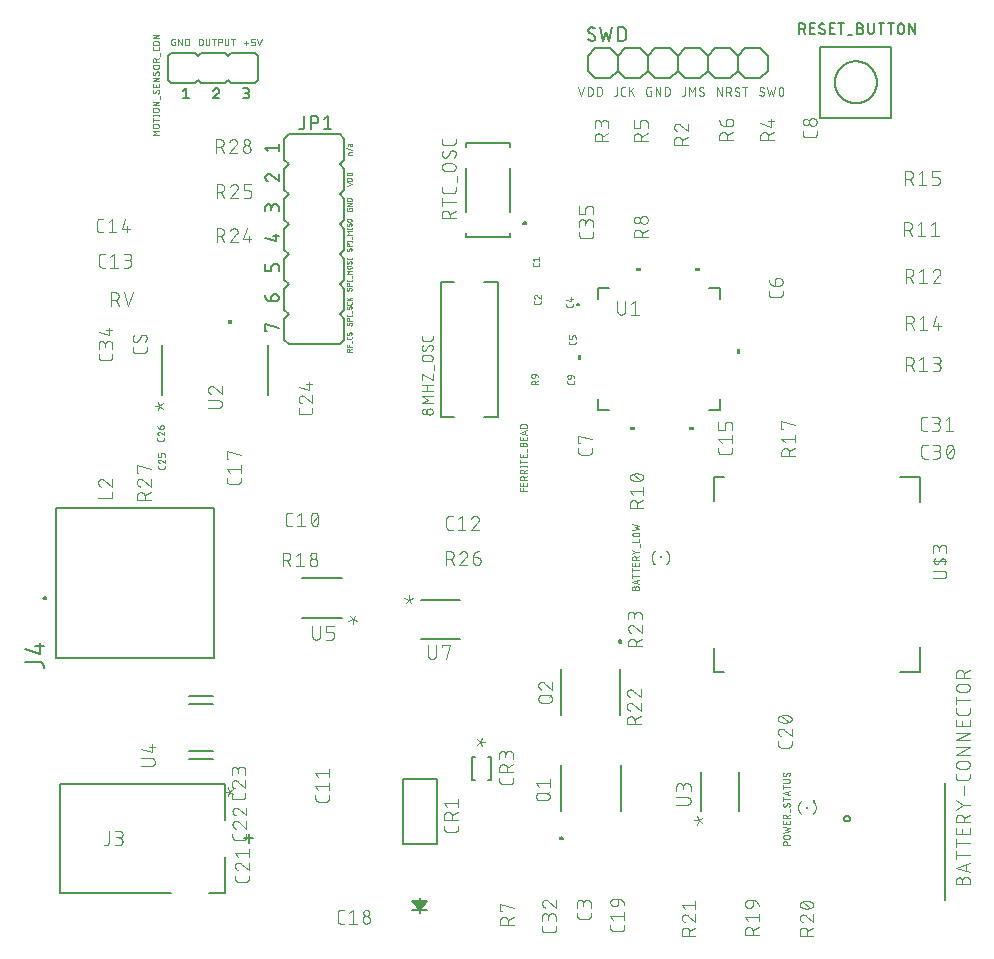
<source format=gbr>
G04 EAGLE Gerber RS-274X export*
G75*
%MOMM*%
%FSLAX34Y34*%
%LPD*%
%INSilkscreen Top*%
%IPPOS*%
%AMOC8*
5,1,8,0,0,1.08239X$1,22.5*%
G01*
%ADD10C,0.050800*%
%ADD11C,0.025400*%
%ADD12C,0.076200*%
%ADD13C,0.127000*%
%ADD14C,0.200000*%
%ADD15C,0.101600*%
%ADD16R,0.200000X0.200000*%
%ADD17R,0.250000X0.150000*%
%ADD18C,0.152400*%
%ADD19C,0.152313*%

G36*
X513007Y581284D02*
X513007Y581284D01*
X513009Y581283D01*
X513052Y581303D01*
X513096Y581321D01*
X513096Y581323D01*
X513098Y581324D01*
X513131Y581409D01*
X513131Y583949D01*
X513130Y583951D01*
X513131Y583953D01*
X513111Y583996D01*
X513093Y584040D01*
X513091Y584040D01*
X513090Y584042D01*
X513005Y584075D01*
X509195Y584075D01*
X509193Y584074D01*
X509191Y584075D01*
X509148Y584055D01*
X509104Y584037D01*
X509104Y584035D01*
X509102Y584034D01*
X509069Y583949D01*
X509069Y581409D01*
X509070Y581407D01*
X509069Y581405D01*
X509089Y581362D01*
X509107Y581318D01*
X509109Y581318D01*
X509110Y581316D01*
X509195Y581283D01*
X513005Y581283D01*
X513007Y581284D01*
G37*
G36*
X563007Y581284D02*
X563007Y581284D01*
X563009Y581283D01*
X563052Y581303D01*
X563096Y581321D01*
X563096Y581323D01*
X563098Y581324D01*
X563131Y581409D01*
X563131Y583949D01*
X563130Y583951D01*
X563131Y583953D01*
X563111Y583996D01*
X563093Y584040D01*
X563091Y584040D01*
X563090Y584042D01*
X563005Y584075D01*
X559195Y584075D01*
X559193Y584074D01*
X559191Y584075D01*
X559148Y584055D01*
X559104Y584037D01*
X559104Y584035D01*
X559102Y584034D01*
X559069Y583949D01*
X559069Y581409D01*
X559070Y581407D01*
X559069Y581405D01*
X559089Y581362D01*
X559107Y581318D01*
X559109Y581318D01*
X559110Y581316D01*
X559195Y581283D01*
X563005Y581283D01*
X563007Y581284D01*
G37*
G36*
X167207Y536691D02*
X167207Y536691D01*
X167209Y536690D01*
X167252Y536710D01*
X167296Y536728D01*
X167296Y536730D01*
X167298Y536731D01*
X167331Y536816D01*
X167331Y539356D01*
X167330Y539358D01*
X167331Y539360D01*
X167311Y539403D01*
X167293Y539447D01*
X167291Y539447D01*
X167290Y539449D01*
X167205Y539482D01*
X163395Y539482D01*
X163393Y539481D01*
X163391Y539482D01*
X163348Y539462D01*
X163304Y539444D01*
X163304Y539442D01*
X163302Y539441D01*
X163269Y539356D01*
X163269Y536816D01*
X163270Y536814D01*
X163269Y536812D01*
X163289Y536769D01*
X163307Y536725D01*
X163309Y536725D01*
X163310Y536723D01*
X163395Y536690D01*
X167205Y536690D01*
X167207Y536691D01*
G37*
G36*
X597151Y510870D02*
X597151Y510870D01*
X597153Y510869D01*
X597196Y510889D01*
X597240Y510907D01*
X597240Y510909D01*
X597242Y510910D01*
X597275Y510995D01*
X597275Y514805D01*
X597274Y514807D01*
X597275Y514809D01*
X597255Y514852D01*
X597237Y514896D01*
X597235Y514896D01*
X597234Y514898D01*
X597149Y514931D01*
X594609Y514931D01*
X594607Y514930D01*
X594605Y514931D01*
X594562Y514911D01*
X594518Y514893D01*
X594518Y514891D01*
X594516Y514890D01*
X594483Y514805D01*
X594483Y510995D01*
X594484Y510993D01*
X594483Y510991D01*
X594503Y510948D01*
X594521Y510904D01*
X594523Y510904D01*
X594524Y510902D01*
X594609Y510869D01*
X597149Y510869D01*
X597151Y510870D01*
G37*
G36*
X462593Y505870D02*
X462593Y505870D01*
X462595Y505869D01*
X462638Y505889D01*
X462682Y505907D01*
X462682Y505909D01*
X462684Y505910D01*
X462717Y505995D01*
X462717Y509805D01*
X462716Y509807D01*
X462717Y509809D01*
X462697Y509852D01*
X462679Y509896D01*
X462677Y509896D01*
X462676Y509898D01*
X462591Y509931D01*
X460051Y509931D01*
X460049Y509930D01*
X460047Y509931D01*
X460004Y509911D01*
X459960Y509893D01*
X459960Y509891D01*
X459958Y509890D01*
X459925Y509805D01*
X459925Y505995D01*
X459926Y505993D01*
X459925Y505991D01*
X459945Y505948D01*
X459963Y505904D01*
X459965Y505904D01*
X459966Y505902D01*
X460051Y505869D01*
X462591Y505869D01*
X462593Y505870D01*
G37*
G36*
X558007Y446726D02*
X558007Y446726D01*
X558009Y446725D01*
X558052Y446745D01*
X558096Y446763D01*
X558096Y446765D01*
X558098Y446766D01*
X558131Y446851D01*
X558131Y449391D01*
X558130Y449393D01*
X558131Y449395D01*
X558111Y449438D01*
X558093Y449482D01*
X558091Y449482D01*
X558090Y449484D01*
X558005Y449517D01*
X554195Y449517D01*
X554193Y449516D01*
X554191Y449517D01*
X554148Y449497D01*
X554104Y449479D01*
X554104Y449477D01*
X554102Y449476D01*
X554069Y449391D01*
X554069Y446851D01*
X554070Y446849D01*
X554069Y446847D01*
X554089Y446804D01*
X554107Y446760D01*
X554109Y446760D01*
X554110Y446758D01*
X554195Y446725D01*
X558005Y446725D01*
X558007Y446726D01*
G37*
G36*
X508007Y446726D02*
X508007Y446726D01*
X508009Y446725D01*
X508052Y446745D01*
X508096Y446763D01*
X508096Y446765D01*
X508098Y446766D01*
X508131Y446851D01*
X508131Y449391D01*
X508130Y449393D01*
X508131Y449395D01*
X508111Y449438D01*
X508093Y449482D01*
X508091Y449482D01*
X508090Y449484D01*
X508005Y449517D01*
X504195Y449517D01*
X504193Y449516D01*
X504191Y449517D01*
X504148Y449497D01*
X504104Y449479D01*
X504104Y449477D01*
X504102Y449476D01*
X504069Y449391D01*
X504069Y446851D01*
X504070Y446849D01*
X504069Y446847D01*
X504089Y446804D01*
X504107Y446760D01*
X504109Y446760D01*
X504110Y446758D01*
X504195Y446725D01*
X508005Y446725D01*
X508007Y446726D01*
G37*
D10*
X117927Y775558D02*
X118858Y775558D01*
X118858Y772454D01*
X116996Y772454D01*
X116926Y772456D01*
X116857Y772462D01*
X116788Y772472D01*
X116720Y772485D01*
X116652Y772503D01*
X116586Y772524D01*
X116521Y772549D01*
X116457Y772577D01*
X116395Y772609D01*
X116335Y772644D01*
X116277Y772683D01*
X116222Y772725D01*
X116168Y772770D01*
X116118Y772818D01*
X116070Y772868D01*
X116025Y772922D01*
X115983Y772977D01*
X115944Y773035D01*
X115909Y773095D01*
X115877Y773157D01*
X115849Y773221D01*
X115824Y773286D01*
X115803Y773352D01*
X115785Y773420D01*
X115772Y773488D01*
X115762Y773557D01*
X115756Y773626D01*
X115754Y773696D01*
X115754Y776800D01*
X115756Y776870D01*
X115762Y776939D01*
X115772Y777008D01*
X115785Y777076D01*
X115803Y777144D01*
X115824Y777210D01*
X115849Y777275D01*
X115877Y777339D01*
X115909Y777401D01*
X115944Y777461D01*
X115983Y777519D01*
X116025Y777574D01*
X116070Y777628D01*
X116118Y777678D01*
X116168Y777726D01*
X116222Y777771D01*
X116277Y777813D01*
X116335Y777852D01*
X116395Y777887D01*
X116457Y777919D01*
X116521Y777947D01*
X116586Y777972D01*
X116652Y777993D01*
X116720Y778011D01*
X116788Y778024D01*
X116857Y778034D01*
X116926Y778040D01*
X116996Y778042D01*
X118858Y778042D01*
X121606Y778042D02*
X121606Y772454D01*
X124711Y772454D02*
X121606Y778042D01*
X124711Y778042D02*
X124711Y772454D01*
X127458Y772454D02*
X127458Y778042D01*
X129010Y778042D01*
X129086Y778040D01*
X129162Y778035D01*
X129238Y778025D01*
X129313Y778012D01*
X129387Y777995D01*
X129461Y777975D01*
X129533Y777951D01*
X129604Y777924D01*
X129674Y777893D01*
X129742Y777859D01*
X129808Y777821D01*
X129872Y777780D01*
X129935Y777737D01*
X129995Y777690D01*
X130052Y777640D01*
X130107Y777587D01*
X130160Y777532D01*
X130210Y777475D01*
X130257Y777415D01*
X130300Y777352D01*
X130341Y777288D01*
X130379Y777222D01*
X130413Y777154D01*
X130444Y777084D01*
X130471Y777013D01*
X130495Y776940D01*
X130515Y776867D01*
X130532Y776793D01*
X130545Y776718D01*
X130555Y776642D01*
X130560Y776566D01*
X130562Y776490D01*
X130563Y776490D02*
X130563Y774006D01*
X130562Y774006D02*
X130560Y773927D01*
X130554Y773849D01*
X130544Y773771D01*
X130530Y773694D01*
X130512Y773617D01*
X130491Y773541D01*
X130465Y773467D01*
X130436Y773394D01*
X130403Y773323D01*
X130367Y773253D01*
X130327Y773185D01*
X130284Y773119D01*
X130237Y773056D01*
X130188Y772995D01*
X130135Y772937D01*
X130079Y772881D01*
X130021Y772828D01*
X129960Y772779D01*
X129897Y772732D01*
X129831Y772689D01*
X129763Y772649D01*
X129694Y772613D01*
X129622Y772580D01*
X129549Y772551D01*
X129475Y772525D01*
X129399Y772504D01*
X129322Y772486D01*
X129245Y772472D01*
X129167Y772462D01*
X129089Y772456D01*
X129010Y772454D01*
X127458Y772454D01*
X138980Y774006D02*
X138980Y776490D01*
X138982Y776567D01*
X138988Y776645D01*
X138997Y776721D01*
X139011Y776798D01*
X139028Y776873D01*
X139049Y776947D01*
X139074Y777021D01*
X139102Y777093D01*
X139134Y777163D01*
X139169Y777232D01*
X139208Y777299D01*
X139250Y777364D01*
X139295Y777427D01*
X139343Y777488D01*
X139394Y777546D01*
X139448Y777601D01*
X139505Y777654D01*
X139564Y777703D01*
X139626Y777750D01*
X139690Y777794D01*
X139756Y777834D01*
X139824Y777871D01*
X139894Y777905D01*
X139965Y777935D01*
X140038Y777961D01*
X140112Y777984D01*
X140187Y778003D01*
X140262Y778018D01*
X140339Y778030D01*
X140416Y778038D01*
X140493Y778042D01*
X140571Y778042D01*
X140648Y778038D01*
X140725Y778030D01*
X140802Y778018D01*
X140877Y778003D01*
X140952Y777984D01*
X141026Y777961D01*
X141099Y777935D01*
X141170Y777905D01*
X141240Y777871D01*
X141308Y777834D01*
X141374Y777794D01*
X141438Y777750D01*
X141500Y777703D01*
X141559Y777654D01*
X141616Y777601D01*
X141670Y777546D01*
X141721Y777488D01*
X141769Y777427D01*
X141814Y777364D01*
X141856Y777299D01*
X141895Y777232D01*
X141930Y777163D01*
X141962Y777093D01*
X141990Y777021D01*
X142015Y776947D01*
X142036Y776873D01*
X142053Y776798D01*
X142067Y776721D01*
X142076Y776645D01*
X142082Y776567D01*
X142084Y776490D01*
X142084Y774006D01*
X142082Y773929D01*
X142076Y773851D01*
X142067Y773775D01*
X142053Y773698D01*
X142036Y773623D01*
X142015Y773549D01*
X141990Y773475D01*
X141962Y773403D01*
X141930Y773333D01*
X141895Y773264D01*
X141856Y773197D01*
X141814Y773132D01*
X141769Y773069D01*
X141721Y773008D01*
X141670Y772950D01*
X141616Y772895D01*
X141559Y772842D01*
X141500Y772793D01*
X141438Y772746D01*
X141374Y772702D01*
X141308Y772662D01*
X141240Y772625D01*
X141170Y772591D01*
X141099Y772561D01*
X141026Y772535D01*
X140952Y772512D01*
X140877Y772493D01*
X140802Y772478D01*
X140725Y772466D01*
X140648Y772458D01*
X140571Y772454D01*
X140493Y772454D01*
X140416Y772458D01*
X140339Y772466D01*
X140262Y772478D01*
X140187Y772493D01*
X140112Y772512D01*
X140038Y772535D01*
X139965Y772561D01*
X139894Y772591D01*
X139824Y772625D01*
X139756Y772662D01*
X139690Y772702D01*
X139626Y772746D01*
X139564Y772793D01*
X139505Y772842D01*
X139448Y772895D01*
X139394Y772950D01*
X139343Y773008D01*
X139295Y773069D01*
X139250Y773132D01*
X139208Y773197D01*
X139169Y773264D01*
X139134Y773333D01*
X139102Y773403D01*
X139074Y773475D01*
X139049Y773549D01*
X139028Y773623D01*
X139011Y773698D01*
X138997Y773775D01*
X138988Y773851D01*
X138982Y773929D01*
X138980Y774006D01*
X144649Y774006D02*
X144649Y778042D01*
X144649Y774006D02*
X144651Y773929D01*
X144657Y773851D01*
X144666Y773775D01*
X144680Y773698D01*
X144697Y773623D01*
X144718Y773549D01*
X144743Y773475D01*
X144771Y773403D01*
X144803Y773333D01*
X144838Y773264D01*
X144877Y773197D01*
X144919Y773132D01*
X144964Y773069D01*
X145012Y773008D01*
X145063Y772950D01*
X145117Y772895D01*
X145174Y772842D01*
X145233Y772793D01*
X145295Y772746D01*
X145359Y772702D01*
X145425Y772662D01*
X145493Y772625D01*
X145563Y772591D01*
X145634Y772561D01*
X145707Y772535D01*
X145781Y772512D01*
X145856Y772493D01*
X145931Y772478D01*
X146008Y772466D01*
X146085Y772458D01*
X146162Y772454D01*
X146240Y772454D01*
X146317Y772458D01*
X146394Y772466D01*
X146471Y772478D01*
X146546Y772493D01*
X146621Y772512D01*
X146695Y772535D01*
X146768Y772561D01*
X146839Y772591D01*
X146909Y772625D01*
X146977Y772662D01*
X147043Y772702D01*
X147107Y772746D01*
X147169Y772793D01*
X147228Y772842D01*
X147285Y772895D01*
X147339Y772950D01*
X147390Y773008D01*
X147438Y773069D01*
X147483Y773132D01*
X147525Y773197D01*
X147564Y773264D01*
X147599Y773333D01*
X147631Y773403D01*
X147659Y773475D01*
X147684Y773549D01*
X147705Y773623D01*
X147722Y773698D01*
X147736Y773775D01*
X147745Y773851D01*
X147751Y773929D01*
X147753Y774006D01*
X147753Y778042D01*
X151505Y778042D02*
X151505Y772454D01*
X149952Y778042D02*
X153057Y778042D01*
X155339Y778042D02*
X155339Y772454D01*
X155339Y778042D02*
X156891Y778042D01*
X156968Y778040D01*
X157046Y778034D01*
X157122Y778025D01*
X157199Y778011D01*
X157274Y777994D01*
X157348Y777973D01*
X157422Y777948D01*
X157494Y777920D01*
X157564Y777888D01*
X157633Y777853D01*
X157700Y777814D01*
X157765Y777772D01*
X157828Y777727D01*
X157889Y777679D01*
X157947Y777628D01*
X158002Y777574D01*
X158055Y777517D01*
X158104Y777458D01*
X158151Y777396D01*
X158195Y777332D01*
X158235Y777266D01*
X158272Y777198D01*
X158306Y777128D01*
X158336Y777057D01*
X158362Y776984D01*
X158385Y776910D01*
X158404Y776835D01*
X158419Y776760D01*
X158431Y776683D01*
X158439Y776606D01*
X158443Y776529D01*
X158443Y776451D01*
X158439Y776374D01*
X158431Y776297D01*
X158419Y776220D01*
X158404Y776145D01*
X158385Y776070D01*
X158362Y775996D01*
X158336Y775923D01*
X158306Y775852D01*
X158272Y775782D01*
X158235Y775714D01*
X158195Y775648D01*
X158151Y775584D01*
X158104Y775522D01*
X158055Y775463D01*
X158002Y775406D01*
X157947Y775352D01*
X157889Y775301D01*
X157828Y775253D01*
X157765Y775208D01*
X157700Y775166D01*
X157633Y775127D01*
X157564Y775092D01*
X157494Y775060D01*
X157422Y775032D01*
X157348Y775007D01*
X157274Y774986D01*
X157199Y774969D01*
X157122Y774955D01*
X157046Y774946D01*
X156968Y774940D01*
X156891Y774938D01*
X155339Y774938D01*
X160742Y774006D02*
X160742Y778042D01*
X160742Y774006D02*
X160744Y773929D01*
X160750Y773851D01*
X160759Y773775D01*
X160773Y773698D01*
X160790Y773623D01*
X160811Y773549D01*
X160836Y773475D01*
X160864Y773403D01*
X160896Y773333D01*
X160931Y773264D01*
X160970Y773197D01*
X161012Y773132D01*
X161057Y773069D01*
X161105Y773008D01*
X161156Y772950D01*
X161210Y772895D01*
X161267Y772842D01*
X161326Y772793D01*
X161388Y772746D01*
X161452Y772702D01*
X161518Y772662D01*
X161586Y772625D01*
X161656Y772591D01*
X161727Y772561D01*
X161800Y772535D01*
X161874Y772512D01*
X161949Y772493D01*
X162024Y772478D01*
X162101Y772466D01*
X162178Y772458D01*
X162255Y772454D01*
X162333Y772454D01*
X162410Y772458D01*
X162487Y772466D01*
X162564Y772478D01*
X162639Y772493D01*
X162714Y772512D01*
X162788Y772535D01*
X162861Y772561D01*
X162932Y772591D01*
X163002Y772625D01*
X163070Y772662D01*
X163136Y772702D01*
X163200Y772746D01*
X163262Y772793D01*
X163321Y772842D01*
X163378Y772895D01*
X163432Y772950D01*
X163483Y773008D01*
X163531Y773069D01*
X163576Y773132D01*
X163618Y773197D01*
X163657Y773264D01*
X163692Y773333D01*
X163724Y773403D01*
X163752Y773475D01*
X163777Y773549D01*
X163798Y773623D01*
X163815Y773698D01*
X163829Y773775D01*
X163838Y773851D01*
X163844Y773929D01*
X163846Y774006D01*
X163847Y774006D02*
X163847Y778042D01*
X167598Y778042D02*
X167598Y772454D01*
X166046Y778042D02*
X169150Y778042D01*
X177074Y774627D02*
X180799Y774627D01*
X178936Y772764D02*
X178936Y776490D01*
X183236Y772454D02*
X185099Y772454D01*
X185169Y772456D01*
X185238Y772462D01*
X185307Y772472D01*
X185375Y772485D01*
X185443Y772503D01*
X185509Y772524D01*
X185574Y772549D01*
X185638Y772577D01*
X185700Y772609D01*
X185760Y772644D01*
X185818Y772683D01*
X185873Y772725D01*
X185927Y772770D01*
X185977Y772818D01*
X186025Y772868D01*
X186070Y772922D01*
X186112Y772977D01*
X186151Y773035D01*
X186186Y773095D01*
X186218Y773157D01*
X186246Y773221D01*
X186271Y773286D01*
X186292Y773352D01*
X186310Y773420D01*
X186323Y773488D01*
X186333Y773557D01*
X186339Y773626D01*
X186341Y773696D01*
X186341Y774317D01*
X186339Y774387D01*
X186333Y774456D01*
X186323Y774525D01*
X186310Y774593D01*
X186292Y774661D01*
X186271Y774727D01*
X186246Y774792D01*
X186218Y774856D01*
X186186Y774918D01*
X186151Y774978D01*
X186112Y775036D01*
X186070Y775091D01*
X186025Y775145D01*
X185977Y775195D01*
X185927Y775243D01*
X185873Y775288D01*
X185818Y775330D01*
X185760Y775369D01*
X185700Y775404D01*
X185638Y775436D01*
X185574Y775464D01*
X185509Y775489D01*
X185443Y775510D01*
X185375Y775528D01*
X185307Y775541D01*
X185238Y775551D01*
X185169Y775557D01*
X185099Y775559D01*
X185099Y775558D02*
X183236Y775558D01*
X183236Y778042D01*
X186341Y778042D01*
X188412Y778042D02*
X190275Y772454D01*
X192137Y778042D01*
D11*
X263955Y512727D02*
X268273Y512727D01*
X263955Y512727D02*
X263955Y513926D01*
X263957Y513994D01*
X263963Y514063D01*
X263973Y514130D01*
X263986Y514198D01*
X264004Y514264D01*
X264025Y514329D01*
X264050Y514393D01*
X264078Y514455D01*
X264110Y514516D01*
X264145Y514574D01*
X264184Y514631D01*
X264226Y514685D01*
X264271Y514737D01*
X264318Y514786D01*
X264369Y514832D01*
X264422Y514875D01*
X264477Y514916D01*
X264535Y514953D01*
X264594Y514986D01*
X264656Y515017D01*
X264719Y515043D01*
X264783Y515066D01*
X264849Y515086D01*
X264916Y515101D01*
X264983Y515113D01*
X265051Y515121D01*
X265120Y515125D01*
X265188Y515125D01*
X265257Y515121D01*
X265325Y515113D01*
X265392Y515101D01*
X265459Y515086D01*
X265525Y515066D01*
X265589Y515043D01*
X265652Y515017D01*
X265714Y514986D01*
X265773Y514953D01*
X265831Y514916D01*
X265886Y514875D01*
X265939Y514832D01*
X265990Y514786D01*
X266037Y514737D01*
X266082Y514685D01*
X266124Y514631D01*
X266163Y514574D01*
X266198Y514516D01*
X266230Y514455D01*
X266258Y514393D01*
X266283Y514329D01*
X266304Y514264D01*
X266322Y514198D01*
X266335Y514130D01*
X266345Y514063D01*
X266351Y513994D01*
X266353Y513926D01*
X266354Y513926D02*
X266354Y512727D01*
X266354Y514166D02*
X268273Y515126D01*
X268273Y516963D02*
X263955Y516963D01*
X263955Y518882D01*
X265874Y518882D02*
X265874Y516963D01*
X268753Y520214D02*
X268753Y522133D01*
X268273Y524627D02*
X268273Y525586D01*
X268273Y524627D02*
X268271Y524567D01*
X268265Y524507D01*
X268256Y524447D01*
X268243Y524388D01*
X268226Y524330D01*
X268206Y524274D01*
X268182Y524218D01*
X268154Y524165D01*
X268124Y524113D01*
X268090Y524063D01*
X268053Y524015D01*
X268013Y523970D01*
X267970Y523927D01*
X267925Y523887D01*
X267877Y523850D01*
X267827Y523816D01*
X267776Y523786D01*
X267722Y523758D01*
X267666Y523734D01*
X267610Y523714D01*
X267552Y523697D01*
X267493Y523684D01*
X267433Y523675D01*
X267373Y523669D01*
X267313Y523667D01*
X264915Y523667D01*
X264855Y523669D01*
X264795Y523675D01*
X264735Y523684D01*
X264676Y523697D01*
X264618Y523714D01*
X264562Y523734D01*
X264506Y523758D01*
X264453Y523786D01*
X264401Y523816D01*
X264351Y523850D01*
X264303Y523887D01*
X264258Y523927D01*
X264215Y523970D01*
X264175Y524015D01*
X264138Y524063D01*
X264104Y524113D01*
X264074Y524164D01*
X264046Y524218D01*
X264022Y524274D01*
X264002Y524330D01*
X263985Y524388D01*
X263972Y524447D01*
X263963Y524507D01*
X263957Y524567D01*
X263955Y524627D01*
X263955Y525586D01*
X267313Y529368D02*
X267373Y529366D01*
X267433Y529360D01*
X267493Y529351D01*
X267552Y529338D01*
X267610Y529321D01*
X267666Y529301D01*
X267722Y529277D01*
X267775Y529249D01*
X267827Y529219D01*
X267877Y529185D01*
X267925Y529148D01*
X267970Y529108D01*
X268013Y529065D01*
X268053Y529020D01*
X268090Y528972D01*
X268124Y528922D01*
X268154Y528870D01*
X268182Y528817D01*
X268206Y528761D01*
X268226Y528705D01*
X268243Y528647D01*
X268256Y528588D01*
X268265Y528528D01*
X268271Y528468D01*
X268273Y528408D01*
X268271Y528319D01*
X268265Y528230D01*
X268255Y528142D01*
X268242Y528054D01*
X268224Y527967D01*
X268203Y527881D01*
X268178Y527795D01*
X268149Y527711D01*
X268117Y527628D01*
X268081Y527547D01*
X268042Y527467D01*
X267999Y527390D01*
X267952Y527314D01*
X267903Y527240D01*
X267850Y527168D01*
X267794Y527099D01*
X267735Y527033D01*
X267673Y526969D01*
X264915Y527089D02*
X264855Y527091D01*
X264795Y527097D01*
X264735Y527106D01*
X264676Y527119D01*
X264618Y527136D01*
X264562Y527156D01*
X264506Y527180D01*
X264453Y527208D01*
X264401Y527238D01*
X264351Y527272D01*
X264303Y527309D01*
X264258Y527349D01*
X264215Y527392D01*
X264175Y527437D01*
X264138Y527485D01*
X264104Y527535D01*
X264074Y527587D01*
X264046Y527640D01*
X264022Y527696D01*
X264002Y527752D01*
X263985Y527810D01*
X263972Y527869D01*
X263963Y527929D01*
X263957Y527989D01*
X263955Y528049D01*
X263957Y528132D01*
X263963Y528214D01*
X263972Y528296D01*
X263985Y528378D01*
X264002Y528459D01*
X264023Y528539D01*
X264047Y528618D01*
X264075Y528696D01*
X264107Y528772D01*
X264142Y528847D01*
X264180Y528920D01*
X264222Y528992D01*
X264267Y529061D01*
X264315Y529128D01*
X265755Y527569D02*
X265723Y527519D01*
X265688Y527470D01*
X265651Y527424D01*
X265610Y527381D01*
X265567Y527339D01*
X265522Y527301D01*
X265474Y527265D01*
X265424Y527233D01*
X265373Y527203D01*
X265319Y527177D01*
X265264Y527154D01*
X265208Y527134D01*
X265151Y527118D01*
X265093Y527105D01*
X265034Y527096D01*
X264975Y527091D01*
X264915Y527089D01*
X266473Y528888D02*
X266505Y528938D01*
X266540Y528987D01*
X266577Y529033D01*
X266618Y529076D01*
X266661Y529118D01*
X266706Y529156D01*
X266754Y529192D01*
X266804Y529224D01*
X266855Y529254D01*
X266909Y529280D01*
X266964Y529303D01*
X267020Y529323D01*
X267077Y529339D01*
X267135Y529352D01*
X267194Y529361D01*
X267253Y529366D01*
X267313Y529368D01*
X266474Y528888D02*
X265754Y527569D01*
X268273Y536638D02*
X268271Y536698D01*
X268265Y536758D01*
X268256Y536818D01*
X268243Y536877D01*
X268226Y536935D01*
X268206Y536991D01*
X268182Y537047D01*
X268154Y537100D01*
X268124Y537152D01*
X268090Y537202D01*
X268053Y537250D01*
X268013Y537295D01*
X267970Y537338D01*
X267925Y537378D01*
X267877Y537415D01*
X267827Y537449D01*
X267775Y537479D01*
X267722Y537507D01*
X267666Y537531D01*
X267610Y537551D01*
X267552Y537568D01*
X267493Y537581D01*
X267433Y537590D01*
X267373Y537596D01*
X267313Y537598D01*
X268273Y536638D02*
X268271Y536549D01*
X268265Y536460D01*
X268255Y536372D01*
X268242Y536284D01*
X268224Y536197D01*
X268203Y536111D01*
X268178Y536025D01*
X268149Y535941D01*
X268117Y535858D01*
X268081Y535777D01*
X268042Y535697D01*
X267999Y535620D01*
X267952Y535544D01*
X267903Y535470D01*
X267850Y535398D01*
X267794Y535329D01*
X267735Y535263D01*
X267673Y535199D01*
X264915Y535318D02*
X264855Y535320D01*
X264795Y535326D01*
X264735Y535335D01*
X264676Y535348D01*
X264618Y535365D01*
X264562Y535385D01*
X264506Y535409D01*
X264453Y535437D01*
X264401Y535467D01*
X264351Y535501D01*
X264303Y535538D01*
X264258Y535578D01*
X264215Y535621D01*
X264175Y535666D01*
X264138Y535714D01*
X264104Y535764D01*
X264074Y535816D01*
X264046Y535869D01*
X264022Y535925D01*
X264002Y535981D01*
X263985Y536039D01*
X263972Y536098D01*
X263963Y536158D01*
X263957Y536218D01*
X263955Y536278D01*
X263957Y536361D01*
X263963Y536443D01*
X263972Y536525D01*
X263985Y536607D01*
X264002Y536688D01*
X264023Y536768D01*
X264047Y536847D01*
X264075Y536925D01*
X264107Y537001D01*
X264142Y537076D01*
X264180Y537149D01*
X264222Y537221D01*
X264267Y537290D01*
X264315Y537357D01*
X265755Y535798D02*
X265723Y535748D01*
X265688Y535699D01*
X265651Y535653D01*
X265610Y535610D01*
X265567Y535568D01*
X265522Y535530D01*
X265474Y535494D01*
X265424Y535462D01*
X265373Y535432D01*
X265319Y535406D01*
X265264Y535383D01*
X265208Y535363D01*
X265151Y535347D01*
X265093Y535334D01*
X265034Y535325D01*
X264975Y535320D01*
X264915Y535318D01*
X266473Y537118D02*
X266505Y537168D01*
X266540Y537217D01*
X266577Y537263D01*
X266618Y537306D01*
X266661Y537348D01*
X266706Y537386D01*
X266754Y537422D01*
X266804Y537454D01*
X266855Y537484D01*
X266909Y537510D01*
X266964Y537533D01*
X267020Y537553D01*
X267077Y537569D01*
X267135Y537582D01*
X267194Y537591D01*
X267253Y537596D01*
X267313Y537598D01*
X266474Y537118D02*
X265754Y535798D01*
X263955Y539365D02*
X268273Y539365D01*
X263955Y539365D02*
X263955Y540564D01*
X263957Y540632D01*
X263963Y540701D01*
X263973Y540768D01*
X263986Y540836D01*
X264004Y540902D01*
X264025Y540967D01*
X264050Y541031D01*
X264078Y541093D01*
X264110Y541154D01*
X264145Y541212D01*
X264184Y541269D01*
X264226Y541323D01*
X264271Y541375D01*
X264318Y541424D01*
X264369Y541470D01*
X264422Y541513D01*
X264477Y541554D01*
X264535Y541591D01*
X264594Y541624D01*
X264656Y541655D01*
X264719Y541681D01*
X264783Y541704D01*
X264849Y541724D01*
X264916Y541739D01*
X264983Y541751D01*
X265051Y541759D01*
X265120Y541763D01*
X265188Y541763D01*
X265257Y541759D01*
X265325Y541751D01*
X265392Y541739D01*
X265459Y541724D01*
X265525Y541704D01*
X265589Y541681D01*
X265652Y541655D01*
X265714Y541624D01*
X265773Y541591D01*
X265831Y541554D01*
X265886Y541513D01*
X265939Y541470D01*
X265990Y541424D01*
X266037Y541375D01*
X266082Y541323D01*
X266124Y541269D01*
X266163Y541212D01*
X266198Y541154D01*
X266230Y541093D01*
X266258Y541031D01*
X266283Y540967D01*
X266304Y540902D01*
X266322Y540836D01*
X266335Y540768D01*
X266345Y540701D01*
X266351Y540632D01*
X266353Y540564D01*
X266354Y540564D02*
X266354Y539365D01*
X268273Y543667D02*
X263955Y543667D01*
X268273Y543188D02*
X268273Y544147D01*
X263955Y544147D02*
X263955Y543188D01*
X268753Y545588D02*
X268753Y547507D01*
X268273Y550354D02*
X268271Y550414D01*
X268265Y550474D01*
X268256Y550534D01*
X268243Y550593D01*
X268226Y550651D01*
X268206Y550707D01*
X268182Y550763D01*
X268154Y550816D01*
X268124Y550868D01*
X268090Y550918D01*
X268053Y550966D01*
X268013Y551011D01*
X267970Y551054D01*
X267925Y551094D01*
X267877Y551131D01*
X267827Y551165D01*
X267775Y551195D01*
X267722Y551223D01*
X267666Y551247D01*
X267610Y551267D01*
X267552Y551284D01*
X267493Y551297D01*
X267433Y551306D01*
X267373Y551312D01*
X267313Y551314D01*
X268273Y550354D02*
X268271Y550265D01*
X268265Y550176D01*
X268255Y550088D01*
X268242Y550000D01*
X268224Y549913D01*
X268203Y549827D01*
X268178Y549741D01*
X268149Y549657D01*
X268117Y549574D01*
X268081Y549493D01*
X268042Y549413D01*
X267999Y549336D01*
X267952Y549260D01*
X267903Y549186D01*
X267850Y549114D01*
X267794Y549045D01*
X267735Y548979D01*
X267673Y548915D01*
X264915Y549034D02*
X264855Y549036D01*
X264795Y549042D01*
X264735Y549051D01*
X264676Y549064D01*
X264618Y549081D01*
X264562Y549101D01*
X264506Y549125D01*
X264453Y549153D01*
X264401Y549183D01*
X264351Y549217D01*
X264303Y549254D01*
X264258Y549294D01*
X264215Y549337D01*
X264175Y549382D01*
X264138Y549430D01*
X264104Y549480D01*
X264074Y549532D01*
X264046Y549585D01*
X264022Y549641D01*
X264002Y549697D01*
X263985Y549755D01*
X263972Y549814D01*
X263963Y549874D01*
X263957Y549934D01*
X263955Y549994D01*
X263957Y550077D01*
X263963Y550159D01*
X263972Y550241D01*
X263985Y550323D01*
X264002Y550404D01*
X264023Y550484D01*
X264047Y550563D01*
X264075Y550641D01*
X264107Y550717D01*
X264142Y550792D01*
X264180Y550865D01*
X264222Y550937D01*
X264267Y551006D01*
X264315Y551073D01*
X265755Y549514D02*
X265723Y549464D01*
X265688Y549415D01*
X265651Y549369D01*
X265610Y549326D01*
X265567Y549284D01*
X265522Y549246D01*
X265474Y549210D01*
X265424Y549178D01*
X265373Y549148D01*
X265319Y549122D01*
X265264Y549099D01*
X265208Y549079D01*
X265151Y549063D01*
X265093Y549050D01*
X265034Y549041D01*
X264975Y549036D01*
X264915Y549034D01*
X266473Y550834D02*
X266505Y550884D01*
X266540Y550933D01*
X266577Y550979D01*
X266618Y551022D01*
X266661Y551064D01*
X266706Y551102D01*
X266754Y551138D01*
X266804Y551170D01*
X266855Y551200D01*
X266909Y551226D01*
X266964Y551249D01*
X267020Y551269D01*
X267077Y551285D01*
X267135Y551298D01*
X267194Y551307D01*
X267253Y551312D01*
X267313Y551314D01*
X266474Y550834D02*
X265754Y549514D01*
X268273Y553841D02*
X268273Y554801D01*
X268273Y553841D02*
X268271Y553781D01*
X268265Y553721D01*
X268256Y553661D01*
X268243Y553602D01*
X268226Y553544D01*
X268206Y553488D01*
X268182Y553432D01*
X268154Y553379D01*
X268124Y553327D01*
X268090Y553277D01*
X268053Y553229D01*
X268013Y553184D01*
X267970Y553141D01*
X267925Y553101D01*
X267877Y553064D01*
X267827Y553030D01*
X267776Y553000D01*
X267722Y552972D01*
X267666Y552948D01*
X267610Y552928D01*
X267552Y552911D01*
X267493Y552898D01*
X267433Y552889D01*
X267373Y552883D01*
X267313Y552881D01*
X267313Y552882D02*
X264915Y552882D01*
X264855Y552884D01*
X264795Y552890D01*
X264735Y552899D01*
X264676Y552912D01*
X264618Y552929D01*
X264562Y552949D01*
X264506Y552973D01*
X264453Y553001D01*
X264401Y553031D01*
X264351Y553065D01*
X264303Y553102D01*
X264258Y553142D01*
X264215Y553185D01*
X264175Y553230D01*
X264138Y553278D01*
X264104Y553328D01*
X264074Y553379D01*
X264046Y553433D01*
X264022Y553489D01*
X264002Y553545D01*
X263985Y553603D01*
X263972Y553662D01*
X263963Y553722D01*
X263957Y553782D01*
X263955Y553842D01*
X263955Y553841D02*
X263955Y554801D01*
X263955Y556510D02*
X268273Y556510D01*
X266594Y556510D02*
X263955Y558909D01*
X265634Y557469D02*
X268273Y558909D01*
X268273Y566127D02*
X268271Y566187D01*
X268265Y566247D01*
X268256Y566307D01*
X268243Y566366D01*
X268226Y566424D01*
X268206Y566480D01*
X268182Y566536D01*
X268154Y566589D01*
X268124Y566641D01*
X268090Y566691D01*
X268053Y566739D01*
X268013Y566784D01*
X267970Y566827D01*
X267925Y566867D01*
X267877Y566904D01*
X267827Y566938D01*
X267775Y566968D01*
X267722Y566996D01*
X267666Y567020D01*
X267610Y567040D01*
X267552Y567057D01*
X267493Y567070D01*
X267433Y567079D01*
X267373Y567085D01*
X267313Y567087D01*
X268273Y566127D02*
X268271Y566038D01*
X268265Y565949D01*
X268255Y565861D01*
X268242Y565773D01*
X268224Y565686D01*
X268203Y565600D01*
X268178Y565514D01*
X268149Y565430D01*
X268117Y565347D01*
X268081Y565266D01*
X268042Y565186D01*
X267999Y565109D01*
X267952Y565033D01*
X267903Y564959D01*
X267850Y564887D01*
X267794Y564818D01*
X267735Y564752D01*
X267673Y564688D01*
X264915Y564807D02*
X264855Y564809D01*
X264795Y564815D01*
X264735Y564824D01*
X264676Y564837D01*
X264618Y564854D01*
X264562Y564874D01*
X264506Y564898D01*
X264453Y564926D01*
X264401Y564956D01*
X264351Y564990D01*
X264303Y565027D01*
X264258Y565067D01*
X264215Y565110D01*
X264175Y565155D01*
X264138Y565203D01*
X264104Y565253D01*
X264074Y565305D01*
X264046Y565358D01*
X264022Y565414D01*
X264002Y565470D01*
X263985Y565528D01*
X263972Y565587D01*
X263963Y565647D01*
X263957Y565707D01*
X263955Y565767D01*
X263957Y565850D01*
X263963Y565932D01*
X263972Y566014D01*
X263985Y566096D01*
X264002Y566177D01*
X264023Y566257D01*
X264047Y566336D01*
X264075Y566414D01*
X264107Y566490D01*
X264142Y566565D01*
X264180Y566638D01*
X264222Y566710D01*
X264267Y566779D01*
X264315Y566846D01*
X265755Y565287D02*
X265723Y565237D01*
X265688Y565188D01*
X265651Y565142D01*
X265610Y565099D01*
X265567Y565057D01*
X265522Y565019D01*
X265474Y564983D01*
X265424Y564951D01*
X265373Y564921D01*
X265319Y564895D01*
X265264Y564872D01*
X265208Y564852D01*
X265151Y564836D01*
X265093Y564823D01*
X265034Y564814D01*
X264975Y564809D01*
X264915Y564807D01*
X266473Y566607D02*
X266505Y566657D01*
X266540Y566706D01*
X266577Y566752D01*
X266618Y566795D01*
X266661Y566837D01*
X266706Y566875D01*
X266754Y566911D01*
X266804Y566943D01*
X266855Y566973D01*
X266909Y566999D01*
X266964Y567022D01*
X267020Y567042D01*
X267077Y567058D01*
X267135Y567071D01*
X267194Y567080D01*
X267253Y567085D01*
X267313Y567087D01*
X266474Y566607D02*
X265754Y565287D01*
X263955Y568854D02*
X268273Y568854D01*
X263955Y568854D02*
X263955Y570054D01*
X263957Y570122D01*
X263963Y570191D01*
X263973Y570258D01*
X263986Y570326D01*
X264004Y570392D01*
X264025Y570457D01*
X264050Y570521D01*
X264078Y570583D01*
X264110Y570644D01*
X264145Y570702D01*
X264184Y570759D01*
X264226Y570813D01*
X264271Y570865D01*
X264318Y570914D01*
X264369Y570960D01*
X264422Y571003D01*
X264477Y571044D01*
X264535Y571081D01*
X264594Y571114D01*
X264656Y571145D01*
X264719Y571171D01*
X264783Y571194D01*
X264849Y571214D01*
X264916Y571229D01*
X264983Y571241D01*
X265051Y571249D01*
X265120Y571253D01*
X265188Y571253D01*
X265257Y571249D01*
X265325Y571241D01*
X265392Y571229D01*
X265459Y571214D01*
X265525Y571194D01*
X265589Y571171D01*
X265652Y571145D01*
X265714Y571114D01*
X265773Y571081D01*
X265831Y571044D01*
X265886Y571003D01*
X265939Y570960D01*
X265990Y570914D01*
X266037Y570865D01*
X266082Y570813D01*
X266124Y570759D01*
X266163Y570702D01*
X266198Y570644D01*
X266230Y570583D01*
X266258Y570521D01*
X266283Y570457D01*
X266304Y570392D01*
X266322Y570326D01*
X266335Y570258D01*
X266345Y570191D01*
X266351Y570122D01*
X266353Y570054D01*
X266354Y570054D02*
X266354Y568854D01*
X268273Y573157D02*
X263955Y573157D01*
X268273Y572677D02*
X268273Y573636D01*
X263955Y573636D02*
X263955Y572677D01*
X268753Y575077D02*
X268753Y576996D01*
X268273Y578712D02*
X263955Y578712D01*
X266354Y580152D01*
X263955Y581591D01*
X268273Y581591D01*
X267074Y583478D02*
X265154Y583478D01*
X265154Y583479D02*
X265086Y583481D01*
X265017Y583487D01*
X264950Y583497D01*
X264882Y583510D01*
X264816Y583528D01*
X264751Y583549D01*
X264687Y583574D01*
X264625Y583602D01*
X264564Y583634D01*
X264506Y583669D01*
X264449Y583708D01*
X264395Y583750D01*
X264343Y583795D01*
X264294Y583842D01*
X264248Y583893D01*
X264205Y583946D01*
X264164Y584001D01*
X264127Y584059D01*
X264094Y584118D01*
X264063Y584180D01*
X264037Y584243D01*
X264014Y584307D01*
X263994Y584373D01*
X263979Y584440D01*
X263967Y584507D01*
X263959Y584575D01*
X263955Y584644D01*
X263955Y584712D01*
X263959Y584781D01*
X263967Y584849D01*
X263979Y584916D01*
X263994Y584983D01*
X264014Y585049D01*
X264037Y585113D01*
X264063Y585176D01*
X264094Y585238D01*
X264127Y585297D01*
X264164Y585355D01*
X264205Y585410D01*
X264248Y585463D01*
X264294Y585514D01*
X264343Y585561D01*
X264395Y585606D01*
X264449Y585648D01*
X264506Y585687D01*
X264564Y585722D01*
X264625Y585754D01*
X264687Y585782D01*
X264751Y585807D01*
X264816Y585828D01*
X264882Y585846D01*
X264950Y585859D01*
X265017Y585869D01*
X265086Y585875D01*
X265154Y585877D01*
X267074Y585877D01*
X267142Y585875D01*
X267211Y585869D01*
X267278Y585859D01*
X267346Y585846D01*
X267412Y585828D01*
X267477Y585807D01*
X267541Y585782D01*
X267603Y585754D01*
X267664Y585722D01*
X267722Y585687D01*
X267779Y585648D01*
X267833Y585606D01*
X267885Y585561D01*
X267934Y585514D01*
X267980Y585463D01*
X268023Y585410D01*
X268064Y585355D01*
X268101Y585297D01*
X268134Y585238D01*
X268165Y585176D01*
X268191Y585113D01*
X268214Y585049D01*
X268234Y584983D01*
X268249Y584916D01*
X268261Y584849D01*
X268269Y584781D01*
X268273Y584712D01*
X268273Y584644D01*
X268269Y584575D01*
X268261Y584507D01*
X268249Y584440D01*
X268234Y584373D01*
X268214Y584307D01*
X268191Y584243D01*
X268165Y584180D01*
X268134Y584118D01*
X268101Y584059D01*
X268064Y584001D01*
X268023Y583946D01*
X267980Y583893D01*
X267934Y583842D01*
X267885Y583795D01*
X267833Y583750D01*
X267779Y583708D01*
X267722Y583669D01*
X267664Y583634D01*
X267603Y583602D01*
X267541Y583574D01*
X267477Y583549D01*
X267412Y583528D01*
X267346Y583510D01*
X267278Y583497D01*
X267211Y583487D01*
X267142Y583481D01*
X267074Y583479D01*
X268273Y588895D02*
X268271Y588955D01*
X268265Y589015D01*
X268256Y589075D01*
X268243Y589134D01*
X268226Y589192D01*
X268206Y589248D01*
X268182Y589304D01*
X268154Y589357D01*
X268124Y589409D01*
X268090Y589459D01*
X268053Y589507D01*
X268013Y589552D01*
X267970Y589595D01*
X267925Y589635D01*
X267877Y589672D01*
X267827Y589706D01*
X267775Y589736D01*
X267722Y589764D01*
X267666Y589788D01*
X267610Y589808D01*
X267552Y589825D01*
X267493Y589838D01*
X267433Y589847D01*
X267373Y589853D01*
X267313Y589855D01*
X268273Y588895D02*
X268271Y588806D01*
X268265Y588717D01*
X268255Y588629D01*
X268242Y588541D01*
X268224Y588454D01*
X268203Y588368D01*
X268178Y588282D01*
X268149Y588198D01*
X268117Y588115D01*
X268081Y588034D01*
X268042Y587954D01*
X267999Y587877D01*
X267952Y587801D01*
X267903Y587727D01*
X267850Y587655D01*
X267794Y587586D01*
X267735Y587520D01*
X267673Y587456D01*
X264915Y587576D02*
X264855Y587578D01*
X264795Y587584D01*
X264735Y587593D01*
X264676Y587606D01*
X264618Y587623D01*
X264562Y587643D01*
X264506Y587667D01*
X264453Y587695D01*
X264401Y587725D01*
X264351Y587759D01*
X264303Y587796D01*
X264258Y587836D01*
X264215Y587879D01*
X264175Y587924D01*
X264138Y587972D01*
X264104Y588022D01*
X264074Y588074D01*
X264046Y588127D01*
X264022Y588183D01*
X264002Y588239D01*
X263985Y588297D01*
X263972Y588356D01*
X263963Y588416D01*
X263957Y588476D01*
X263955Y588536D01*
X263957Y588619D01*
X263963Y588701D01*
X263972Y588783D01*
X263985Y588865D01*
X264002Y588946D01*
X264023Y589026D01*
X264047Y589105D01*
X264075Y589183D01*
X264107Y589259D01*
X264142Y589334D01*
X264180Y589407D01*
X264222Y589479D01*
X264267Y589548D01*
X264315Y589615D01*
X265755Y588056D02*
X265723Y588006D01*
X265688Y587957D01*
X265651Y587911D01*
X265610Y587868D01*
X265567Y587826D01*
X265522Y587788D01*
X265474Y587752D01*
X265424Y587720D01*
X265373Y587690D01*
X265319Y587664D01*
X265264Y587641D01*
X265208Y587621D01*
X265151Y587605D01*
X265093Y587592D01*
X265034Y587583D01*
X264975Y587578D01*
X264915Y587576D01*
X266473Y589375D02*
X266505Y589425D01*
X266540Y589474D01*
X266577Y589520D01*
X266618Y589563D01*
X266661Y589605D01*
X266706Y589643D01*
X266754Y589679D01*
X266804Y589711D01*
X266855Y589741D01*
X266909Y589767D01*
X266964Y589790D01*
X267020Y589810D01*
X267077Y589826D01*
X267135Y589839D01*
X267194Y589848D01*
X267253Y589853D01*
X267313Y589855D01*
X266474Y589375D02*
X265754Y588056D01*
X263955Y591810D02*
X268273Y591810D01*
X268273Y591330D02*
X268273Y592290D01*
X263955Y592290D02*
X263955Y591330D01*
X268273Y599594D02*
X268271Y599654D01*
X268265Y599714D01*
X268256Y599774D01*
X268243Y599833D01*
X268226Y599891D01*
X268206Y599947D01*
X268182Y600003D01*
X268154Y600056D01*
X268124Y600108D01*
X268090Y600158D01*
X268053Y600206D01*
X268013Y600251D01*
X267970Y600294D01*
X267925Y600334D01*
X267877Y600371D01*
X267827Y600405D01*
X267775Y600435D01*
X267722Y600463D01*
X267666Y600487D01*
X267610Y600507D01*
X267552Y600524D01*
X267493Y600537D01*
X267433Y600546D01*
X267373Y600552D01*
X267313Y600554D01*
X268273Y599594D02*
X268271Y599505D01*
X268265Y599416D01*
X268255Y599328D01*
X268242Y599240D01*
X268224Y599153D01*
X268203Y599067D01*
X268178Y598981D01*
X268149Y598897D01*
X268117Y598814D01*
X268081Y598733D01*
X268042Y598653D01*
X267999Y598576D01*
X267952Y598500D01*
X267903Y598426D01*
X267850Y598354D01*
X267794Y598285D01*
X267735Y598219D01*
X267673Y598155D01*
X264915Y598274D02*
X264855Y598276D01*
X264795Y598282D01*
X264735Y598291D01*
X264676Y598304D01*
X264618Y598321D01*
X264562Y598341D01*
X264506Y598365D01*
X264453Y598393D01*
X264401Y598423D01*
X264351Y598457D01*
X264303Y598494D01*
X264258Y598534D01*
X264215Y598577D01*
X264175Y598622D01*
X264138Y598670D01*
X264104Y598720D01*
X264074Y598772D01*
X264046Y598825D01*
X264022Y598881D01*
X264002Y598937D01*
X263985Y598995D01*
X263972Y599054D01*
X263963Y599114D01*
X263957Y599174D01*
X263955Y599234D01*
X263957Y599317D01*
X263963Y599399D01*
X263972Y599481D01*
X263985Y599563D01*
X264002Y599644D01*
X264023Y599724D01*
X264047Y599803D01*
X264075Y599881D01*
X264107Y599957D01*
X264142Y600032D01*
X264180Y600105D01*
X264222Y600177D01*
X264267Y600246D01*
X264315Y600313D01*
X265755Y598754D02*
X265723Y598704D01*
X265688Y598655D01*
X265651Y598609D01*
X265610Y598566D01*
X265567Y598524D01*
X265522Y598486D01*
X265474Y598450D01*
X265424Y598418D01*
X265373Y598388D01*
X265319Y598362D01*
X265264Y598339D01*
X265208Y598319D01*
X265151Y598303D01*
X265093Y598290D01*
X265034Y598281D01*
X264975Y598276D01*
X264915Y598274D01*
X266473Y600074D02*
X266505Y600124D01*
X266540Y600173D01*
X266577Y600219D01*
X266618Y600262D01*
X266661Y600304D01*
X266706Y600342D01*
X266754Y600378D01*
X266804Y600410D01*
X266855Y600440D01*
X266909Y600466D01*
X266964Y600489D01*
X267020Y600509D01*
X267077Y600525D01*
X267135Y600538D01*
X267194Y600547D01*
X267253Y600552D01*
X267313Y600554D01*
X266474Y600073D02*
X265754Y598754D01*
X263955Y602321D02*
X268273Y602321D01*
X263955Y602321D02*
X263955Y603520D01*
X263957Y603588D01*
X263963Y603657D01*
X263973Y603724D01*
X263986Y603792D01*
X264004Y603858D01*
X264025Y603923D01*
X264050Y603987D01*
X264078Y604049D01*
X264110Y604110D01*
X264145Y604168D01*
X264184Y604225D01*
X264226Y604279D01*
X264271Y604331D01*
X264318Y604380D01*
X264369Y604426D01*
X264422Y604469D01*
X264477Y604510D01*
X264535Y604547D01*
X264594Y604580D01*
X264656Y604611D01*
X264719Y604637D01*
X264783Y604660D01*
X264849Y604680D01*
X264916Y604695D01*
X264983Y604707D01*
X265051Y604715D01*
X265120Y604719D01*
X265188Y604719D01*
X265257Y604715D01*
X265325Y604707D01*
X265392Y604695D01*
X265459Y604680D01*
X265525Y604660D01*
X265589Y604637D01*
X265652Y604611D01*
X265714Y604580D01*
X265773Y604547D01*
X265831Y604510D01*
X265886Y604469D01*
X265939Y604426D01*
X265990Y604380D01*
X266037Y604331D01*
X266082Y604279D01*
X266124Y604225D01*
X266163Y604168D01*
X266198Y604110D01*
X266230Y604049D01*
X266258Y603987D01*
X266283Y603923D01*
X266304Y603858D01*
X266322Y603792D01*
X266335Y603724D01*
X266345Y603657D01*
X266351Y603588D01*
X266353Y603520D01*
X266354Y603520D02*
X266354Y602321D01*
X268273Y606623D02*
X263955Y606623D01*
X268273Y606143D02*
X268273Y607103D01*
X263955Y607103D02*
X263955Y606143D01*
X268753Y608544D02*
X268753Y610463D01*
X268273Y612179D02*
X263955Y612179D01*
X266354Y613618D01*
X263955Y615058D01*
X268273Y615058D01*
X268273Y617322D02*
X263955Y617322D01*
X268273Y616842D02*
X268273Y617801D01*
X263955Y617801D02*
X263955Y616842D01*
X268273Y620716D02*
X268271Y620776D01*
X268265Y620836D01*
X268256Y620896D01*
X268243Y620955D01*
X268226Y621013D01*
X268206Y621069D01*
X268182Y621125D01*
X268154Y621178D01*
X268124Y621230D01*
X268090Y621280D01*
X268053Y621328D01*
X268013Y621373D01*
X267970Y621416D01*
X267925Y621456D01*
X267877Y621493D01*
X267827Y621527D01*
X267775Y621557D01*
X267722Y621585D01*
X267666Y621609D01*
X267610Y621629D01*
X267552Y621646D01*
X267493Y621659D01*
X267433Y621668D01*
X267373Y621674D01*
X267313Y621676D01*
X268273Y620716D02*
X268271Y620627D01*
X268265Y620538D01*
X268255Y620450D01*
X268242Y620362D01*
X268224Y620275D01*
X268203Y620189D01*
X268178Y620103D01*
X268149Y620019D01*
X268117Y619936D01*
X268081Y619855D01*
X268042Y619775D01*
X267999Y619698D01*
X267952Y619622D01*
X267903Y619548D01*
X267850Y619476D01*
X267794Y619407D01*
X267735Y619341D01*
X267673Y619277D01*
X264915Y619396D02*
X264855Y619398D01*
X264795Y619404D01*
X264735Y619413D01*
X264676Y619426D01*
X264618Y619443D01*
X264562Y619463D01*
X264506Y619487D01*
X264453Y619515D01*
X264401Y619545D01*
X264351Y619579D01*
X264303Y619616D01*
X264258Y619656D01*
X264215Y619699D01*
X264175Y619744D01*
X264138Y619792D01*
X264104Y619842D01*
X264074Y619894D01*
X264046Y619947D01*
X264022Y620003D01*
X264002Y620059D01*
X263985Y620117D01*
X263972Y620176D01*
X263963Y620236D01*
X263957Y620296D01*
X263955Y620356D01*
X263957Y620439D01*
X263963Y620521D01*
X263972Y620603D01*
X263985Y620685D01*
X264002Y620766D01*
X264023Y620846D01*
X264047Y620925D01*
X264075Y621003D01*
X264107Y621079D01*
X264142Y621154D01*
X264180Y621227D01*
X264222Y621299D01*
X264267Y621368D01*
X264315Y621435D01*
X265755Y619876D02*
X265723Y619826D01*
X265688Y619777D01*
X265651Y619731D01*
X265610Y619688D01*
X265567Y619646D01*
X265522Y619608D01*
X265474Y619572D01*
X265424Y619540D01*
X265373Y619510D01*
X265319Y619484D01*
X265264Y619461D01*
X265208Y619441D01*
X265151Y619425D01*
X265093Y619412D01*
X265034Y619403D01*
X264975Y619398D01*
X264915Y619396D01*
X266473Y621196D02*
X266505Y621246D01*
X266540Y621295D01*
X266577Y621341D01*
X266618Y621384D01*
X266661Y621426D01*
X266706Y621464D01*
X266754Y621500D01*
X266804Y621532D01*
X266855Y621562D01*
X266909Y621588D01*
X266964Y621611D01*
X267020Y621631D01*
X267077Y621647D01*
X267135Y621660D01*
X267194Y621669D01*
X267253Y621674D01*
X267313Y621676D01*
X266474Y621196D02*
X265754Y619877D01*
X265154Y623254D02*
X267074Y623254D01*
X265154Y623255D02*
X265086Y623257D01*
X265017Y623263D01*
X264950Y623273D01*
X264882Y623286D01*
X264816Y623304D01*
X264751Y623325D01*
X264687Y623350D01*
X264625Y623378D01*
X264564Y623410D01*
X264506Y623445D01*
X264449Y623484D01*
X264395Y623526D01*
X264343Y623571D01*
X264294Y623618D01*
X264248Y623669D01*
X264205Y623722D01*
X264164Y623777D01*
X264127Y623835D01*
X264094Y623894D01*
X264063Y623956D01*
X264037Y624019D01*
X264014Y624083D01*
X263994Y624149D01*
X263979Y624216D01*
X263967Y624283D01*
X263959Y624351D01*
X263955Y624420D01*
X263955Y624488D01*
X263959Y624557D01*
X263967Y624625D01*
X263979Y624692D01*
X263994Y624759D01*
X264014Y624825D01*
X264037Y624889D01*
X264063Y624952D01*
X264094Y625014D01*
X264127Y625073D01*
X264164Y625131D01*
X264205Y625186D01*
X264248Y625239D01*
X264294Y625290D01*
X264343Y625337D01*
X264395Y625382D01*
X264449Y625424D01*
X264506Y625463D01*
X264564Y625498D01*
X264625Y625530D01*
X264687Y625558D01*
X264751Y625583D01*
X264816Y625604D01*
X264882Y625622D01*
X264950Y625635D01*
X265017Y625645D01*
X265086Y625651D01*
X265154Y625653D01*
X267074Y625653D01*
X267142Y625651D01*
X267211Y625645D01*
X267278Y625635D01*
X267346Y625622D01*
X267412Y625604D01*
X267477Y625583D01*
X267541Y625558D01*
X267603Y625530D01*
X267664Y625498D01*
X267722Y625463D01*
X267779Y625424D01*
X267833Y625382D01*
X267885Y625337D01*
X267934Y625290D01*
X267980Y625239D01*
X268023Y625186D01*
X268064Y625131D01*
X268101Y625073D01*
X268134Y625014D01*
X268165Y624952D01*
X268191Y624889D01*
X268214Y624825D01*
X268234Y624759D01*
X268249Y624692D01*
X268261Y624625D01*
X268269Y624557D01*
X268273Y624488D01*
X268273Y624420D01*
X268269Y624351D01*
X268261Y624283D01*
X268249Y624216D01*
X268234Y624149D01*
X268214Y624083D01*
X268191Y624019D01*
X268165Y623956D01*
X268134Y623894D01*
X268101Y623835D01*
X268064Y623777D01*
X268023Y623722D01*
X267980Y623669D01*
X267934Y623618D01*
X267885Y623571D01*
X267833Y623526D01*
X267779Y623484D01*
X267722Y623445D01*
X267664Y623410D01*
X267603Y623378D01*
X267541Y623350D01*
X267477Y623325D01*
X267412Y623304D01*
X267346Y623286D01*
X267278Y623273D01*
X267211Y623263D01*
X267142Y623257D01*
X267074Y623255D01*
X265874Y633575D02*
X265874Y634294D01*
X268273Y634294D01*
X268273Y632855D01*
X268271Y632795D01*
X268265Y632735D01*
X268256Y632675D01*
X268243Y632616D01*
X268226Y632558D01*
X268206Y632502D01*
X268182Y632446D01*
X268154Y632393D01*
X268124Y632341D01*
X268090Y632291D01*
X268053Y632243D01*
X268013Y632198D01*
X267970Y632155D01*
X267925Y632115D01*
X267877Y632078D01*
X267827Y632044D01*
X267776Y632014D01*
X267722Y631986D01*
X267666Y631962D01*
X267610Y631942D01*
X267552Y631925D01*
X267493Y631912D01*
X267433Y631903D01*
X267373Y631897D01*
X267313Y631895D01*
X264915Y631895D01*
X264855Y631897D01*
X264795Y631903D01*
X264735Y631912D01*
X264676Y631925D01*
X264618Y631942D01*
X264562Y631962D01*
X264506Y631986D01*
X264453Y632014D01*
X264401Y632044D01*
X264351Y632078D01*
X264303Y632115D01*
X264258Y632155D01*
X264215Y632198D01*
X264175Y632243D01*
X264138Y632291D01*
X264104Y632341D01*
X264074Y632392D01*
X264046Y632446D01*
X264022Y632502D01*
X264002Y632558D01*
X263985Y632616D01*
X263972Y632675D01*
X263963Y632735D01*
X263957Y632795D01*
X263955Y632855D01*
X263955Y634294D01*
X263955Y636284D02*
X268273Y636284D01*
X268273Y638683D02*
X263955Y636284D01*
X263955Y638683D02*
X268273Y638683D01*
X268273Y640674D02*
X263955Y640674D01*
X263955Y641873D01*
X263957Y641940D01*
X263963Y642007D01*
X263972Y642074D01*
X263985Y642140D01*
X264002Y642205D01*
X264022Y642269D01*
X264046Y642332D01*
X264074Y642393D01*
X264105Y642453D01*
X264139Y642511D01*
X264176Y642567D01*
X264217Y642621D01*
X264260Y642672D01*
X264306Y642721D01*
X264355Y642767D01*
X264406Y642810D01*
X264460Y642851D01*
X264516Y642888D01*
X264574Y642922D01*
X264634Y642953D01*
X264695Y642981D01*
X264758Y643005D01*
X264822Y643025D01*
X264887Y643042D01*
X264953Y643055D01*
X265020Y643064D01*
X265087Y643070D01*
X265154Y643072D01*
X267074Y643072D01*
X267141Y643070D01*
X267208Y643064D01*
X267275Y643055D01*
X267341Y643042D01*
X267406Y643025D01*
X267470Y643005D01*
X267533Y642981D01*
X267594Y642953D01*
X267654Y642922D01*
X267712Y642888D01*
X267768Y642851D01*
X267822Y642810D01*
X267873Y642767D01*
X267922Y642721D01*
X267968Y642672D01*
X268011Y642621D01*
X268052Y642567D01*
X268089Y642511D01*
X268123Y642453D01*
X268154Y642393D01*
X268182Y642332D01*
X268206Y642269D01*
X268226Y642205D01*
X268243Y642140D01*
X268256Y642074D01*
X268265Y642007D01*
X268271Y641940D01*
X268273Y641873D01*
X268273Y640674D01*
X263955Y653464D02*
X268273Y654903D01*
X263955Y656342D01*
X263955Y657955D02*
X268273Y657955D01*
X263955Y657955D02*
X263955Y659155D01*
X263957Y659222D01*
X263963Y659289D01*
X263972Y659356D01*
X263985Y659422D01*
X264002Y659487D01*
X264022Y659551D01*
X264046Y659614D01*
X264074Y659675D01*
X264105Y659735D01*
X264139Y659793D01*
X264176Y659849D01*
X264217Y659903D01*
X264260Y659954D01*
X264306Y660003D01*
X264355Y660049D01*
X264406Y660092D01*
X264460Y660133D01*
X264516Y660170D01*
X264574Y660204D01*
X264634Y660235D01*
X264695Y660263D01*
X264758Y660287D01*
X264822Y660307D01*
X264887Y660324D01*
X264953Y660337D01*
X265020Y660346D01*
X265087Y660352D01*
X265154Y660354D01*
X267074Y660354D01*
X267141Y660352D01*
X267208Y660346D01*
X267275Y660337D01*
X267341Y660324D01*
X267406Y660307D01*
X267470Y660287D01*
X267533Y660263D01*
X267594Y660235D01*
X267654Y660204D01*
X267712Y660170D01*
X267768Y660133D01*
X267822Y660092D01*
X267873Y660049D01*
X267922Y660003D01*
X267968Y659954D01*
X268011Y659903D01*
X268052Y659849D01*
X268089Y659793D01*
X268123Y659735D01*
X268154Y659675D01*
X268182Y659614D01*
X268206Y659551D01*
X268226Y659487D01*
X268243Y659422D01*
X268256Y659356D01*
X268265Y659289D01*
X268271Y659222D01*
X268273Y659155D01*
X268273Y657955D01*
X268273Y662345D02*
X263955Y662345D01*
X263955Y663544D01*
X263957Y663611D01*
X263963Y663678D01*
X263972Y663745D01*
X263985Y663811D01*
X264002Y663876D01*
X264022Y663940D01*
X264046Y664003D01*
X264074Y664064D01*
X264105Y664124D01*
X264139Y664182D01*
X264176Y664238D01*
X264217Y664292D01*
X264260Y664343D01*
X264306Y664392D01*
X264355Y664438D01*
X264406Y664481D01*
X264460Y664522D01*
X264516Y664559D01*
X264574Y664593D01*
X264634Y664624D01*
X264695Y664652D01*
X264758Y664676D01*
X264822Y664696D01*
X264887Y664713D01*
X264953Y664726D01*
X265020Y664735D01*
X265087Y664741D01*
X265154Y664743D01*
X267074Y664743D01*
X267141Y664741D01*
X267208Y664735D01*
X267275Y664726D01*
X267341Y664713D01*
X267406Y664696D01*
X267470Y664676D01*
X267533Y664652D01*
X267594Y664624D01*
X267654Y664593D01*
X267712Y664559D01*
X267768Y664522D01*
X267822Y664481D01*
X267873Y664438D01*
X267922Y664392D01*
X267968Y664343D01*
X268011Y664292D01*
X268052Y664238D01*
X268089Y664182D01*
X268123Y664124D01*
X268154Y664064D01*
X268182Y664003D01*
X268206Y663940D01*
X268226Y663876D01*
X268243Y663811D01*
X268256Y663745D01*
X268265Y663678D01*
X268271Y663611D01*
X268273Y663544D01*
X268273Y662345D01*
X268273Y679866D02*
X265394Y679866D01*
X265394Y681066D01*
X265396Y681117D01*
X265401Y681168D01*
X265410Y681219D01*
X265423Y681269D01*
X265439Y681318D01*
X265459Y681365D01*
X265482Y681411D01*
X265508Y681455D01*
X265538Y681497D01*
X265570Y681538D01*
X265605Y681575D01*
X265643Y681610D01*
X265683Y681642D01*
X265725Y681672D01*
X265769Y681698D01*
X265815Y681721D01*
X265862Y681741D01*
X265911Y681757D01*
X265961Y681770D01*
X266012Y681779D01*
X266063Y681784D01*
X266114Y681786D01*
X266114Y681785D02*
X268273Y681785D01*
X268753Y683433D02*
X263475Y685352D01*
X266594Y687683D02*
X266594Y688763D01*
X266593Y687683D02*
X266595Y687627D01*
X266600Y687571D01*
X266610Y687516D01*
X266623Y687461D01*
X266639Y687407D01*
X266660Y687355D01*
X266683Y687304D01*
X266710Y687255D01*
X266740Y687208D01*
X266774Y687162D01*
X266810Y687120D01*
X266849Y687079D01*
X266891Y687042D01*
X266935Y687007D01*
X266981Y686975D01*
X267029Y686946D01*
X267079Y686921D01*
X267131Y686899D01*
X267184Y686881D01*
X267238Y686866D01*
X267293Y686855D01*
X267349Y686847D01*
X267405Y686843D01*
X267461Y686843D01*
X267517Y686847D01*
X267573Y686855D01*
X267628Y686866D01*
X267682Y686881D01*
X267735Y686899D01*
X267787Y686921D01*
X267837Y686946D01*
X267885Y686975D01*
X267931Y687007D01*
X267975Y687042D01*
X268017Y687079D01*
X268056Y687120D01*
X268092Y687162D01*
X268126Y687208D01*
X268156Y687255D01*
X268183Y687304D01*
X268206Y687355D01*
X268227Y687407D01*
X268243Y687461D01*
X268256Y687516D01*
X268266Y687571D01*
X268271Y687627D01*
X268273Y687683D01*
X268273Y688763D01*
X266114Y688763D01*
X266063Y688761D01*
X266012Y688756D01*
X265961Y688747D01*
X265911Y688734D01*
X265862Y688718D01*
X265815Y688698D01*
X265769Y688675D01*
X265725Y688649D01*
X265683Y688619D01*
X265643Y688587D01*
X265605Y688552D01*
X265570Y688515D01*
X265538Y688474D01*
X265508Y688432D01*
X265482Y688388D01*
X265459Y688342D01*
X265439Y688295D01*
X265423Y688246D01*
X265410Y688196D01*
X265401Y688145D01*
X265396Y688094D01*
X265394Y688043D01*
X265394Y687083D01*
D12*
X460181Y737047D02*
X462636Y729681D01*
X465092Y737047D01*
X468149Y737047D02*
X468149Y729681D01*
X468149Y737047D02*
X470195Y737047D01*
X470284Y737045D01*
X470373Y737039D01*
X470462Y737029D01*
X470550Y737016D01*
X470638Y736999D01*
X470725Y736977D01*
X470810Y736952D01*
X470895Y736924D01*
X470978Y736891D01*
X471060Y736855D01*
X471140Y736816D01*
X471218Y736773D01*
X471294Y736727D01*
X471369Y736677D01*
X471441Y736624D01*
X471510Y736568D01*
X471577Y736509D01*
X471642Y736448D01*
X471703Y736383D01*
X471762Y736316D01*
X471818Y736247D01*
X471871Y736175D01*
X471921Y736100D01*
X471967Y736024D01*
X472010Y735946D01*
X472049Y735866D01*
X472085Y735784D01*
X472118Y735701D01*
X472146Y735616D01*
X472171Y735531D01*
X472193Y735444D01*
X472210Y735356D01*
X472223Y735268D01*
X472233Y735179D01*
X472239Y735090D01*
X472241Y735001D01*
X472241Y731727D01*
X472239Y731638D01*
X472233Y731549D01*
X472223Y731460D01*
X472210Y731372D01*
X472193Y731284D01*
X472171Y731197D01*
X472146Y731112D01*
X472118Y731027D01*
X472085Y730944D01*
X472049Y730862D01*
X472010Y730782D01*
X471967Y730704D01*
X471921Y730628D01*
X471871Y730553D01*
X471818Y730481D01*
X471762Y730412D01*
X471703Y730345D01*
X471642Y730280D01*
X471577Y730219D01*
X471510Y730160D01*
X471441Y730104D01*
X471369Y730051D01*
X471294Y730001D01*
X471218Y729955D01*
X471140Y729912D01*
X471060Y729873D01*
X470978Y729837D01*
X470895Y729804D01*
X470810Y729776D01*
X470725Y729751D01*
X470638Y729729D01*
X470550Y729712D01*
X470462Y729699D01*
X470373Y729689D01*
X470284Y729683D01*
X470195Y729681D01*
X468149Y729681D01*
X475952Y729681D02*
X475952Y737047D01*
X477998Y737047D01*
X478087Y737045D01*
X478176Y737039D01*
X478265Y737029D01*
X478353Y737016D01*
X478441Y736999D01*
X478528Y736977D01*
X478613Y736952D01*
X478698Y736924D01*
X478781Y736891D01*
X478863Y736855D01*
X478943Y736816D01*
X479021Y736773D01*
X479097Y736727D01*
X479172Y736677D01*
X479244Y736624D01*
X479313Y736568D01*
X479380Y736509D01*
X479445Y736448D01*
X479506Y736383D01*
X479565Y736316D01*
X479621Y736247D01*
X479674Y736175D01*
X479724Y736100D01*
X479770Y736024D01*
X479813Y735946D01*
X479852Y735866D01*
X479888Y735784D01*
X479921Y735701D01*
X479949Y735616D01*
X479974Y735531D01*
X479996Y735444D01*
X480013Y735356D01*
X480026Y735268D01*
X480036Y735179D01*
X480042Y735090D01*
X480044Y735001D01*
X480044Y731727D01*
X480042Y731638D01*
X480036Y731549D01*
X480026Y731460D01*
X480013Y731372D01*
X479996Y731284D01*
X479974Y731197D01*
X479949Y731112D01*
X479921Y731027D01*
X479888Y730944D01*
X479852Y730862D01*
X479813Y730782D01*
X479770Y730704D01*
X479724Y730628D01*
X479674Y730553D01*
X479621Y730481D01*
X479565Y730412D01*
X479506Y730345D01*
X479445Y730280D01*
X479380Y730219D01*
X479313Y730160D01*
X479244Y730104D01*
X479172Y730051D01*
X479097Y730001D01*
X479021Y729955D01*
X478943Y729912D01*
X478863Y729873D01*
X478781Y729837D01*
X478698Y729804D01*
X478613Y729776D01*
X478528Y729751D01*
X478441Y729729D01*
X478353Y729712D01*
X478265Y729699D01*
X478176Y729689D01*
X478087Y729683D01*
X477998Y729681D01*
X475952Y729681D01*
X493000Y731318D02*
X493000Y737047D01*
X493000Y731318D02*
X492998Y731240D01*
X492993Y731162D01*
X492983Y731085D01*
X492970Y731008D01*
X492954Y730932D01*
X492934Y730857D01*
X492910Y730783D01*
X492883Y730710D01*
X492852Y730638D01*
X492818Y730568D01*
X492781Y730500D01*
X492740Y730433D01*
X492696Y730368D01*
X492650Y730306D01*
X492600Y730246D01*
X492548Y730188D01*
X492493Y730133D01*
X492435Y730081D01*
X492375Y730031D01*
X492313Y729985D01*
X492248Y729941D01*
X492182Y729900D01*
X492113Y729863D01*
X492043Y729829D01*
X491971Y729798D01*
X491898Y729771D01*
X491824Y729747D01*
X491749Y729727D01*
X491673Y729711D01*
X491596Y729698D01*
X491519Y729688D01*
X491441Y729683D01*
X491363Y729681D01*
X490545Y729681D01*
X498048Y729681D02*
X499685Y729681D01*
X498048Y729681D02*
X497970Y729683D01*
X497892Y729688D01*
X497815Y729698D01*
X497738Y729711D01*
X497662Y729727D01*
X497587Y729747D01*
X497513Y729771D01*
X497440Y729798D01*
X497368Y729829D01*
X497298Y729863D01*
X497230Y729900D01*
X497163Y729941D01*
X497098Y729985D01*
X497036Y730031D01*
X496976Y730081D01*
X496918Y730133D01*
X496863Y730188D01*
X496811Y730246D01*
X496761Y730306D01*
X496715Y730368D01*
X496671Y730433D01*
X496630Y730500D01*
X496593Y730568D01*
X496559Y730638D01*
X496528Y730710D01*
X496501Y730783D01*
X496477Y730857D01*
X496457Y730932D01*
X496441Y731008D01*
X496428Y731085D01*
X496418Y731162D01*
X496413Y731240D01*
X496411Y731318D01*
X496411Y735410D01*
X496413Y735490D01*
X496419Y735570D01*
X496429Y735650D01*
X496442Y735729D01*
X496460Y735808D01*
X496481Y735885D01*
X496507Y735961D01*
X496536Y736036D01*
X496568Y736110D01*
X496604Y736182D01*
X496644Y736252D01*
X496687Y736319D01*
X496733Y736385D01*
X496783Y736448D01*
X496835Y736509D01*
X496890Y736568D01*
X496949Y736623D01*
X497009Y736675D01*
X497073Y736725D01*
X497139Y736771D01*
X497206Y736814D01*
X497276Y736854D01*
X497348Y736890D01*
X497422Y736922D01*
X497496Y736951D01*
X497573Y736977D01*
X497650Y736998D01*
X497729Y737016D01*
X497808Y737029D01*
X497888Y737039D01*
X497968Y737045D01*
X498048Y737047D01*
X499685Y737047D01*
X502892Y737047D02*
X502892Y729681D01*
X502892Y732546D02*
X506984Y737047D01*
X504529Y734182D02*
X506984Y729681D01*
X520757Y733773D02*
X521985Y733773D01*
X521985Y729681D01*
X519529Y729681D01*
X519451Y729683D01*
X519373Y729688D01*
X519296Y729698D01*
X519219Y729711D01*
X519143Y729727D01*
X519068Y729747D01*
X518994Y729771D01*
X518921Y729798D01*
X518849Y729829D01*
X518779Y729863D01*
X518711Y729900D01*
X518644Y729941D01*
X518579Y729985D01*
X518517Y730031D01*
X518457Y730081D01*
X518399Y730133D01*
X518344Y730188D01*
X518292Y730246D01*
X518242Y730306D01*
X518196Y730368D01*
X518152Y730433D01*
X518111Y730500D01*
X518074Y730568D01*
X518040Y730638D01*
X518009Y730710D01*
X517982Y730783D01*
X517958Y730857D01*
X517938Y730932D01*
X517922Y731008D01*
X517909Y731085D01*
X517899Y731162D01*
X517894Y731240D01*
X517892Y731318D01*
X517892Y735410D01*
X517894Y735490D01*
X517900Y735570D01*
X517910Y735650D01*
X517923Y735729D01*
X517941Y735808D01*
X517962Y735885D01*
X517988Y735961D01*
X518017Y736036D01*
X518049Y736110D01*
X518085Y736182D01*
X518125Y736252D01*
X518168Y736319D01*
X518214Y736385D01*
X518264Y736448D01*
X518316Y736509D01*
X518371Y736568D01*
X518430Y736623D01*
X518490Y736675D01*
X518554Y736725D01*
X518620Y736771D01*
X518687Y736814D01*
X518757Y736854D01*
X518829Y736890D01*
X518903Y736922D01*
X518977Y736951D01*
X519054Y736977D01*
X519131Y736998D01*
X519210Y737016D01*
X519289Y737029D01*
X519369Y737039D01*
X519449Y737045D01*
X519529Y737047D01*
X521985Y737047D01*
X525695Y737047D02*
X525695Y729681D01*
X529787Y729681D02*
X525695Y737047D01*
X529787Y737047D02*
X529787Y729681D01*
X533498Y729681D02*
X533498Y737047D01*
X535544Y737047D01*
X535633Y737045D01*
X535722Y737039D01*
X535811Y737029D01*
X535899Y737016D01*
X535987Y736999D01*
X536074Y736977D01*
X536159Y736952D01*
X536244Y736924D01*
X536327Y736891D01*
X536409Y736855D01*
X536489Y736816D01*
X536567Y736773D01*
X536643Y736727D01*
X536718Y736677D01*
X536790Y736624D01*
X536859Y736568D01*
X536926Y736509D01*
X536991Y736448D01*
X537052Y736383D01*
X537111Y736316D01*
X537167Y736247D01*
X537220Y736175D01*
X537270Y736100D01*
X537316Y736024D01*
X537359Y735946D01*
X537398Y735866D01*
X537434Y735784D01*
X537467Y735701D01*
X537495Y735616D01*
X537520Y735531D01*
X537542Y735444D01*
X537559Y735356D01*
X537572Y735268D01*
X537582Y735179D01*
X537588Y735090D01*
X537590Y735001D01*
X537590Y731727D01*
X537588Y731638D01*
X537582Y731549D01*
X537572Y731460D01*
X537559Y731372D01*
X537542Y731284D01*
X537520Y731197D01*
X537495Y731112D01*
X537467Y731027D01*
X537434Y730944D01*
X537398Y730862D01*
X537359Y730782D01*
X537316Y730704D01*
X537270Y730628D01*
X537220Y730553D01*
X537167Y730481D01*
X537111Y730412D01*
X537052Y730345D01*
X536991Y730280D01*
X536926Y730219D01*
X536859Y730160D01*
X536790Y730104D01*
X536718Y730051D01*
X536643Y730001D01*
X536567Y729955D01*
X536489Y729912D01*
X536409Y729873D01*
X536327Y729837D01*
X536244Y729804D01*
X536159Y729776D01*
X536074Y729751D01*
X535987Y729729D01*
X535899Y729712D01*
X535811Y729699D01*
X535722Y729689D01*
X535633Y729683D01*
X535544Y729681D01*
X533498Y729681D01*
X550546Y731318D02*
X550546Y737047D01*
X550546Y731318D02*
X550544Y731240D01*
X550539Y731162D01*
X550529Y731085D01*
X550516Y731008D01*
X550500Y730932D01*
X550480Y730857D01*
X550456Y730783D01*
X550429Y730710D01*
X550398Y730638D01*
X550364Y730568D01*
X550327Y730500D01*
X550286Y730433D01*
X550242Y730368D01*
X550196Y730306D01*
X550146Y730246D01*
X550094Y730188D01*
X550039Y730133D01*
X549981Y730081D01*
X549921Y730031D01*
X549859Y729985D01*
X549794Y729941D01*
X549728Y729900D01*
X549659Y729863D01*
X549589Y729829D01*
X549517Y729798D01*
X549444Y729771D01*
X549370Y729747D01*
X549295Y729727D01*
X549219Y729711D01*
X549142Y729698D01*
X549065Y729688D01*
X548987Y729683D01*
X548909Y729681D01*
X548091Y729681D01*
X554303Y729681D02*
X554303Y737047D01*
X556758Y732955D01*
X559214Y737047D01*
X559214Y729681D01*
X564970Y729681D02*
X565048Y729683D01*
X565126Y729688D01*
X565203Y729698D01*
X565280Y729711D01*
X565356Y729727D01*
X565431Y729747D01*
X565505Y729771D01*
X565578Y729798D01*
X565650Y729829D01*
X565720Y729863D01*
X565789Y729900D01*
X565855Y729941D01*
X565920Y729985D01*
X565982Y730031D01*
X566042Y730081D01*
X566100Y730133D01*
X566155Y730188D01*
X566207Y730246D01*
X566257Y730306D01*
X566303Y730368D01*
X566347Y730433D01*
X566388Y730500D01*
X566425Y730568D01*
X566459Y730638D01*
X566490Y730710D01*
X566517Y730783D01*
X566541Y730857D01*
X566561Y730932D01*
X566577Y731008D01*
X566590Y731085D01*
X566600Y731162D01*
X566605Y731240D01*
X566607Y731318D01*
X564970Y729681D02*
X564856Y729683D01*
X564743Y729688D01*
X564629Y729698D01*
X564516Y729711D01*
X564404Y729728D01*
X564292Y729748D01*
X564181Y729772D01*
X564070Y729800D01*
X563961Y729831D01*
X563853Y729866D01*
X563746Y729905D01*
X563640Y729947D01*
X563536Y729992D01*
X563433Y730041D01*
X563332Y730094D01*
X563233Y730149D01*
X563135Y730208D01*
X563040Y730270D01*
X562947Y730335D01*
X562855Y730403D01*
X562767Y730474D01*
X562680Y730548D01*
X562596Y730625D01*
X562515Y730704D01*
X562719Y735410D02*
X562721Y735488D01*
X562726Y735566D01*
X562736Y735643D01*
X562749Y735720D01*
X562765Y735796D01*
X562785Y735871D01*
X562809Y735945D01*
X562836Y736018D01*
X562867Y736090D01*
X562901Y736160D01*
X562938Y736229D01*
X562979Y736295D01*
X563023Y736360D01*
X563069Y736422D01*
X563119Y736482D01*
X563171Y736540D01*
X563226Y736595D01*
X563284Y736647D01*
X563344Y736697D01*
X563406Y736743D01*
X563471Y736787D01*
X563538Y736828D01*
X563606Y736865D01*
X563676Y736899D01*
X563748Y736930D01*
X563821Y736957D01*
X563895Y736981D01*
X563970Y737001D01*
X564046Y737017D01*
X564123Y737030D01*
X564200Y737040D01*
X564278Y737045D01*
X564356Y737047D01*
X564466Y737045D01*
X564575Y737039D01*
X564685Y737029D01*
X564793Y737016D01*
X564902Y736998D01*
X565009Y736977D01*
X565116Y736951D01*
X565222Y736922D01*
X565327Y736890D01*
X565430Y736853D01*
X565532Y736813D01*
X565633Y736769D01*
X565732Y736721D01*
X565829Y736671D01*
X565924Y736616D01*
X566017Y736558D01*
X566108Y736497D01*
X566197Y736433D01*
X563538Y733977D02*
X563471Y734019D01*
X563406Y734063D01*
X563344Y734111D01*
X563284Y734161D01*
X563226Y734214D01*
X563171Y734270D01*
X563119Y734329D01*
X563069Y734389D01*
X563022Y734453D01*
X562979Y734518D01*
X562938Y734585D01*
X562901Y734654D01*
X562867Y734725D01*
X562836Y734797D01*
X562809Y734871D01*
X562785Y734945D01*
X562765Y735021D01*
X562749Y735098D01*
X562736Y735175D01*
X562726Y735253D01*
X562721Y735332D01*
X562719Y735410D01*
X565789Y732750D02*
X565855Y732708D01*
X565920Y732664D01*
X565982Y732617D01*
X566042Y732566D01*
X566100Y732513D01*
X566155Y732457D01*
X566208Y732399D01*
X566257Y732338D01*
X566304Y732275D01*
X566347Y732210D01*
X566388Y732143D01*
X566425Y732074D01*
X566459Y732003D01*
X566490Y731931D01*
X566517Y731857D01*
X566541Y731782D01*
X566561Y731707D01*
X566577Y731630D01*
X566590Y731553D01*
X566600Y731475D01*
X566605Y731396D01*
X566607Y731318D01*
X565789Y732750D02*
X563538Y733978D01*
X577633Y737047D02*
X577633Y729681D01*
X581725Y729681D02*
X577633Y737047D01*
X581725Y737047D02*
X581725Y729681D01*
X585487Y729681D02*
X585487Y737047D01*
X587533Y737047D01*
X587622Y737045D01*
X587711Y737039D01*
X587800Y737029D01*
X587888Y737016D01*
X587976Y736999D01*
X588063Y736977D01*
X588148Y736952D01*
X588233Y736924D01*
X588316Y736891D01*
X588398Y736855D01*
X588478Y736816D01*
X588556Y736773D01*
X588632Y736727D01*
X588707Y736677D01*
X588779Y736624D01*
X588848Y736568D01*
X588915Y736509D01*
X588980Y736448D01*
X589041Y736383D01*
X589100Y736316D01*
X589156Y736247D01*
X589209Y736175D01*
X589259Y736100D01*
X589305Y736024D01*
X589348Y735946D01*
X589387Y735866D01*
X589423Y735784D01*
X589456Y735701D01*
X589484Y735616D01*
X589509Y735531D01*
X589531Y735444D01*
X589548Y735356D01*
X589561Y735268D01*
X589571Y735179D01*
X589577Y735090D01*
X589579Y735001D01*
X589577Y734912D01*
X589571Y734823D01*
X589561Y734734D01*
X589548Y734646D01*
X589531Y734558D01*
X589509Y734471D01*
X589484Y734386D01*
X589456Y734301D01*
X589423Y734218D01*
X589387Y734136D01*
X589348Y734056D01*
X589305Y733978D01*
X589259Y733902D01*
X589209Y733827D01*
X589156Y733755D01*
X589100Y733686D01*
X589041Y733619D01*
X588980Y733554D01*
X588915Y733493D01*
X588848Y733434D01*
X588779Y733378D01*
X588707Y733325D01*
X588632Y733275D01*
X588556Y733229D01*
X588478Y733186D01*
X588398Y733147D01*
X588316Y733111D01*
X588233Y733078D01*
X588148Y733050D01*
X588063Y733025D01*
X587976Y733003D01*
X587888Y732986D01*
X587800Y732973D01*
X587711Y732963D01*
X587622Y732957D01*
X587533Y732955D01*
X585487Y732955D01*
X587942Y732955D02*
X589579Y729681D01*
X594963Y729681D02*
X595041Y729683D01*
X595119Y729688D01*
X595196Y729698D01*
X595273Y729711D01*
X595349Y729727D01*
X595424Y729747D01*
X595498Y729771D01*
X595571Y729798D01*
X595643Y729829D01*
X595713Y729863D01*
X595782Y729900D01*
X595848Y729941D01*
X595913Y729985D01*
X595975Y730031D01*
X596035Y730081D01*
X596093Y730133D01*
X596148Y730188D01*
X596200Y730246D01*
X596250Y730306D01*
X596296Y730368D01*
X596340Y730433D01*
X596381Y730500D01*
X596418Y730568D01*
X596452Y730638D01*
X596483Y730710D01*
X596510Y730783D01*
X596534Y730857D01*
X596554Y730932D01*
X596570Y731008D01*
X596583Y731085D01*
X596593Y731162D01*
X596598Y731240D01*
X596600Y731318D01*
X594963Y729681D02*
X594849Y729683D01*
X594736Y729688D01*
X594622Y729698D01*
X594509Y729711D01*
X594397Y729728D01*
X594285Y729748D01*
X594174Y729772D01*
X594063Y729800D01*
X593954Y729831D01*
X593846Y729866D01*
X593739Y729905D01*
X593633Y729947D01*
X593529Y729992D01*
X593426Y730041D01*
X593325Y730094D01*
X593226Y730149D01*
X593128Y730208D01*
X593033Y730270D01*
X592940Y730335D01*
X592848Y730403D01*
X592760Y730474D01*
X592673Y730548D01*
X592589Y730625D01*
X592508Y730704D01*
X592712Y735410D02*
X592714Y735488D01*
X592719Y735566D01*
X592729Y735643D01*
X592742Y735720D01*
X592758Y735796D01*
X592778Y735871D01*
X592802Y735945D01*
X592829Y736018D01*
X592860Y736090D01*
X592894Y736160D01*
X592931Y736229D01*
X592972Y736295D01*
X593016Y736360D01*
X593062Y736422D01*
X593112Y736482D01*
X593164Y736540D01*
X593219Y736595D01*
X593277Y736647D01*
X593337Y736697D01*
X593399Y736743D01*
X593464Y736787D01*
X593531Y736828D01*
X593599Y736865D01*
X593669Y736899D01*
X593741Y736930D01*
X593814Y736957D01*
X593888Y736981D01*
X593963Y737001D01*
X594039Y737017D01*
X594116Y737030D01*
X594193Y737040D01*
X594271Y737045D01*
X594349Y737047D01*
X594459Y737045D01*
X594568Y737039D01*
X594678Y737029D01*
X594786Y737016D01*
X594895Y736998D01*
X595002Y736977D01*
X595109Y736951D01*
X595215Y736922D01*
X595320Y736890D01*
X595423Y736853D01*
X595525Y736813D01*
X595626Y736769D01*
X595725Y736721D01*
X595822Y736671D01*
X595917Y736616D01*
X596010Y736558D01*
X596101Y736497D01*
X596190Y736433D01*
X593530Y733977D02*
X593463Y734019D01*
X593398Y734063D01*
X593336Y734111D01*
X593276Y734161D01*
X593218Y734214D01*
X593163Y734270D01*
X593111Y734329D01*
X593061Y734389D01*
X593014Y734453D01*
X592971Y734518D01*
X592930Y734585D01*
X592893Y734654D01*
X592859Y734725D01*
X592828Y734797D01*
X592801Y734871D01*
X592777Y734945D01*
X592757Y735021D01*
X592741Y735098D01*
X592728Y735175D01*
X592718Y735253D01*
X592713Y735332D01*
X592711Y735410D01*
X595781Y732750D02*
X595847Y732708D01*
X595912Y732664D01*
X595974Y732617D01*
X596034Y732566D01*
X596092Y732513D01*
X596147Y732457D01*
X596200Y732399D01*
X596249Y732338D01*
X596296Y732275D01*
X596339Y732210D01*
X596380Y732143D01*
X596417Y732074D01*
X596451Y732003D01*
X596482Y731931D01*
X596509Y731857D01*
X596533Y731782D01*
X596553Y731707D01*
X596569Y731630D01*
X596582Y731553D01*
X596592Y731475D01*
X596597Y731396D01*
X596599Y731318D01*
X595781Y732750D02*
X593530Y733978D01*
X601137Y737047D02*
X601137Y729681D01*
X599091Y737047D02*
X603183Y737047D01*
X615933Y729681D02*
X616011Y729683D01*
X616089Y729688D01*
X616166Y729698D01*
X616243Y729711D01*
X616319Y729727D01*
X616394Y729747D01*
X616468Y729771D01*
X616541Y729798D01*
X616613Y729829D01*
X616683Y729863D01*
X616752Y729900D01*
X616818Y729941D01*
X616883Y729985D01*
X616945Y730031D01*
X617005Y730081D01*
X617063Y730133D01*
X617118Y730188D01*
X617170Y730246D01*
X617220Y730306D01*
X617266Y730368D01*
X617310Y730433D01*
X617351Y730500D01*
X617388Y730568D01*
X617422Y730638D01*
X617453Y730710D01*
X617480Y730783D01*
X617504Y730857D01*
X617524Y730932D01*
X617540Y731008D01*
X617553Y731085D01*
X617563Y731162D01*
X617568Y731240D01*
X617570Y731318D01*
X615933Y729681D02*
X615819Y729683D01*
X615706Y729688D01*
X615592Y729698D01*
X615479Y729711D01*
X615367Y729728D01*
X615255Y729748D01*
X615144Y729772D01*
X615033Y729800D01*
X614924Y729831D01*
X614816Y729866D01*
X614709Y729905D01*
X614603Y729947D01*
X614499Y729992D01*
X614396Y730041D01*
X614295Y730094D01*
X614196Y730149D01*
X614098Y730208D01*
X614003Y730270D01*
X613910Y730335D01*
X613818Y730403D01*
X613730Y730474D01*
X613643Y730548D01*
X613559Y730625D01*
X613478Y730704D01*
X613682Y735410D02*
X613684Y735488D01*
X613689Y735566D01*
X613699Y735643D01*
X613712Y735720D01*
X613728Y735796D01*
X613748Y735871D01*
X613772Y735945D01*
X613799Y736018D01*
X613830Y736090D01*
X613864Y736160D01*
X613901Y736229D01*
X613942Y736295D01*
X613986Y736360D01*
X614032Y736422D01*
X614082Y736482D01*
X614134Y736540D01*
X614189Y736595D01*
X614247Y736647D01*
X614307Y736697D01*
X614369Y736743D01*
X614434Y736787D01*
X614501Y736828D01*
X614569Y736865D01*
X614639Y736899D01*
X614711Y736930D01*
X614784Y736957D01*
X614858Y736981D01*
X614933Y737001D01*
X615009Y737017D01*
X615086Y737030D01*
X615163Y737040D01*
X615241Y737045D01*
X615319Y737047D01*
X615429Y737045D01*
X615538Y737039D01*
X615648Y737029D01*
X615756Y737016D01*
X615865Y736998D01*
X615972Y736977D01*
X616079Y736951D01*
X616185Y736922D01*
X616290Y736890D01*
X616393Y736853D01*
X616495Y736813D01*
X616596Y736769D01*
X616695Y736721D01*
X616792Y736671D01*
X616887Y736616D01*
X616980Y736558D01*
X617071Y736497D01*
X617160Y736433D01*
X614501Y733977D02*
X614434Y734019D01*
X614369Y734063D01*
X614307Y734111D01*
X614247Y734161D01*
X614189Y734214D01*
X614134Y734270D01*
X614082Y734329D01*
X614032Y734389D01*
X613985Y734453D01*
X613942Y734518D01*
X613901Y734585D01*
X613864Y734654D01*
X613830Y734725D01*
X613799Y734797D01*
X613772Y734871D01*
X613748Y734945D01*
X613728Y735021D01*
X613712Y735098D01*
X613699Y735175D01*
X613689Y735253D01*
X613684Y735332D01*
X613682Y735410D01*
X616751Y732750D02*
X616817Y732708D01*
X616882Y732664D01*
X616944Y732617D01*
X617004Y732566D01*
X617062Y732513D01*
X617117Y732457D01*
X617170Y732399D01*
X617219Y732338D01*
X617266Y732275D01*
X617309Y732210D01*
X617350Y732143D01*
X617387Y732074D01*
X617421Y732003D01*
X617452Y731931D01*
X617479Y731857D01*
X617503Y731782D01*
X617523Y731707D01*
X617539Y731630D01*
X617552Y731553D01*
X617562Y731475D01*
X617567Y731396D01*
X617569Y731318D01*
X616751Y732750D02*
X614501Y733978D01*
X620297Y737047D02*
X621933Y729681D01*
X623570Y734592D01*
X625207Y729681D01*
X626844Y737047D01*
X629815Y735001D02*
X629815Y731727D01*
X629815Y735001D02*
X629817Y735090D01*
X629823Y735179D01*
X629833Y735268D01*
X629846Y735356D01*
X629863Y735444D01*
X629885Y735531D01*
X629910Y735616D01*
X629938Y735701D01*
X629971Y735784D01*
X630007Y735866D01*
X630046Y735946D01*
X630089Y736024D01*
X630135Y736100D01*
X630185Y736175D01*
X630238Y736247D01*
X630294Y736316D01*
X630353Y736383D01*
X630414Y736448D01*
X630479Y736509D01*
X630546Y736568D01*
X630615Y736624D01*
X630687Y736677D01*
X630762Y736727D01*
X630838Y736773D01*
X630916Y736816D01*
X630996Y736855D01*
X631078Y736891D01*
X631161Y736924D01*
X631246Y736952D01*
X631331Y736977D01*
X631418Y736999D01*
X631506Y737016D01*
X631594Y737029D01*
X631683Y737039D01*
X631772Y737045D01*
X631861Y737047D01*
X631950Y737045D01*
X632039Y737039D01*
X632128Y737029D01*
X632216Y737016D01*
X632304Y736999D01*
X632391Y736977D01*
X632476Y736952D01*
X632561Y736924D01*
X632644Y736891D01*
X632726Y736855D01*
X632806Y736816D01*
X632884Y736773D01*
X632960Y736727D01*
X633035Y736677D01*
X633107Y736624D01*
X633176Y736568D01*
X633243Y736509D01*
X633308Y736448D01*
X633369Y736383D01*
X633428Y736316D01*
X633484Y736247D01*
X633537Y736175D01*
X633587Y736100D01*
X633633Y736024D01*
X633676Y735946D01*
X633715Y735866D01*
X633751Y735784D01*
X633784Y735701D01*
X633812Y735616D01*
X633837Y735531D01*
X633859Y735444D01*
X633876Y735356D01*
X633889Y735268D01*
X633899Y735179D01*
X633905Y735090D01*
X633907Y735001D01*
X633907Y731727D01*
X633905Y731638D01*
X633899Y731549D01*
X633889Y731460D01*
X633876Y731372D01*
X633859Y731284D01*
X633837Y731197D01*
X633812Y731112D01*
X633784Y731027D01*
X633751Y730944D01*
X633715Y730862D01*
X633676Y730782D01*
X633633Y730704D01*
X633587Y730628D01*
X633537Y730553D01*
X633484Y730481D01*
X633428Y730412D01*
X633369Y730345D01*
X633308Y730280D01*
X633243Y730219D01*
X633176Y730160D01*
X633107Y730104D01*
X633035Y730051D01*
X632960Y730001D01*
X632884Y729955D01*
X632806Y729912D01*
X632726Y729873D01*
X632644Y729837D01*
X632561Y729804D01*
X632476Y729776D01*
X632391Y729751D01*
X632304Y729729D01*
X632216Y729712D01*
X632128Y729699D01*
X632039Y729689D01*
X631950Y729683D01*
X631861Y729681D01*
X631772Y729683D01*
X631683Y729689D01*
X631594Y729699D01*
X631506Y729712D01*
X631418Y729729D01*
X631331Y729751D01*
X631246Y729776D01*
X631161Y729804D01*
X631078Y729837D01*
X630996Y729873D01*
X630916Y729912D01*
X630838Y729955D01*
X630762Y730001D01*
X630687Y730051D01*
X630615Y730104D01*
X630546Y730160D01*
X630479Y730219D01*
X630414Y730280D01*
X630353Y730345D01*
X630294Y730412D01*
X630238Y730481D01*
X630185Y730553D01*
X630135Y730628D01*
X630089Y730704D01*
X630046Y730782D01*
X630007Y730862D01*
X629971Y730944D01*
X629938Y731027D01*
X629910Y731112D01*
X629885Y731197D01*
X629863Y731284D01*
X629846Y731372D01*
X629833Y731460D01*
X629823Y731549D01*
X629817Y731638D01*
X629815Y731727D01*
D13*
X355260Y457800D02*
X343800Y457800D01*
X343800Y571800D01*
X355260Y571800D01*
X380340Y571800D02*
X391800Y571800D01*
X391800Y457800D01*
X380340Y457800D01*
D12*
X334344Y459800D02*
X334244Y459802D01*
X334144Y459808D01*
X334045Y459817D01*
X333946Y459831D01*
X333848Y459848D01*
X333750Y459869D01*
X333653Y459894D01*
X333558Y459923D01*
X333463Y459955D01*
X333370Y459991D01*
X333278Y460031D01*
X333188Y460074D01*
X333100Y460120D01*
X333013Y460170D01*
X332929Y460224D01*
X332847Y460280D01*
X332767Y460340D01*
X332689Y460402D01*
X332614Y460468D01*
X332541Y460537D01*
X332471Y460608D01*
X332404Y460682D01*
X332340Y460758D01*
X332279Y460837D01*
X332220Y460919D01*
X332166Y461002D01*
X332114Y461088D01*
X332066Y461175D01*
X332021Y461264D01*
X331980Y461355D01*
X331942Y461448D01*
X331908Y461541D01*
X331877Y461636D01*
X331850Y461733D01*
X331827Y461830D01*
X331808Y461928D01*
X331793Y462027D01*
X331781Y462126D01*
X331773Y462225D01*
X331769Y462325D01*
X331769Y462425D01*
X331773Y462525D01*
X331781Y462624D01*
X331793Y462723D01*
X331808Y462822D01*
X331827Y462920D01*
X331850Y463017D01*
X331877Y463114D01*
X331908Y463209D01*
X331942Y463302D01*
X331980Y463395D01*
X332021Y463486D01*
X332066Y463575D01*
X332114Y463663D01*
X332166Y463748D01*
X332220Y463831D01*
X332279Y463913D01*
X332340Y463992D01*
X332404Y464068D01*
X332471Y464142D01*
X332541Y464213D01*
X332614Y464282D01*
X332689Y464348D01*
X332767Y464410D01*
X332847Y464470D01*
X332929Y464526D01*
X333013Y464580D01*
X333100Y464630D01*
X333188Y464676D01*
X333278Y464719D01*
X333370Y464759D01*
X333463Y464795D01*
X333558Y464827D01*
X333653Y464856D01*
X333750Y464881D01*
X333848Y464902D01*
X333946Y464919D01*
X334045Y464933D01*
X334144Y464942D01*
X334244Y464948D01*
X334344Y464950D01*
X334444Y464948D01*
X334544Y464942D01*
X334643Y464933D01*
X334742Y464919D01*
X334840Y464902D01*
X334938Y464881D01*
X335035Y464856D01*
X335130Y464827D01*
X335225Y464795D01*
X335318Y464759D01*
X335410Y464719D01*
X335500Y464676D01*
X335588Y464630D01*
X335675Y464580D01*
X335759Y464526D01*
X335841Y464470D01*
X335921Y464410D01*
X335999Y464348D01*
X336074Y464282D01*
X336147Y464213D01*
X336217Y464142D01*
X336284Y464068D01*
X336348Y463992D01*
X336409Y463913D01*
X336468Y463831D01*
X336522Y463748D01*
X336574Y463662D01*
X336622Y463575D01*
X336667Y463486D01*
X336708Y463395D01*
X336746Y463302D01*
X336780Y463209D01*
X336811Y463114D01*
X336838Y463017D01*
X336861Y462920D01*
X336880Y462822D01*
X336895Y462723D01*
X336907Y462624D01*
X336915Y462525D01*
X336919Y462425D01*
X336919Y462325D01*
X336915Y462225D01*
X336907Y462126D01*
X336895Y462027D01*
X336880Y461928D01*
X336861Y461830D01*
X336838Y461733D01*
X336811Y461636D01*
X336780Y461541D01*
X336746Y461448D01*
X336708Y461355D01*
X336667Y461264D01*
X336622Y461175D01*
X336574Y461088D01*
X336522Y461002D01*
X336468Y460919D01*
X336409Y460837D01*
X336348Y460758D01*
X336284Y460682D01*
X336217Y460608D01*
X336147Y460537D01*
X336074Y460468D01*
X335999Y460402D01*
X335921Y460340D01*
X335841Y460280D01*
X335759Y460224D01*
X335675Y460170D01*
X335588Y460120D01*
X335500Y460074D01*
X335410Y460031D01*
X335318Y459991D01*
X335225Y459955D01*
X335130Y459923D01*
X335035Y459894D01*
X334938Y459869D01*
X334840Y459848D01*
X334742Y459831D01*
X334643Y459817D01*
X334544Y459808D01*
X334444Y459802D01*
X334344Y459800D01*
X329708Y460315D02*
X329618Y460317D01*
X329528Y460323D01*
X329439Y460333D01*
X329350Y460346D01*
X329262Y460364D01*
X329175Y460385D01*
X329089Y460410D01*
X329003Y460439D01*
X328920Y460472D01*
X328837Y460508D01*
X328757Y460548D01*
X328678Y460591D01*
X328601Y460638D01*
X328526Y460688D01*
X328454Y460741D01*
X328384Y460797D01*
X328316Y460856D01*
X328251Y460918D01*
X328189Y460983D01*
X328130Y461051D01*
X328074Y461121D01*
X328021Y461193D01*
X327971Y461268D01*
X327924Y461345D01*
X327881Y461424D01*
X327841Y461504D01*
X327805Y461587D01*
X327772Y461670D01*
X327743Y461756D01*
X327718Y461842D01*
X327697Y461929D01*
X327679Y462017D01*
X327666Y462106D01*
X327656Y462195D01*
X327650Y462285D01*
X327648Y462375D01*
X327650Y462465D01*
X327656Y462555D01*
X327666Y462644D01*
X327679Y462733D01*
X327697Y462821D01*
X327718Y462908D01*
X327743Y462994D01*
X327772Y463080D01*
X327805Y463163D01*
X327841Y463246D01*
X327881Y463326D01*
X327924Y463405D01*
X327971Y463482D01*
X328021Y463557D01*
X328074Y463629D01*
X328130Y463699D01*
X328189Y463767D01*
X328251Y463832D01*
X328316Y463894D01*
X328384Y463953D01*
X328454Y464009D01*
X328526Y464062D01*
X328601Y464112D01*
X328678Y464159D01*
X328757Y464202D01*
X328837Y464242D01*
X328920Y464278D01*
X329003Y464311D01*
X329089Y464340D01*
X329175Y464365D01*
X329262Y464386D01*
X329350Y464404D01*
X329439Y464417D01*
X329528Y464427D01*
X329618Y464433D01*
X329708Y464435D01*
X329798Y464433D01*
X329888Y464427D01*
X329977Y464417D01*
X330066Y464404D01*
X330154Y464386D01*
X330241Y464365D01*
X330327Y464340D01*
X330413Y464311D01*
X330496Y464278D01*
X330579Y464242D01*
X330659Y464202D01*
X330738Y464159D01*
X330815Y464112D01*
X330890Y464062D01*
X330962Y464009D01*
X331032Y463953D01*
X331100Y463894D01*
X331165Y463832D01*
X331227Y463767D01*
X331286Y463699D01*
X331342Y463629D01*
X331395Y463557D01*
X331445Y463482D01*
X331492Y463405D01*
X331535Y463326D01*
X331575Y463246D01*
X331611Y463163D01*
X331644Y463080D01*
X331673Y462994D01*
X331698Y462908D01*
X331719Y462821D01*
X331737Y462733D01*
X331750Y462644D01*
X331760Y462555D01*
X331766Y462465D01*
X331768Y462375D01*
X331766Y462285D01*
X331760Y462195D01*
X331750Y462106D01*
X331737Y462017D01*
X331719Y461929D01*
X331698Y461842D01*
X331673Y461756D01*
X331644Y461670D01*
X331611Y461587D01*
X331575Y461504D01*
X331535Y461424D01*
X331492Y461345D01*
X331445Y461268D01*
X331395Y461193D01*
X331342Y461121D01*
X331286Y461051D01*
X331227Y460983D01*
X331165Y460918D01*
X331100Y460856D01*
X331032Y460797D01*
X330962Y460741D01*
X330890Y460688D01*
X330815Y460638D01*
X330738Y460591D01*
X330659Y460548D01*
X330579Y460508D01*
X330496Y460472D01*
X330413Y460439D01*
X330327Y460410D01*
X330241Y460385D01*
X330154Y460364D01*
X330066Y460346D01*
X329977Y460333D01*
X329888Y460323D01*
X329798Y460317D01*
X329708Y460315D01*
X327648Y469217D02*
X336919Y469217D01*
X332799Y472307D02*
X327648Y469217D01*
X332799Y472307D02*
X327648Y475398D01*
X336919Y475398D01*
X336919Y479966D02*
X327648Y479966D01*
X331769Y479966D02*
X331769Y485116D01*
X327648Y485116D02*
X336919Y485116D01*
X327648Y488995D02*
X327648Y494146D01*
X336919Y488995D01*
X336919Y494146D01*
X337949Y497336D02*
X337949Y501456D01*
X334344Y504947D02*
X330223Y504947D01*
X330223Y504948D02*
X330123Y504950D01*
X330023Y504956D01*
X329924Y504965D01*
X329825Y504979D01*
X329727Y504996D01*
X329629Y505017D01*
X329532Y505042D01*
X329437Y505071D01*
X329342Y505103D01*
X329249Y505139D01*
X329157Y505179D01*
X329067Y505222D01*
X328979Y505268D01*
X328892Y505318D01*
X328808Y505372D01*
X328726Y505428D01*
X328646Y505488D01*
X328568Y505550D01*
X328493Y505616D01*
X328420Y505685D01*
X328350Y505756D01*
X328283Y505830D01*
X328219Y505906D01*
X328158Y505985D01*
X328099Y506067D01*
X328045Y506150D01*
X327993Y506236D01*
X327945Y506323D01*
X327900Y506412D01*
X327859Y506503D01*
X327821Y506596D01*
X327787Y506689D01*
X327756Y506784D01*
X327729Y506881D01*
X327706Y506978D01*
X327687Y507076D01*
X327672Y507175D01*
X327660Y507274D01*
X327652Y507373D01*
X327648Y507473D01*
X327648Y507573D01*
X327652Y507673D01*
X327660Y507772D01*
X327672Y507871D01*
X327687Y507970D01*
X327706Y508068D01*
X327729Y508165D01*
X327756Y508262D01*
X327787Y508357D01*
X327821Y508450D01*
X327859Y508543D01*
X327900Y508634D01*
X327945Y508723D01*
X327993Y508811D01*
X328045Y508896D01*
X328099Y508979D01*
X328158Y509061D01*
X328219Y509140D01*
X328283Y509216D01*
X328350Y509290D01*
X328420Y509361D01*
X328493Y509430D01*
X328568Y509496D01*
X328646Y509558D01*
X328726Y509618D01*
X328808Y509674D01*
X328892Y509728D01*
X328979Y509778D01*
X329067Y509824D01*
X329157Y509867D01*
X329249Y509907D01*
X329342Y509943D01*
X329437Y509975D01*
X329532Y510004D01*
X329629Y510029D01*
X329727Y510050D01*
X329825Y510067D01*
X329924Y510081D01*
X330023Y510090D01*
X330123Y510096D01*
X330223Y510098D01*
X334344Y510098D01*
X334444Y510096D01*
X334544Y510090D01*
X334643Y510081D01*
X334742Y510067D01*
X334840Y510050D01*
X334938Y510029D01*
X335035Y510004D01*
X335130Y509975D01*
X335225Y509943D01*
X335318Y509907D01*
X335410Y509867D01*
X335500Y509824D01*
X335588Y509778D01*
X335675Y509728D01*
X335759Y509674D01*
X335841Y509618D01*
X335921Y509558D01*
X335999Y509496D01*
X336074Y509430D01*
X336147Y509361D01*
X336217Y509290D01*
X336284Y509216D01*
X336348Y509140D01*
X336409Y509061D01*
X336468Y508979D01*
X336522Y508896D01*
X336574Y508810D01*
X336622Y508723D01*
X336667Y508634D01*
X336708Y508543D01*
X336746Y508450D01*
X336780Y508357D01*
X336811Y508262D01*
X336838Y508165D01*
X336861Y508068D01*
X336880Y507970D01*
X336895Y507871D01*
X336907Y507772D01*
X336915Y507673D01*
X336919Y507573D01*
X336919Y507473D01*
X336915Y507373D01*
X336907Y507274D01*
X336895Y507175D01*
X336880Y507076D01*
X336861Y506978D01*
X336838Y506881D01*
X336811Y506784D01*
X336780Y506689D01*
X336746Y506596D01*
X336708Y506503D01*
X336667Y506412D01*
X336622Y506323D01*
X336574Y506236D01*
X336522Y506150D01*
X336468Y506067D01*
X336409Y505985D01*
X336348Y505906D01*
X336284Y505830D01*
X336217Y505756D01*
X336147Y505685D01*
X336074Y505616D01*
X335999Y505550D01*
X335921Y505488D01*
X335841Y505428D01*
X335759Y505372D01*
X335675Y505318D01*
X335588Y505268D01*
X335500Y505222D01*
X335410Y505179D01*
X335318Y505139D01*
X335225Y505103D01*
X335130Y505071D01*
X335035Y505042D01*
X334938Y505017D01*
X334840Y504996D01*
X334742Y504979D01*
X334643Y504965D01*
X334544Y504956D01*
X334444Y504950D01*
X334344Y504948D01*
X336919Y516766D02*
X336917Y516856D01*
X336911Y516946D01*
X336901Y517035D01*
X336888Y517124D01*
X336870Y517212D01*
X336849Y517299D01*
X336824Y517385D01*
X336795Y517471D01*
X336762Y517554D01*
X336726Y517637D01*
X336686Y517717D01*
X336643Y517796D01*
X336596Y517873D01*
X336546Y517948D01*
X336493Y518020D01*
X336437Y518090D01*
X336378Y518158D01*
X336316Y518223D01*
X336251Y518285D01*
X336183Y518344D01*
X336113Y518400D01*
X336041Y518453D01*
X335966Y518503D01*
X335889Y518550D01*
X335810Y518593D01*
X335730Y518633D01*
X335647Y518669D01*
X335564Y518702D01*
X335478Y518731D01*
X335392Y518756D01*
X335305Y518777D01*
X335217Y518795D01*
X335128Y518808D01*
X335039Y518818D01*
X334949Y518824D01*
X334859Y518826D01*
X336919Y516766D02*
X336917Y516639D01*
X336912Y516512D01*
X336902Y516385D01*
X336889Y516258D01*
X336873Y516132D01*
X336852Y516006D01*
X336828Y515881D01*
X336800Y515757D01*
X336769Y515634D01*
X336734Y515511D01*
X336696Y515390D01*
X336654Y515270D01*
X336608Y515151D01*
X336559Y515034D01*
X336507Y514918D01*
X336451Y514803D01*
X336392Y514690D01*
X336330Y514579D01*
X336264Y514470D01*
X336196Y514363D01*
X336124Y514258D01*
X336049Y514155D01*
X335971Y514055D01*
X335890Y513956D01*
X335807Y513860D01*
X335720Y513767D01*
X335631Y513676D01*
X329708Y513934D02*
X329618Y513936D01*
X329528Y513942D01*
X329439Y513952D01*
X329350Y513965D01*
X329262Y513983D01*
X329175Y514004D01*
X329089Y514029D01*
X329003Y514058D01*
X328920Y514091D01*
X328837Y514127D01*
X328757Y514167D01*
X328678Y514210D01*
X328601Y514257D01*
X328526Y514307D01*
X328454Y514360D01*
X328384Y514416D01*
X328316Y514475D01*
X328251Y514537D01*
X328189Y514602D01*
X328130Y514670D01*
X328074Y514740D01*
X328021Y514812D01*
X327971Y514887D01*
X327924Y514964D01*
X327881Y515043D01*
X327841Y515123D01*
X327805Y515206D01*
X327772Y515289D01*
X327743Y515375D01*
X327718Y515461D01*
X327697Y515548D01*
X327679Y515636D01*
X327666Y515725D01*
X327656Y515814D01*
X327650Y515904D01*
X327648Y515994D01*
X327650Y516112D01*
X327655Y516231D01*
X327664Y516349D01*
X327677Y516466D01*
X327693Y516584D01*
X327713Y516700D01*
X327737Y516816D01*
X327764Y516932D01*
X327794Y517046D01*
X327828Y517159D01*
X327865Y517272D01*
X327906Y517383D01*
X327950Y517493D01*
X327998Y517601D01*
X328049Y517708D01*
X328103Y517813D01*
X328160Y517917D01*
X328221Y518018D01*
X328284Y518118D01*
X328351Y518216D01*
X328421Y518312D01*
X331510Y514964D02*
X331463Y514887D01*
X331412Y514812D01*
X331358Y514740D01*
X331301Y514669D01*
X331240Y514602D01*
X331177Y514537D01*
X331112Y514475D01*
X331043Y514415D01*
X330972Y514359D01*
X330899Y514306D01*
X330824Y514256D01*
X330746Y514210D01*
X330666Y514166D01*
X330585Y514127D01*
X330502Y514091D01*
X330418Y514058D01*
X330332Y514029D01*
X330245Y514004D01*
X330157Y513983D01*
X330068Y513965D01*
X329979Y513952D01*
X329889Y513942D01*
X329798Y513936D01*
X329708Y513934D01*
X333057Y517796D02*
X333104Y517873D01*
X333155Y517948D01*
X333209Y518020D01*
X333266Y518091D01*
X333327Y518158D01*
X333390Y518223D01*
X333455Y518285D01*
X333524Y518345D01*
X333595Y518401D01*
X333668Y518454D01*
X333743Y518504D01*
X333821Y518550D01*
X333901Y518594D01*
X333982Y518633D01*
X334065Y518669D01*
X334149Y518702D01*
X334235Y518731D01*
X334322Y518756D01*
X334410Y518777D01*
X334499Y518795D01*
X334588Y518808D01*
X334678Y518818D01*
X334769Y518824D01*
X334859Y518826D01*
X333056Y517796D02*
X331511Y514964D01*
X336919Y524439D02*
X336919Y526499D01*
X336919Y524439D02*
X336917Y524349D01*
X336911Y524259D01*
X336901Y524170D01*
X336888Y524081D01*
X336870Y523993D01*
X336849Y523906D01*
X336824Y523820D01*
X336795Y523734D01*
X336762Y523651D01*
X336726Y523568D01*
X336686Y523488D01*
X336643Y523409D01*
X336596Y523332D01*
X336546Y523257D01*
X336493Y523185D01*
X336437Y523115D01*
X336378Y523047D01*
X336316Y522982D01*
X336251Y522920D01*
X336183Y522861D01*
X336113Y522805D01*
X336041Y522752D01*
X335966Y522702D01*
X335889Y522655D01*
X335810Y522612D01*
X335730Y522572D01*
X335647Y522536D01*
X335564Y522503D01*
X335478Y522474D01*
X335392Y522449D01*
X335305Y522428D01*
X335217Y522410D01*
X335128Y522397D01*
X335039Y522387D01*
X334949Y522381D01*
X334859Y522379D01*
X329708Y522379D01*
X329618Y522381D01*
X329528Y522387D01*
X329439Y522397D01*
X329350Y522410D01*
X329262Y522428D01*
X329175Y522449D01*
X329089Y522474D01*
X329003Y522503D01*
X328920Y522536D01*
X328837Y522572D01*
X328757Y522612D01*
X328678Y522655D01*
X328601Y522702D01*
X328526Y522752D01*
X328454Y522805D01*
X328384Y522861D01*
X328316Y522920D01*
X328251Y522982D01*
X328189Y523047D01*
X328130Y523115D01*
X328074Y523185D01*
X328021Y523257D01*
X327971Y523332D01*
X327924Y523409D01*
X327881Y523488D01*
X327841Y523568D01*
X327805Y523651D01*
X327772Y523734D01*
X327743Y523819D01*
X327718Y523906D01*
X327697Y523993D01*
X327679Y524081D01*
X327666Y524170D01*
X327656Y524259D01*
X327650Y524349D01*
X327648Y524439D01*
X327648Y526499D01*
D14*
X770500Y147950D02*
X770500Y48450D01*
X685400Y117730D02*
X685402Y117828D01*
X685408Y117926D01*
X685418Y118023D01*
X685432Y118120D01*
X685450Y118216D01*
X685472Y118312D01*
X685497Y118406D01*
X685527Y118500D01*
X685560Y118592D01*
X685597Y118682D01*
X685638Y118771D01*
X685682Y118859D01*
X685730Y118944D01*
X685781Y119028D01*
X685836Y119109D01*
X685893Y119188D01*
X685955Y119264D01*
X686019Y119338D01*
X686086Y119410D01*
X686156Y119478D01*
X686228Y119544D01*
X686304Y119606D01*
X686381Y119666D01*
X686462Y119722D01*
X686544Y119775D01*
X686628Y119825D01*
X686715Y119871D01*
X686803Y119913D01*
X686893Y119952D01*
X686984Y119987D01*
X687077Y120019D01*
X687171Y120046D01*
X687266Y120070D01*
X687362Y120090D01*
X687458Y120106D01*
X687556Y120118D01*
X687653Y120126D01*
X687751Y120130D01*
X687849Y120130D01*
X687947Y120126D01*
X688044Y120118D01*
X688142Y120106D01*
X688238Y120090D01*
X688334Y120070D01*
X688429Y120046D01*
X688523Y120019D01*
X688616Y119987D01*
X688707Y119952D01*
X688797Y119913D01*
X688885Y119871D01*
X688972Y119825D01*
X689056Y119775D01*
X689138Y119722D01*
X689219Y119666D01*
X689296Y119606D01*
X689372Y119544D01*
X689444Y119478D01*
X689514Y119410D01*
X689581Y119338D01*
X689645Y119264D01*
X689707Y119188D01*
X689764Y119109D01*
X689819Y119028D01*
X689870Y118944D01*
X689918Y118859D01*
X689962Y118771D01*
X690003Y118682D01*
X690040Y118592D01*
X690073Y118500D01*
X690103Y118406D01*
X690128Y118312D01*
X690150Y118216D01*
X690168Y118120D01*
X690182Y118023D01*
X690192Y117926D01*
X690198Y117828D01*
X690200Y117730D01*
X690198Y117632D01*
X690192Y117534D01*
X690182Y117437D01*
X690168Y117340D01*
X690150Y117244D01*
X690128Y117148D01*
X690103Y117054D01*
X690073Y116960D01*
X690040Y116868D01*
X690003Y116778D01*
X689962Y116689D01*
X689918Y116601D01*
X689870Y116516D01*
X689819Y116432D01*
X689764Y116351D01*
X689707Y116272D01*
X689645Y116196D01*
X689581Y116122D01*
X689514Y116050D01*
X689444Y115982D01*
X689372Y115916D01*
X689296Y115854D01*
X689219Y115794D01*
X689138Y115738D01*
X689056Y115685D01*
X688972Y115635D01*
X688885Y115589D01*
X688797Y115547D01*
X688707Y115508D01*
X688616Y115473D01*
X688523Y115441D01*
X688429Y115414D01*
X688334Y115390D01*
X688238Y115370D01*
X688142Y115354D01*
X688044Y115342D01*
X687947Y115334D01*
X687849Y115330D01*
X687751Y115330D01*
X687653Y115334D01*
X687556Y115342D01*
X687458Y115354D01*
X687362Y115370D01*
X687266Y115390D01*
X687171Y115414D01*
X687077Y115441D01*
X686984Y115473D01*
X686893Y115508D01*
X686803Y115547D01*
X686715Y115589D01*
X686628Y115635D01*
X686544Y115685D01*
X686462Y115738D01*
X686381Y115794D01*
X686304Y115854D01*
X686228Y115916D01*
X686156Y115982D01*
X686086Y116050D01*
X686019Y116122D01*
X685955Y116196D01*
X685893Y116272D01*
X685836Y116351D01*
X685781Y116432D01*
X685730Y116516D01*
X685682Y116601D01*
X685638Y116689D01*
X685597Y116778D01*
X685560Y116868D01*
X685527Y116960D01*
X685497Y117054D01*
X685472Y117148D01*
X685450Y117244D01*
X685432Y117340D01*
X685418Y117437D01*
X685408Y117534D01*
X685402Y117632D01*
X685400Y117730D01*
D15*
X785207Y65297D02*
X785207Y62045D01*
X785207Y65297D02*
X785209Y65409D01*
X785215Y65521D01*
X785224Y65633D01*
X785238Y65745D01*
X785255Y65856D01*
X785277Y65966D01*
X785301Y66075D01*
X785330Y66184D01*
X785363Y66291D01*
X785399Y66398D01*
X785439Y66502D01*
X785482Y66606D01*
X785529Y66708D01*
X785579Y66808D01*
X785633Y66907D01*
X785691Y67003D01*
X785751Y67098D01*
X785815Y67190D01*
X785882Y67280D01*
X785952Y67368D01*
X786025Y67453D01*
X786101Y67536D01*
X786179Y67616D01*
X786261Y67694D01*
X786345Y67768D01*
X786431Y67840D01*
X786520Y67908D01*
X786612Y67973D01*
X786705Y68036D01*
X786801Y68094D01*
X786898Y68150D01*
X786998Y68202D01*
X787099Y68251D01*
X787202Y68296D01*
X787306Y68338D01*
X787411Y68376D01*
X787518Y68410D01*
X787626Y68441D01*
X787735Y68467D01*
X787845Y68491D01*
X787956Y68510D01*
X788067Y68525D01*
X788179Y68537D01*
X788291Y68545D01*
X788403Y68549D01*
X788515Y68549D01*
X788627Y68545D01*
X788739Y68537D01*
X788851Y68525D01*
X788962Y68510D01*
X789073Y68491D01*
X789183Y68467D01*
X789292Y68441D01*
X789400Y68410D01*
X789507Y68376D01*
X789612Y68338D01*
X789716Y68296D01*
X789819Y68251D01*
X789920Y68202D01*
X790020Y68150D01*
X790117Y68094D01*
X790213Y68036D01*
X790306Y67973D01*
X790398Y67908D01*
X790487Y67840D01*
X790573Y67768D01*
X790657Y67694D01*
X790739Y67616D01*
X790817Y67536D01*
X790893Y67453D01*
X790966Y67368D01*
X791036Y67280D01*
X791103Y67190D01*
X791167Y67098D01*
X791227Y67003D01*
X791285Y66907D01*
X791339Y66808D01*
X791389Y66708D01*
X791436Y66606D01*
X791479Y66502D01*
X791519Y66398D01*
X791555Y66291D01*
X791588Y66184D01*
X791617Y66075D01*
X791641Y65966D01*
X791663Y65856D01*
X791680Y65745D01*
X791694Y65633D01*
X791703Y65521D01*
X791709Y65409D01*
X791711Y65297D01*
X791711Y62045D01*
X780003Y62045D01*
X780003Y65297D01*
X780005Y65398D01*
X780011Y65499D01*
X780021Y65599D01*
X780034Y65699D01*
X780052Y65798D01*
X780073Y65897D01*
X780098Y65995D01*
X780127Y66091D01*
X780160Y66187D01*
X780196Y66281D01*
X780236Y66374D01*
X780280Y66465D01*
X780327Y66554D01*
X780377Y66641D01*
X780431Y66727D01*
X780488Y66810D01*
X780548Y66891D01*
X780612Y66970D01*
X780678Y67046D01*
X780747Y67119D01*
X780819Y67190D01*
X780894Y67257D01*
X780971Y67322D01*
X781051Y67384D01*
X781133Y67443D01*
X781218Y67498D01*
X781304Y67550D01*
X781392Y67599D01*
X781483Y67644D01*
X781574Y67686D01*
X781668Y67724D01*
X781763Y67759D01*
X781859Y67790D01*
X781956Y67817D01*
X782054Y67840D01*
X782153Y67859D01*
X782253Y67875D01*
X782353Y67887D01*
X782454Y67895D01*
X782555Y67899D01*
X782655Y67899D01*
X782756Y67895D01*
X782857Y67887D01*
X782957Y67875D01*
X783057Y67859D01*
X783156Y67840D01*
X783254Y67817D01*
X783351Y67790D01*
X783447Y67759D01*
X783542Y67724D01*
X783636Y67686D01*
X783727Y67644D01*
X783818Y67599D01*
X783906Y67550D01*
X783992Y67498D01*
X784077Y67443D01*
X784159Y67384D01*
X784239Y67322D01*
X784316Y67257D01*
X784391Y67190D01*
X784463Y67119D01*
X784532Y67046D01*
X784598Y66970D01*
X784662Y66891D01*
X784722Y66810D01*
X784779Y66727D01*
X784833Y66641D01*
X784883Y66554D01*
X784930Y66465D01*
X784974Y66374D01*
X785014Y66281D01*
X785050Y66187D01*
X785083Y66091D01*
X785112Y65995D01*
X785137Y65897D01*
X785158Y65798D01*
X785176Y65699D01*
X785189Y65599D01*
X785199Y65499D01*
X785205Y65398D01*
X785207Y65297D01*
X791711Y72294D02*
X780003Y76197D01*
X791711Y80099D01*
X788784Y79124D02*
X788784Y73270D01*
X791711Y86885D02*
X780003Y86885D01*
X780003Y83633D02*
X780003Y90137D01*
X780003Y96809D02*
X791711Y96809D01*
X780003Y93557D02*
X780003Y100061D01*
X791711Y104649D02*
X791711Y109853D01*
X791711Y104649D02*
X780003Y104649D01*
X780003Y109853D01*
X785207Y108552D02*
X785207Y104649D01*
X780003Y114625D02*
X791711Y114625D01*
X780003Y114625D02*
X780003Y117877D01*
X780005Y117989D01*
X780011Y118101D01*
X780020Y118213D01*
X780034Y118325D01*
X780051Y118436D01*
X780073Y118546D01*
X780097Y118655D01*
X780126Y118764D01*
X780159Y118871D01*
X780195Y118978D01*
X780235Y119082D01*
X780278Y119186D01*
X780325Y119288D01*
X780375Y119388D01*
X780429Y119487D01*
X780487Y119583D01*
X780547Y119678D01*
X780611Y119770D01*
X780678Y119860D01*
X780748Y119948D01*
X780821Y120033D01*
X780897Y120116D01*
X780975Y120196D01*
X781057Y120274D01*
X781141Y120348D01*
X781227Y120420D01*
X781316Y120488D01*
X781408Y120553D01*
X781501Y120616D01*
X781597Y120674D01*
X781694Y120730D01*
X781794Y120782D01*
X781895Y120831D01*
X781998Y120876D01*
X782102Y120918D01*
X782207Y120956D01*
X782314Y120990D01*
X782422Y121021D01*
X782531Y121047D01*
X782641Y121071D01*
X782752Y121090D01*
X782863Y121105D01*
X782975Y121117D01*
X783087Y121125D01*
X783199Y121129D01*
X783311Y121129D01*
X783423Y121125D01*
X783535Y121117D01*
X783647Y121105D01*
X783758Y121090D01*
X783869Y121071D01*
X783979Y121047D01*
X784088Y121021D01*
X784196Y120990D01*
X784303Y120956D01*
X784408Y120918D01*
X784512Y120876D01*
X784615Y120831D01*
X784716Y120782D01*
X784816Y120730D01*
X784913Y120674D01*
X785009Y120616D01*
X785102Y120553D01*
X785194Y120488D01*
X785283Y120420D01*
X785369Y120348D01*
X785453Y120274D01*
X785535Y120196D01*
X785613Y120116D01*
X785689Y120033D01*
X785762Y119948D01*
X785832Y119860D01*
X785899Y119770D01*
X785963Y119678D01*
X786023Y119583D01*
X786081Y119487D01*
X786135Y119388D01*
X786185Y119288D01*
X786232Y119186D01*
X786275Y119082D01*
X786315Y118978D01*
X786351Y118871D01*
X786384Y118764D01*
X786413Y118655D01*
X786437Y118546D01*
X786459Y118436D01*
X786476Y118325D01*
X786490Y118213D01*
X786499Y118101D01*
X786505Y117989D01*
X786507Y117877D01*
X786507Y114625D01*
X786507Y118527D02*
X791711Y121129D01*
X785532Y129254D02*
X780003Y125352D01*
X785532Y129254D02*
X780003Y133157D01*
X785532Y129254D02*
X791711Y129254D01*
X787158Y137567D02*
X787158Y145372D01*
X791711Y153000D02*
X791711Y155602D01*
X791711Y153000D02*
X791709Y152900D01*
X791703Y152801D01*
X791694Y152702D01*
X791681Y152603D01*
X791663Y152505D01*
X791643Y152407D01*
X791618Y152311D01*
X791590Y152215D01*
X791558Y152120D01*
X791522Y152027D01*
X791483Y151936D01*
X791441Y151845D01*
X791395Y151757D01*
X791346Y151670D01*
X791293Y151586D01*
X791237Y151503D01*
X791178Y151423D01*
X791116Y151344D01*
X791052Y151269D01*
X790984Y151196D01*
X790913Y151125D01*
X790840Y151057D01*
X790765Y150993D01*
X790686Y150931D01*
X790606Y150872D01*
X790523Y150816D01*
X790439Y150763D01*
X790352Y150714D01*
X790264Y150668D01*
X790173Y150626D01*
X790082Y150587D01*
X789989Y150551D01*
X789894Y150519D01*
X789798Y150491D01*
X789702Y150466D01*
X789604Y150446D01*
X789506Y150428D01*
X789407Y150415D01*
X789308Y150406D01*
X789209Y150400D01*
X789109Y150398D01*
X789109Y150399D02*
X782605Y150399D01*
X782605Y150398D02*
X782505Y150400D01*
X782406Y150406D01*
X782307Y150415D01*
X782208Y150428D01*
X782110Y150446D01*
X782012Y150466D01*
X781916Y150491D01*
X781820Y150519D01*
X781725Y150551D01*
X781632Y150587D01*
X781541Y150626D01*
X781450Y150668D01*
X781362Y150714D01*
X781275Y150763D01*
X781191Y150816D01*
X781108Y150872D01*
X781028Y150931D01*
X780950Y150993D01*
X780874Y151057D01*
X780801Y151125D01*
X780730Y151196D01*
X780662Y151269D01*
X780598Y151344D01*
X780536Y151423D01*
X780477Y151503D01*
X780421Y151586D01*
X780368Y151670D01*
X780319Y151757D01*
X780273Y151845D01*
X780231Y151936D01*
X780192Y152027D01*
X780156Y152120D01*
X780124Y152215D01*
X780096Y152310D01*
X780071Y152407D01*
X780051Y152505D01*
X780034Y152603D01*
X780020Y152702D01*
X780011Y152801D01*
X780005Y152900D01*
X780003Y153000D01*
X780003Y155602D01*
X783255Y159975D02*
X788459Y159975D01*
X783255Y159975D02*
X783143Y159977D01*
X783031Y159983D01*
X782919Y159992D01*
X782807Y160006D01*
X782696Y160023D01*
X782586Y160045D01*
X782477Y160069D01*
X782368Y160098D01*
X782261Y160131D01*
X782154Y160167D01*
X782050Y160207D01*
X781946Y160250D01*
X781844Y160297D01*
X781744Y160347D01*
X781645Y160401D01*
X781549Y160459D01*
X781454Y160519D01*
X781362Y160583D01*
X781272Y160650D01*
X781184Y160720D01*
X781099Y160793D01*
X781016Y160869D01*
X780936Y160947D01*
X780858Y161029D01*
X780784Y161113D01*
X780712Y161199D01*
X780644Y161288D01*
X780579Y161380D01*
X780516Y161473D01*
X780458Y161569D01*
X780402Y161666D01*
X780350Y161766D01*
X780301Y161867D01*
X780256Y161970D01*
X780214Y162074D01*
X780176Y162179D01*
X780142Y162286D01*
X780111Y162394D01*
X780085Y162503D01*
X780061Y162613D01*
X780042Y162724D01*
X780027Y162835D01*
X780015Y162947D01*
X780007Y163059D01*
X780003Y163171D01*
X780003Y163283D01*
X780007Y163395D01*
X780015Y163507D01*
X780027Y163619D01*
X780042Y163730D01*
X780061Y163841D01*
X780085Y163951D01*
X780111Y164060D01*
X780142Y164168D01*
X780176Y164275D01*
X780214Y164380D01*
X780256Y164484D01*
X780301Y164587D01*
X780350Y164688D01*
X780402Y164788D01*
X780458Y164885D01*
X780516Y164981D01*
X780579Y165074D01*
X780644Y165166D01*
X780712Y165255D01*
X780784Y165341D01*
X780858Y165425D01*
X780936Y165507D01*
X781016Y165585D01*
X781099Y165661D01*
X781184Y165734D01*
X781272Y165804D01*
X781362Y165871D01*
X781454Y165935D01*
X781549Y165995D01*
X781645Y166053D01*
X781744Y166107D01*
X781844Y166157D01*
X781946Y166204D01*
X782050Y166247D01*
X782154Y166287D01*
X782261Y166323D01*
X782368Y166356D01*
X782477Y166385D01*
X782586Y166409D01*
X782696Y166431D01*
X782807Y166448D01*
X782919Y166462D01*
X783031Y166471D01*
X783143Y166477D01*
X783255Y166479D01*
X788459Y166479D01*
X788571Y166477D01*
X788683Y166471D01*
X788795Y166462D01*
X788907Y166448D01*
X789018Y166431D01*
X789128Y166409D01*
X789237Y166385D01*
X789346Y166356D01*
X789453Y166323D01*
X789560Y166287D01*
X789664Y166247D01*
X789768Y166204D01*
X789870Y166157D01*
X789970Y166107D01*
X790069Y166053D01*
X790165Y165995D01*
X790260Y165935D01*
X790352Y165871D01*
X790442Y165804D01*
X790530Y165734D01*
X790615Y165661D01*
X790698Y165585D01*
X790778Y165507D01*
X790856Y165425D01*
X790930Y165341D01*
X791002Y165255D01*
X791070Y165166D01*
X791135Y165074D01*
X791198Y164981D01*
X791256Y164885D01*
X791312Y164788D01*
X791364Y164688D01*
X791413Y164587D01*
X791458Y164484D01*
X791500Y164380D01*
X791538Y164275D01*
X791572Y164168D01*
X791603Y164060D01*
X791629Y163951D01*
X791653Y163841D01*
X791672Y163730D01*
X791687Y163619D01*
X791699Y163507D01*
X791707Y163395D01*
X791711Y163283D01*
X791711Y163171D01*
X791707Y163059D01*
X791699Y162947D01*
X791687Y162835D01*
X791672Y162724D01*
X791653Y162613D01*
X791629Y162503D01*
X791603Y162394D01*
X791572Y162286D01*
X791538Y162179D01*
X791500Y162074D01*
X791458Y161970D01*
X791413Y161867D01*
X791364Y161766D01*
X791312Y161666D01*
X791256Y161569D01*
X791198Y161473D01*
X791135Y161380D01*
X791070Y161288D01*
X791002Y161199D01*
X790930Y161113D01*
X790856Y161029D01*
X790778Y160947D01*
X790698Y160869D01*
X790615Y160793D01*
X790530Y160720D01*
X790442Y160650D01*
X790352Y160583D01*
X790260Y160519D01*
X790165Y160459D01*
X790069Y160401D01*
X789970Y160347D01*
X789870Y160297D01*
X789768Y160250D01*
X789664Y160207D01*
X789560Y160167D01*
X789453Y160131D01*
X789346Y160098D01*
X789237Y160069D01*
X789128Y160045D01*
X789018Y160023D01*
X788907Y160006D01*
X788795Y159992D01*
X788683Y159983D01*
X788571Y159977D01*
X788459Y159975D01*
X791711Y171808D02*
X780003Y171808D01*
X791711Y178312D01*
X780003Y178312D01*
X780003Y184022D02*
X791711Y184022D01*
X791711Y190527D02*
X780003Y184022D01*
X780003Y190527D02*
X791711Y190527D01*
X791711Y196260D02*
X791711Y201463D01*
X791711Y196260D02*
X780003Y196260D01*
X780003Y201463D01*
X785207Y200162D02*
X785207Y196260D01*
X791711Y208348D02*
X791711Y210950D01*
X791711Y208348D02*
X791709Y208248D01*
X791703Y208149D01*
X791694Y208050D01*
X791681Y207951D01*
X791663Y207853D01*
X791643Y207755D01*
X791618Y207659D01*
X791590Y207563D01*
X791558Y207468D01*
X791522Y207375D01*
X791483Y207284D01*
X791441Y207193D01*
X791395Y207105D01*
X791346Y207018D01*
X791293Y206934D01*
X791237Y206851D01*
X791178Y206771D01*
X791116Y206692D01*
X791052Y206617D01*
X790984Y206544D01*
X790913Y206473D01*
X790840Y206405D01*
X790765Y206341D01*
X790686Y206279D01*
X790606Y206220D01*
X790523Y206164D01*
X790439Y206111D01*
X790352Y206062D01*
X790264Y206016D01*
X790173Y205974D01*
X790082Y205935D01*
X789989Y205899D01*
X789894Y205867D01*
X789798Y205839D01*
X789702Y205814D01*
X789604Y205794D01*
X789506Y205776D01*
X789407Y205763D01*
X789308Y205754D01*
X789209Y205748D01*
X789109Y205746D01*
X789109Y205747D02*
X782605Y205747D01*
X782605Y205746D02*
X782505Y205748D01*
X782406Y205754D01*
X782307Y205763D01*
X782208Y205776D01*
X782110Y205794D01*
X782012Y205814D01*
X781916Y205839D01*
X781820Y205867D01*
X781725Y205899D01*
X781632Y205935D01*
X781541Y205974D01*
X781450Y206016D01*
X781362Y206062D01*
X781275Y206111D01*
X781191Y206164D01*
X781108Y206220D01*
X781028Y206279D01*
X780950Y206341D01*
X780874Y206405D01*
X780801Y206473D01*
X780730Y206544D01*
X780662Y206617D01*
X780598Y206692D01*
X780536Y206771D01*
X780477Y206851D01*
X780421Y206934D01*
X780368Y207018D01*
X780319Y207105D01*
X780273Y207193D01*
X780231Y207284D01*
X780192Y207375D01*
X780156Y207468D01*
X780124Y207563D01*
X780096Y207658D01*
X780071Y207755D01*
X780051Y207853D01*
X780034Y207951D01*
X780020Y208050D01*
X780011Y208149D01*
X780005Y208248D01*
X780003Y208348D01*
X780003Y210950D01*
X780003Y217811D02*
X791711Y217811D01*
X780003Y214559D02*
X780003Y221063D01*
X783255Y225247D02*
X788459Y225247D01*
X783255Y225247D02*
X783143Y225249D01*
X783031Y225255D01*
X782919Y225264D01*
X782807Y225278D01*
X782696Y225295D01*
X782586Y225317D01*
X782477Y225341D01*
X782368Y225370D01*
X782261Y225403D01*
X782154Y225439D01*
X782050Y225479D01*
X781946Y225522D01*
X781844Y225569D01*
X781744Y225619D01*
X781645Y225673D01*
X781549Y225731D01*
X781454Y225791D01*
X781362Y225855D01*
X781272Y225922D01*
X781184Y225992D01*
X781099Y226065D01*
X781016Y226141D01*
X780936Y226219D01*
X780858Y226301D01*
X780784Y226385D01*
X780712Y226471D01*
X780644Y226560D01*
X780579Y226652D01*
X780516Y226745D01*
X780458Y226841D01*
X780402Y226938D01*
X780350Y227038D01*
X780301Y227139D01*
X780256Y227242D01*
X780214Y227346D01*
X780176Y227451D01*
X780142Y227558D01*
X780111Y227666D01*
X780085Y227775D01*
X780061Y227885D01*
X780042Y227996D01*
X780027Y228107D01*
X780015Y228219D01*
X780007Y228331D01*
X780003Y228443D01*
X780003Y228555D01*
X780007Y228667D01*
X780015Y228779D01*
X780027Y228891D01*
X780042Y229002D01*
X780061Y229113D01*
X780085Y229223D01*
X780111Y229332D01*
X780142Y229440D01*
X780176Y229547D01*
X780214Y229652D01*
X780256Y229756D01*
X780301Y229859D01*
X780350Y229960D01*
X780402Y230060D01*
X780458Y230157D01*
X780516Y230253D01*
X780579Y230346D01*
X780644Y230438D01*
X780712Y230527D01*
X780784Y230613D01*
X780858Y230697D01*
X780936Y230779D01*
X781016Y230857D01*
X781099Y230933D01*
X781184Y231006D01*
X781272Y231076D01*
X781362Y231143D01*
X781454Y231207D01*
X781549Y231267D01*
X781645Y231325D01*
X781744Y231379D01*
X781844Y231429D01*
X781946Y231476D01*
X782050Y231519D01*
X782154Y231559D01*
X782261Y231595D01*
X782368Y231628D01*
X782477Y231657D01*
X782586Y231681D01*
X782696Y231703D01*
X782807Y231720D01*
X782919Y231734D01*
X783031Y231743D01*
X783143Y231749D01*
X783255Y231751D01*
X788459Y231751D01*
X788571Y231749D01*
X788683Y231743D01*
X788795Y231734D01*
X788907Y231720D01*
X789018Y231703D01*
X789128Y231681D01*
X789237Y231657D01*
X789346Y231628D01*
X789453Y231595D01*
X789560Y231559D01*
X789664Y231519D01*
X789768Y231476D01*
X789870Y231429D01*
X789970Y231379D01*
X790069Y231325D01*
X790165Y231267D01*
X790260Y231207D01*
X790352Y231143D01*
X790442Y231076D01*
X790530Y231006D01*
X790615Y230933D01*
X790698Y230857D01*
X790778Y230779D01*
X790856Y230697D01*
X790930Y230613D01*
X791002Y230527D01*
X791070Y230438D01*
X791135Y230346D01*
X791198Y230253D01*
X791256Y230157D01*
X791312Y230060D01*
X791364Y229960D01*
X791413Y229859D01*
X791458Y229756D01*
X791500Y229652D01*
X791538Y229547D01*
X791572Y229440D01*
X791603Y229332D01*
X791629Y229223D01*
X791653Y229113D01*
X791672Y229002D01*
X791687Y228891D01*
X791699Y228779D01*
X791707Y228667D01*
X791711Y228555D01*
X791711Y228443D01*
X791707Y228331D01*
X791699Y228219D01*
X791687Y228107D01*
X791672Y227996D01*
X791653Y227885D01*
X791629Y227775D01*
X791603Y227666D01*
X791572Y227558D01*
X791538Y227451D01*
X791500Y227346D01*
X791458Y227242D01*
X791413Y227139D01*
X791364Y227038D01*
X791312Y226938D01*
X791256Y226841D01*
X791198Y226745D01*
X791135Y226652D01*
X791070Y226560D01*
X791002Y226471D01*
X790930Y226385D01*
X790856Y226301D01*
X790778Y226219D01*
X790698Y226141D01*
X790615Y226065D01*
X790530Y225992D01*
X790442Y225922D01*
X790352Y225855D01*
X790260Y225791D01*
X790165Y225731D01*
X790069Y225673D01*
X789970Y225619D01*
X789870Y225569D01*
X789768Y225522D01*
X789664Y225479D01*
X789560Y225439D01*
X789453Y225403D01*
X789346Y225370D01*
X789237Y225341D01*
X789128Y225317D01*
X789018Y225295D01*
X788907Y225278D01*
X788795Y225264D01*
X788683Y225255D01*
X788571Y225249D01*
X788459Y225247D01*
X791711Y237154D02*
X780003Y237154D01*
X780003Y240406D01*
X780005Y240518D01*
X780011Y240630D01*
X780020Y240742D01*
X780034Y240854D01*
X780051Y240965D01*
X780073Y241075D01*
X780097Y241184D01*
X780126Y241293D01*
X780159Y241400D01*
X780195Y241507D01*
X780235Y241611D01*
X780278Y241715D01*
X780325Y241817D01*
X780375Y241917D01*
X780429Y242016D01*
X780487Y242112D01*
X780547Y242207D01*
X780611Y242299D01*
X780678Y242389D01*
X780748Y242477D01*
X780821Y242562D01*
X780897Y242645D01*
X780975Y242725D01*
X781057Y242803D01*
X781141Y242877D01*
X781227Y242949D01*
X781316Y243017D01*
X781408Y243082D01*
X781501Y243145D01*
X781597Y243203D01*
X781694Y243259D01*
X781794Y243311D01*
X781895Y243360D01*
X781998Y243405D01*
X782102Y243447D01*
X782207Y243485D01*
X782314Y243519D01*
X782422Y243550D01*
X782531Y243576D01*
X782641Y243600D01*
X782752Y243619D01*
X782863Y243634D01*
X782975Y243646D01*
X783087Y243654D01*
X783199Y243658D01*
X783311Y243658D01*
X783423Y243654D01*
X783535Y243646D01*
X783647Y243634D01*
X783758Y243619D01*
X783869Y243600D01*
X783979Y243576D01*
X784088Y243550D01*
X784196Y243519D01*
X784303Y243485D01*
X784408Y243447D01*
X784512Y243405D01*
X784615Y243360D01*
X784716Y243311D01*
X784816Y243259D01*
X784913Y243203D01*
X785009Y243145D01*
X785102Y243082D01*
X785194Y243017D01*
X785283Y242949D01*
X785369Y242877D01*
X785453Y242803D01*
X785535Y242725D01*
X785613Y242645D01*
X785689Y242562D01*
X785762Y242477D01*
X785832Y242389D01*
X785899Y242299D01*
X785963Y242207D01*
X786023Y242112D01*
X786081Y242016D01*
X786135Y241917D01*
X786185Y241817D01*
X786232Y241715D01*
X786275Y241611D01*
X786315Y241507D01*
X786351Y241400D01*
X786384Y241293D01*
X786413Y241184D01*
X786437Y241075D01*
X786459Y240965D01*
X786476Y240854D01*
X786490Y240742D01*
X786499Y240630D01*
X786505Y240518D01*
X786507Y240406D01*
X786507Y237154D01*
X786507Y241056D02*
X791711Y243658D01*
X524800Y333300D02*
X524667Y333424D01*
X524537Y333552D01*
X524410Y333682D01*
X524286Y333816D01*
X524165Y333952D01*
X524048Y334092D01*
X523935Y334234D01*
X523825Y334379D01*
X523718Y334527D01*
X523615Y334677D01*
X523516Y334830D01*
X523421Y334985D01*
X523329Y335142D01*
X523242Y335302D01*
X523158Y335464D01*
X523078Y335627D01*
X523002Y335793D01*
X522931Y335960D01*
X522863Y336130D01*
X522800Y336300D01*
X522741Y336472D01*
X522686Y336646D01*
X522635Y336821D01*
X522589Y336997D01*
X522547Y337174D01*
X522509Y337352D01*
X522476Y337532D01*
X522447Y337711D01*
X522423Y337892D01*
X522403Y338073D01*
X522387Y338254D01*
X522376Y338436D01*
X522369Y338618D01*
X522367Y338800D01*
X522369Y338982D01*
X522376Y339164D01*
X522387Y339346D01*
X522403Y339527D01*
X522423Y339708D01*
X522447Y339889D01*
X522476Y340068D01*
X522509Y340248D01*
X522547Y340426D01*
X522589Y340603D01*
X522635Y340779D01*
X522686Y340954D01*
X522741Y341128D01*
X522800Y341300D01*
X522863Y341470D01*
X522931Y341640D01*
X523002Y341807D01*
X523078Y341973D01*
X523158Y342136D01*
X523242Y342298D01*
X523329Y342458D01*
X523421Y342615D01*
X523516Y342770D01*
X523615Y342923D01*
X523718Y343073D01*
X523825Y343221D01*
X523935Y343366D01*
X524048Y343508D01*
X524165Y343648D01*
X524286Y343784D01*
X524410Y343918D01*
X524537Y344048D01*
X524667Y344176D01*
X524800Y344300D01*
X534800Y344300D02*
X534933Y344176D01*
X535063Y344048D01*
X535190Y343918D01*
X535314Y343784D01*
X535435Y343648D01*
X535552Y343508D01*
X535665Y343366D01*
X535775Y343221D01*
X535882Y343073D01*
X535985Y342923D01*
X536084Y342770D01*
X536179Y342615D01*
X536271Y342458D01*
X536358Y342298D01*
X536442Y342136D01*
X536522Y341973D01*
X536598Y341807D01*
X536669Y341640D01*
X536737Y341470D01*
X536800Y341300D01*
X536859Y341128D01*
X536914Y340954D01*
X536965Y340779D01*
X537011Y340603D01*
X537053Y340426D01*
X537091Y340248D01*
X537124Y340068D01*
X537153Y339889D01*
X537177Y339708D01*
X537197Y339527D01*
X537213Y339346D01*
X537224Y339164D01*
X537231Y338982D01*
X537233Y338800D01*
X537231Y338618D01*
X537224Y338436D01*
X537213Y338254D01*
X537197Y338073D01*
X537177Y337892D01*
X537153Y337711D01*
X537124Y337532D01*
X537091Y337352D01*
X537053Y337174D01*
X537011Y336997D01*
X536965Y336821D01*
X536914Y336646D01*
X536859Y336472D01*
X536800Y336300D01*
X536737Y336130D01*
X536669Y335960D01*
X536598Y335793D01*
X536522Y335627D01*
X536442Y335464D01*
X536358Y335302D01*
X536271Y335142D01*
X536179Y334985D01*
X536084Y334830D01*
X535985Y334677D01*
X535882Y334527D01*
X535775Y334379D01*
X535665Y334234D01*
X535552Y334092D01*
X535435Y333952D01*
X535314Y333816D01*
X535190Y333682D01*
X535063Y333552D01*
X534933Y333424D01*
X534800Y333300D01*
D16*
X529800Y338800D03*
D17*
X524050Y333550D03*
D10*
X508442Y313006D02*
X508442Y311454D01*
X508442Y313006D02*
X508444Y313083D01*
X508450Y313161D01*
X508459Y313237D01*
X508473Y313314D01*
X508490Y313389D01*
X508511Y313463D01*
X508536Y313537D01*
X508564Y313609D01*
X508596Y313679D01*
X508631Y313748D01*
X508670Y313815D01*
X508712Y313880D01*
X508757Y313943D01*
X508805Y314004D01*
X508856Y314062D01*
X508910Y314117D01*
X508967Y314170D01*
X509026Y314219D01*
X509088Y314266D01*
X509152Y314310D01*
X509218Y314350D01*
X509286Y314387D01*
X509356Y314421D01*
X509427Y314451D01*
X509500Y314477D01*
X509574Y314500D01*
X509649Y314519D01*
X509724Y314534D01*
X509801Y314546D01*
X509878Y314554D01*
X509955Y314558D01*
X510033Y314558D01*
X510110Y314554D01*
X510187Y314546D01*
X510264Y314534D01*
X510339Y314519D01*
X510414Y314500D01*
X510488Y314477D01*
X510561Y314451D01*
X510632Y314421D01*
X510702Y314387D01*
X510770Y314350D01*
X510836Y314310D01*
X510900Y314266D01*
X510962Y314219D01*
X511021Y314170D01*
X511078Y314117D01*
X511132Y314062D01*
X511183Y314004D01*
X511231Y313943D01*
X511276Y313880D01*
X511318Y313815D01*
X511357Y313748D01*
X511392Y313679D01*
X511424Y313609D01*
X511452Y313537D01*
X511477Y313463D01*
X511498Y313389D01*
X511515Y313314D01*
X511529Y313237D01*
X511538Y313161D01*
X511544Y313083D01*
X511546Y313006D01*
X511546Y311454D01*
X505958Y311454D01*
X505958Y313006D01*
X505960Y313076D01*
X505966Y313145D01*
X505976Y313214D01*
X505989Y313282D01*
X506007Y313350D01*
X506028Y313416D01*
X506053Y313481D01*
X506081Y313545D01*
X506113Y313607D01*
X506148Y313667D01*
X506187Y313725D01*
X506229Y313780D01*
X506274Y313834D01*
X506322Y313884D01*
X506372Y313932D01*
X506426Y313977D01*
X506481Y314019D01*
X506539Y314058D01*
X506599Y314093D01*
X506661Y314125D01*
X506725Y314153D01*
X506790Y314178D01*
X506856Y314199D01*
X506924Y314217D01*
X506992Y314230D01*
X507061Y314240D01*
X507130Y314246D01*
X507200Y314248D01*
X507270Y314246D01*
X507339Y314240D01*
X507408Y314230D01*
X507476Y314217D01*
X507544Y314199D01*
X507610Y314178D01*
X507675Y314153D01*
X507739Y314125D01*
X507801Y314093D01*
X507861Y314058D01*
X507919Y314019D01*
X507974Y313977D01*
X508028Y313932D01*
X508078Y313884D01*
X508126Y313834D01*
X508171Y313780D01*
X508213Y313725D01*
X508252Y313667D01*
X508287Y313607D01*
X508319Y313545D01*
X508347Y313481D01*
X508372Y313416D01*
X508393Y313350D01*
X508411Y313282D01*
X508424Y313214D01*
X508434Y313145D01*
X508440Y313076D01*
X508442Y313006D01*
X511546Y316364D02*
X505958Y318227D01*
X511546Y320089D01*
X510149Y319624D02*
X510149Y316830D01*
X511546Y323347D02*
X505958Y323347D01*
X505958Y321795D02*
X505958Y324900D01*
X505958Y328102D02*
X511546Y328102D01*
X505958Y326550D02*
X505958Y329654D01*
X511546Y331865D02*
X511546Y334348D01*
X511546Y331865D02*
X505958Y331865D01*
X505958Y334348D01*
X508442Y333727D02*
X508442Y331865D01*
X505958Y336644D02*
X511546Y336644D01*
X505958Y336644D02*
X505958Y338197D01*
X505960Y338274D01*
X505966Y338352D01*
X505975Y338428D01*
X505989Y338505D01*
X506006Y338580D01*
X506027Y338654D01*
X506052Y338728D01*
X506080Y338800D01*
X506112Y338870D01*
X506147Y338939D01*
X506186Y339006D01*
X506228Y339071D01*
X506273Y339134D01*
X506321Y339195D01*
X506372Y339253D01*
X506426Y339308D01*
X506483Y339361D01*
X506542Y339410D01*
X506604Y339457D01*
X506668Y339501D01*
X506734Y339541D01*
X506802Y339578D01*
X506872Y339612D01*
X506943Y339642D01*
X507016Y339668D01*
X507090Y339691D01*
X507165Y339710D01*
X507240Y339725D01*
X507317Y339737D01*
X507394Y339745D01*
X507471Y339749D01*
X507549Y339749D01*
X507626Y339745D01*
X507703Y339737D01*
X507780Y339725D01*
X507855Y339710D01*
X507930Y339691D01*
X508004Y339668D01*
X508077Y339642D01*
X508148Y339612D01*
X508218Y339578D01*
X508286Y339541D01*
X508352Y339501D01*
X508416Y339457D01*
X508478Y339410D01*
X508537Y339361D01*
X508594Y339308D01*
X508648Y339253D01*
X508699Y339195D01*
X508747Y339134D01*
X508792Y339071D01*
X508834Y339006D01*
X508873Y338939D01*
X508908Y338870D01*
X508940Y338800D01*
X508968Y338728D01*
X508993Y338654D01*
X509014Y338580D01*
X509031Y338505D01*
X509045Y338428D01*
X509054Y338352D01*
X509060Y338274D01*
X509062Y338197D01*
X509062Y336644D01*
X509062Y338507D02*
X511546Y339749D01*
X508597Y343647D02*
X505958Y341784D01*
X508597Y343647D02*
X505958Y345510D01*
X508597Y343647D02*
X511546Y343647D01*
X512167Y347343D02*
X512167Y349826D01*
X511546Y352164D02*
X505958Y352164D01*
X511546Y352164D02*
X511546Y354648D01*
X509994Y356725D02*
X507510Y356725D01*
X507433Y356727D01*
X507355Y356733D01*
X507279Y356742D01*
X507202Y356756D01*
X507127Y356773D01*
X507053Y356794D01*
X506979Y356819D01*
X506907Y356847D01*
X506837Y356879D01*
X506768Y356914D01*
X506701Y356953D01*
X506636Y356995D01*
X506573Y357040D01*
X506512Y357088D01*
X506454Y357139D01*
X506399Y357193D01*
X506346Y357250D01*
X506297Y357309D01*
X506250Y357371D01*
X506206Y357435D01*
X506166Y357501D01*
X506129Y357569D01*
X506095Y357639D01*
X506065Y357710D01*
X506039Y357783D01*
X506016Y357857D01*
X505997Y357932D01*
X505982Y358007D01*
X505970Y358084D01*
X505962Y358161D01*
X505958Y358238D01*
X505958Y358316D01*
X505962Y358393D01*
X505970Y358470D01*
X505982Y358547D01*
X505997Y358622D01*
X506016Y358697D01*
X506039Y358771D01*
X506065Y358844D01*
X506095Y358915D01*
X506129Y358985D01*
X506166Y359053D01*
X506206Y359119D01*
X506250Y359183D01*
X506297Y359245D01*
X506346Y359304D01*
X506399Y359361D01*
X506454Y359415D01*
X506512Y359466D01*
X506573Y359514D01*
X506636Y359559D01*
X506701Y359601D01*
X506768Y359640D01*
X506837Y359675D01*
X506907Y359707D01*
X506979Y359735D01*
X507053Y359760D01*
X507127Y359781D01*
X507202Y359798D01*
X507279Y359812D01*
X507355Y359821D01*
X507433Y359827D01*
X507510Y359829D01*
X509994Y359829D01*
X510071Y359827D01*
X510149Y359821D01*
X510225Y359812D01*
X510302Y359798D01*
X510377Y359781D01*
X510451Y359760D01*
X510525Y359735D01*
X510597Y359707D01*
X510667Y359675D01*
X510736Y359640D01*
X510803Y359601D01*
X510868Y359559D01*
X510931Y359514D01*
X510992Y359466D01*
X511050Y359415D01*
X511105Y359361D01*
X511158Y359304D01*
X511207Y359245D01*
X511254Y359183D01*
X511298Y359119D01*
X511338Y359053D01*
X511375Y358985D01*
X511409Y358915D01*
X511439Y358844D01*
X511465Y358771D01*
X511488Y358697D01*
X511507Y358622D01*
X511522Y358547D01*
X511534Y358470D01*
X511542Y358393D01*
X511546Y358316D01*
X511546Y358238D01*
X511542Y358161D01*
X511534Y358084D01*
X511522Y358007D01*
X511507Y357932D01*
X511488Y357857D01*
X511465Y357783D01*
X511439Y357710D01*
X511409Y357639D01*
X511375Y357569D01*
X511338Y357501D01*
X511298Y357435D01*
X511254Y357371D01*
X511207Y357309D01*
X511158Y357250D01*
X511105Y357193D01*
X511050Y357139D01*
X510992Y357088D01*
X510931Y357040D01*
X510868Y356995D01*
X510803Y356953D01*
X510736Y356914D01*
X510667Y356879D01*
X510597Y356847D01*
X510525Y356819D01*
X510451Y356794D01*
X510377Y356773D01*
X510302Y356756D01*
X510225Y356742D01*
X510149Y356733D01*
X510071Y356727D01*
X509994Y356725D01*
X505958Y362012D02*
X511546Y363253D01*
X507821Y364495D01*
X511546Y365737D01*
X505958Y366979D01*
D13*
X725200Y711200D02*
X725200Y771200D01*
X665200Y771200D01*
X665200Y711200D01*
X725200Y711200D01*
X677420Y741200D02*
X677425Y741636D01*
X677441Y742072D01*
X677468Y742508D01*
X677506Y742943D01*
X677554Y743376D01*
X677612Y743809D01*
X677682Y744240D01*
X677762Y744669D01*
X677852Y745096D01*
X677953Y745520D01*
X678064Y745942D01*
X678186Y746361D01*
X678317Y746777D01*
X678459Y747190D01*
X678611Y747599D01*
X678773Y748004D01*
X678945Y748405D01*
X679127Y748802D01*
X679318Y749194D01*
X679519Y749581D01*
X679730Y749964D01*
X679950Y750341D01*
X680179Y750712D01*
X680416Y751078D01*
X680663Y751438D01*
X680919Y751792D01*
X681183Y752139D01*
X681456Y752480D01*
X681737Y752813D01*
X682026Y753140D01*
X682323Y753460D01*
X682628Y753772D01*
X682940Y754077D01*
X683260Y754374D01*
X683587Y754663D01*
X683920Y754944D01*
X684261Y755217D01*
X684608Y755481D01*
X684962Y755737D01*
X685322Y755984D01*
X685688Y756221D01*
X686059Y756450D01*
X686436Y756670D01*
X686819Y756881D01*
X687206Y757082D01*
X687598Y757273D01*
X687995Y757455D01*
X688396Y757627D01*
X688801Y757789D01*
X689210Y757941D01*
X689623Y758083D01*
X690039Y758214D01*
X690458Y758336D01*
X690880Y758447D01*
X691304Y758548D01*
X691731Y758638D01*
X692160Y758718D01*
X692591Y758788D01*
X693024Y758846D01*
X693457Y758894D01*
X693892Y758932D01*
X694328Y758959D01*
X694764Y758975D01*
X695200Y758980D01*
X695636Y758975D01*
X696072Y758959D01*
X696508Y758932D01*
X696943Y758894D01*
X697376Y758846D01*
X697809Y758788D01*
X698240Y758718D01*
X698669Y758638D01*
X699096Y758548D01*
X699520Y758447D01*
X699942Y758336D01*
X700361Y758214D01*
X700777Y758083D01*
X701190Y757941D01*
X701599Y757789D01*
X702004Y757627D01*
X702405Y757455D01*
X702802Y757273D01*
X703194Y757082D01*
X703581Y756881D01*
X703964Y756670D01*
X704341Y756450D01*
X704712Y756221D01*
X705078Y755984D01*
X705438Y755737D01*
X705792Y755481D01*
X706139Y755217D01*
X706480Y754944D01*
X706813Y754663D01*
X707140Y754374D01*
X707460Y754077D01*
X707772Y753772D01*
X708077Y753460D01*
X708374Y753140D01*
X708663Y752813D01*
X708944Y752480D01*
X709217Y752139D01*
X709481Y751792D01*
X709737Y751438D01*
X709984Y751078D01*
X710221Y750712D01*
X710450Y750341D01*
X710670Y749964D01*
X710881Y749581D01*
X711082Y749194D01*
X711273Y748802D01*
X711455Y748405D01*
X711627Y748004D01*
X711789Y747599D01*
X711941Y747190D01*
X712083Y746777D01*
X712214Y746361D01*
X712336Y745942D01*
X712447Y745520D01*
X712548Y745096D01*
X712638Y744669D01*
X712718Y744240D01*
X712788Y743809D01*
X712846Y743376D01*
X712894Y742943D01*
X712932Y742508D01*
X712959Y742072D01*
X712975Y741636D01*
X712980Y741200D01*
X712975Y740764D01*
X712959Y740328D01*
X712932Y739892D01*
X712894Y739457D01*
X712846Y739024D01*
X712788Y738591D01*
X712718Y738160D01*
X712638Y737731D01*
X712548Y737304D01*
X712447Y736880D01*
X712336Y736458D01*
X712214Y736039D01*
X712083Y735623D01*
X711941Y735210D01*
X711789Y734801D01*
X711627Y734396D01*
X711455Y733995D01*
X711273Y733598D01*
X711082Y733206D01*
X710881Y732819D01*
X710670Y732436D01*
X710450Y732059D01*
X710221Y731688D01*
X709984Y731322D01*
X709737Y730962D01*
X709481Y730608D01*
X709217Y730261D01*
X708944Y729920D01*
X708663Y729587D01*
X708374Y729260D01*
X708077Y728940D01*
X707772Y728628D01*
X707460Y728323D01*
X707140Y728026D01*
X706813Y727737D01*
X706480Y727456D01*
X706139Y727183D01*
X705792Y726919D01*
X705438Y726663D01*
X705078Y726416D01*
X704712Y726179D01*
X704341Y725950D01*
X703964Y725730D01*
X703581Y725519D01*
X703194Y725318D01*
X702802Y725127D01*
X702405Y724945D01*
X702004Y724773D01*
X701599Y724611D01*
X701190Y724459D01*
X700777Y724317D01*
X700361Y724186D01*
X699942Y724064D01*
X699520Y723953D01*
X699096Y723852D01*
X698669Y723762D01*
X698240Y723682D01*
X697809Y723612D01*
X697376Y723554D01*
X696943Y723506D01*
X696508Y723468D01*
X696072Y723441D01*
X695636Y723425D01*
X695200Y723420D01*
X694764Y723425D01*
X694328Y723441D01*
X693892Y723468D01*
X693457Y723506D01*
X693024Y723554D01*
X692591Y723612D01*
X692160Y723682D01*
X691731Y723762D01*
X691304Y723852D01*
X690880Y723953D01*
X690458Y724064D01*
X690039Y724186D01*
X689623Y724317D01*
X689210Y724459D01*
X688801Y724611D01*
X688396Y724773D01*
X687995Y724945D01*
X687598Y725127D01*
X687206Y725318D01*
X686819Y725519D01*
X686436Y725730D01*
X686059Y725950D01*
X685688Y726179D01*
X685322Y726416D01*
X684962Y726663D01*
X684608Y726919D01*
X684261Y727183D01*
X683920Y727456D01*
X683587Y727737D01*
X683260Y728026D01*
X682940Y728323D01*
X682628Y728628D01*
X682323Y728940D01*
X682026Y729260D01*
X681737Y729587D01*
X681456Y729920D01*
X681183Y730261D01*
X680919Y730608D01*
X680663Y730962D01*
X680416Y731322D01*
X680179Y731688D01*
X679950Y732059D01*
X679730Y732436D01*
X679519Y732819D01*
X679318Y733206D01*
X679127Y733598D01*
X678945Y733995D01*
X678773Y734396D01*
X678611Y734801D01*
X678459Y735210D01*
X678317Y735623D01*
X678186Y736039D01*
X678064Y736458D01*
X677953Y736880D01*
X677852Y737304D01*
X677762Y737731D01*
X677682Y738160D01*
X677612Y738591D01*
X677554Y739024D01*
X677506Y739457D01*
X677468Y739892D01*
X677441Y740328D01*
X677425Y740764D01*
X677420Y741200D01*
X647310Y782110D02*
X647310Y791016D01*
X649784Y791016D01*
X649882Y791014D01*
X649981Y791008D01*
X650078Y790998D01*
X650176Y790985D01*
X650273Y790967D01*
X650369Y790946D01*
X650464Y790921D01*
X650558Y790892D01*
X650651Y790859D01*
X650742Y790823D01*
X650832Y790783D01*
X650920Y790740D01*
X651007Y790693D01*
X651091Y790642D01*
X651174Y790589D01*
X651254Y790532D01*
X651332Y790472D01*
X651408Y790409D01*
X651480Y790343D01*
X651551Y790274D01*
X651618Y790202D01*
X651683Y790128D01*
X651744Y790051D01*
X651803Y789972D01*
X651858Y789891D01*
X651910Y789807D01*
X651959Y789722D01*
X652004Y789634D01*
X652045Y789545D01*
X652084Y789455D01*
X652118Y789362D01*
X652149Y789269D01*
X652176Y789174D01*
X652199Y789079D01*
X652218Y788982D01*
X652234Y788885D01*
X652246Y788788D01*
X652254Y788689D01*
X652258Y788591D01*
X652258Y788493D01*
X652254Y788395D01*
X652246Y788296D01*
X652234Y788199D01*
X652218Y788102D01*
X652199Y788005D01*
X652176Y787910D01*
X652149Y787815D01*
X652118Y787722D01*
X652084Y787629D01*
X652045Y787539D01*
X652004Y787450D01*
X651959Y787362D01*
X651910Y787277D01*
X651858Y787193D01*
X651803Y787112D01*
X651744Y787033D01*
X651683Y786956D01*
X651618Y786882D01*
X651551Y786810D01*
X651480Y786741D01*
X651408Y786675D01*
X651332Y786612D01*
X651254Y786552D01*
X651174Y786495D01*
X651091Y786442D01*
X651007Y786391D01*
X650920Y786344D01*
X650832Y786301D01*
X650742Y786261D01*
X650651Y786225D01*
X650558Y786192D01*
X650464Y786163D01*
X650369Y786138D01*
X650273Y786117D01*
X650176Y786099D01*
X650078Y786086D01*
X649981Y786076D01*
X649882Y786070D01*
X649784Y786068D01*
X647310Y786068D01*
X650279Y786068D02*
X652258Y782110D01*
X656721Y782110D02*
X660679Y782110D01*
X656721Y782110D02*
X656721Y791016D01*
X660679Y791016D01*
X659690Y787057D02*
X656721Y787057D01*
X666993Y782110D02*
X667082Y782112D01*
X667170Y782118D01*
X667259Y782128D01*
X667346Y782142D01*
X667433Y782160D01*
X667520Y782181D01*
X667605Y782207D01*
X667688Y782236D01*
X667771Y782269D01*
X667852Y782306D01*
X667931Y782346D01*
X668008Y782390D01*
X668083Y782437D01*
X668156Y782488D01*
X668227Y782542D01*
X668295Y782599D01*
X668361Y782659D01*
X668423Y782721D01*
X668483Y782787D01*
X668540Y782855D01*
X668594Y782926D01*
X668645Y782999D01*
X668692Y783074D01*
X668736Y783151D01*
X668776Y783230D01*
X668813Y783311D01*
X668846Y783394D01*
X668875Y783477D01*
X668901Y783563D01*
X668922Y783649D01*
X668940Y783736D01*
X668954Y783823D01*
X668964Y783912D01*
X668970Y784000D01*
X668972Y784089D01*
X666993Y782109D02*
X666866Y782111D01*
X666739Y782117D01*
X666613Y782126D01*
X666486Y782140D01*
X666361Y782157D01*
X666235Y782178D01*
X666111Y782203D01*
X665987Y782232D01*
X665864Y782264D01*
X665743Y782300D01*
X665622Y782340D01*
X665503Y782384D01*
X665385Y782431D01*
X665269Y782481D01*
X665154Y782535D01*
X665040Y782593D01*
X664929Y782654D01*
X664820Y782718D01*
X664712Y782786D01*
X664607Y782857D01*
X664504Y782931D01*
X664403Y783008D01*
X664304Y783088D01*
X664208Y783171D01*
X664115Y783257D01*
X664024Y783346D01*
X664272Y789036D02*
X664274Y789125D01*
X664280Y789213D01*
X664290Y789302D01*
X664304Y789389D01*
X664322Y789476D01*
X664343Y789562D01*
X664369Y789648D01*
X664398Y789731D01*
X664431Y789814D01*
X664468Y789895D01*
X664508Y789974D01*
X664552Y790051D01*
X664599Y790126D01*
X664650Y790199D01*
X664704Y790270D01*
X664761Y790338D01*
X664821Y790404D01*
X664883Y790466D01*
X664949Y790526D01*
X665017Y790583D01*
X665088Y790637D01*
X665161Y790688D01*
X665236Y790735D01*
X665313Y790779D01*
X665392Y790819D01*
X665473Y790856D01*
X665556Y790889D01*
X665639Y790918D01*
X665724Y790944D01*
X665811Y790965D01*
X665898Y790983D01*
X665985Y790997D01*
X666074Y791007D01*
X666162Y791013D01*
X666251Y791015D01*
X666251Y791016D02*
X666370Y791014D01*
X666490Y791008D01*
X666609Y790999D01*
X666727Y790985D01*
X666845Y790968D01*
X666963Y790947D01*
X667080Y790922D01*
X667196Y790894D01*
X667311Y790861D01*
X667425Y790826D01*
X667537Y790786D01*
X667649Y790743D01*
X667758Y790696D01*
X667867Y790646D01*
X667973Y790592D01*
X668078Y790535D01*
X668181Y790475D01*
X668282Y790411D01*
X668381Y790344D01*
X668478Y790274D01*
X665261Y787304D02*
X665188Y787350D01*
X665116Y787399D01*
X665046Y787451D01*
X664979Y787506D01*
X664914Y787564D01*
X664851Y787624D01*
X664792Y787687D01*
X664735Y787753D01*
X664681Y787821D01*
X664630Y787892D01*
X664582Y787964D01*
X664537Y788039D01*
X664495Y788115D01*
X664457Y788193D01*
X664422Y788273D01*
X664391Y788354D01*
X664363Y788437D01*
X664339Y788520D01*
X664319Y788605D01*
X664302Y788690D01*
X664289Y788776D01*
X664280Y788862D01*
X664274Y788949D01*
X664272Y789036D01*
X667982Y785821D02*
X668056Y785775D01*
X668128Y785726D01*
X668198Y785674D01*
X668265Y785619D01*
X668330Y785561D01*
X668393Y785501D01*
X668452Y785438D01*
X668509Y785372D01*
X668563Y785304D01*
X668614Y785233D01*
X668662Y785161D01*
X668707Y785086D01*
X668749Y785010D01*
X668787Y784932D01*
X668822Y784852D01*
X668853Y784771D01*
X668881Y784688D01*
X668905Y784605D01*
X668925Y784520D01*
X668942Y784435D01*
X668955Y784349D01*
X668964Y784263D01*
X668970Y784176D01*
X668972Y784089D01*
X667983Y785821D02*
X665262Y787305D01*
X673206Y782110D02*
X677164Y782110D01*
X673206Y782110D02*
X673206Y791016D01*
X677164Y791016D01*
X676174Y787057D02*
X673206Y787057D01*
X682678Y791016D02*
X682678Y782110D01*
X680204Y791016D02*
X685152Y791016D01*
X688330Y781120D02*
X692288Y781120D01*
X696557Y787057D02*
X699031Y787057D01*
X699031Y787058D02*
X699129Y787056D01*
X699228Y787050D01*
X699325Y787040D01*
X699423Y787027D01*
X699520Y787009D01*
X699616Y786988D01*
X699711Y786963D01*
X699805Y786934D01*
X699898Y786901D01*
X699989Y786865D01*
X700079Y786825D01*
X700167Y786782D01*
X700254Y786735D01*
X700338Y786684D01*
X700421Y786631D01*
X700501Y786574D01*
X700579Y786514D01*
X700655Y786451D01*
X700727Y786385D01*
X700798Y786316D01*
X700865Y786244D01*
X700930Y786170D01*
X700991Y786093D01*
X701050Y786014D01*
X701105Y785933D01*
X701157Y785849D01*
X701206Y785764D01*
X701251Y785676D01*
X701292Y785587D01*
X701331Y785497D01*
X701365Y785404D01*
X701396Y785311D01*
X701423Y785216D01*
X701446Y785121D01*
X701465Y785024D01*
X701481Y784927D01*
X701493Y784830D01*
X701501Y784731D01*
X701505Y784633D01*
X701505Y784535D01*
X701501Y784437D01*
X701493Y784338D01*
X701481Y784241D01*
X701465Y784144D01*
X701446Y784047D01*
X701423Y783952D01*
X701396Y783857D01*
X701365Y783764D01*
X701331Y783671D01*
X701292Y783581D01*
X701251Y783492D01*
X701206Y783404D01*
X701157Y783319D01*
X701105Y783235D01*
X701050Y783154D01*
X700991Y783075D01*
X700930Y782998D01*
X700865Y782924D01*
X700798Y782852D01*
X700727Y782783D01*
X700655Y782717D01*
X700579Y782654D01*
X700501Y782594D01*
X700421Y782537D01*
X700338Y782484D01*
X700254Y782433D01*
X700167Y782386D01*
X700079Y782343D01*
X699989Y782303D01*
X699898Y782267D01*
X699805Y782234D01*
X699711Y782205D01*
X699616Y782180D01*
X699520Y782159D01*
X699423Y782141D01*
X699325Y782128D01*
X699228Y782118D01*
X699129Y782112D01*
X699031Y782110D01*
X696557Y782110D01*
X696557Y791016D01*
X699031Y791016D01*
X699031Y791015D02*
X699119Y791013D01*
X699206Y791007D01*
X699293Y790998D01*
X699379Y790984D01*
X699465Y790967D01*
X699550Y790946D01*
X699634Y790921D01*
X699717Y790892D01*
X699798Y790860D01*
X699878Y790824D01*
X699957Y790785D01*
X700033Y790743D01*
X700108Y790697D01*
X700180Y790647D01*
X700250Y790595D01*
X700318Y790539D01*
X700383Y790481D01*
X700446Y790420D01*
X700506Y790356D01*
X700563Y790289D01*
X700616Y790220D01*
X700667Y790149D01*
X700715Y790076D01*
X700759Y790000D01*
X700800Y789923D01*
X700838Y789844D01*
X700872Y789763D01*
X700902Y789681D01*
X700929Y789597D01*
X700952Y789513D01*
X700971Y789427D01*
X700986Y789341D01*
X700998Y789254D01*
X701006Y789167D01*
X701010Y789080D01*
X701010Y788992D01*
X701006Y788905D01*
X700998Y788818D01*
X700986Y788731D01*
X700971Y788645D01*
X700952Y788559D01*
X700929Y788475D01*
X700902Y788391D01*
X700872Y788309D01*
X700838Y788228D01*
X700800Y788149D01*
X700759Y788072D01*
X700715Y787996D01*
X700667Y787923D01*
X700616Y787852D01*
X700563Y787783D01*
X700506Y787716D01*
X700446Y787652D01*
X700383Y787591D01*
X700318Y787533D01*
X700250Y787477D01*
X700180Y787425D01*
X700108Y787375D01*
X700033Y787329D01*
X699957Y787287D01*
X699878Y787248D01*
X699798Y787212D01*
X699717Y787180D01*
X699634Y787151D01*
X699550Y787126D01*
X699465Y787105D01*
X699379Y787088D01*
X699293Y787074D01*
X699206Y787065D01*
X699119Y787059D01*
X699031Y787057D01*
X705541Y784584D02*
X705541Y791016D01*
X705541Y784584D02*
X705543Y784486D01*
X705549Y784387D01*
X705559Y784290D01*
X705572Y784192D01*
X705590Y784095D01*
X705611Y783999D01*
X705636Y783904D01*
X705665Y783810D01*
X705698Y783717D01*
X705734Y783626D01*
X705774Y783536D01*
X705817Y783448D01*
X705864Y783361D01*
X705915Y783277D01*
X705968Y783194D01*
X706025Y783114D01*
X706085Y783036D01*
X706148Y782960D01*
X706214Y782888D01*
X706283Y782817D01*
X706355Y782750D01*
X706429Y782685D01*
X706506Y782624D01*
X706585Y782565D01*
X706666Y782510D01*
X706750Y782458D01*
X706835Y782409D01*
X706923Y782364D01*
X707012Y782323D01*
X707102Y782284D01*
X707195Y782250D01*
X707288Y782219D01*
X707383Y782192D01*
X707478Y782169D01*
X707575Y782150D01*
X707672Y782134D01*
X707769Y782122D01*
X707868Y782114D01*
X707966Y782110D01*
X708064Y782110D01*
X708162Y782114D01*
X708261Y782122D01*
X708358Y782134D01*
X708455Y782150D01*
X708552Y782169D01*
X708647Y782192D01*
X708742Y782219D01*
X708835Y782250D01*
X708928Y782284D01*
X709018Y782323D01*
X709107Y782364D01*
X709195Y782409D01*
X709280Y782458D01*
X709364Y782510D01*
X709445Y782565D01*
X709524Y782624D01*
X709601Y782685D01*
X709675Y782750D01*
X709747Y782817D01*
X709816Y782888D01*
X709882Y782960D01*
X709945Y783036D01*
X710005Y783114D01*
X710062Y783194D01*
X710115Y783277D01*
X710166Y783361D01*
X710213Y783448D01*
X710256Y783536D01*
X710296Y783626D01*
X710332Y783717D01*
X710365Y783810D01*
X710394Y783904D01*
X710419Y783999D01*
X710440Y784095D01*
X710458Y784192D01*
X710471Y784290D01*
X710481Y784387D01*
X710487Y784486D01*
X710489Y784584D01*
X710489Y791016D01*
X716868Y791016D02*
X716868Y782110D01*
X714394Y791016D02*
X719342Y791016D01*
X724805Y791016D02*
X724805Y782110D01*
X722331Y791016D02*
X727279Y791016D01*
X730879Y788542D02*
X730879Y784584D01*
X730878Y788542D02*
X730880Y788640D01*
X730886Y788739D01*
X730896Y788836D01*
X730909Y788934D01*
X730927Y789031D01*
X730948Y789127D01*
X730973Y789222D01*
X731002Y789316D01*
X731035Y789409D01*
X731071Y789500D01*
X731111Y789590D01*
X731154Y789678D01*
X731201Y789765D01*
X731252Y789849D01*
X731305Y789932D01*
X731362Y790012D01*
X731422Y790090D01*
X731485Y790166D01*
X731551Y790238D01*
X731620Y790309D01*
X731692Y790376D01*
X731766Y790441D01*
X731843Y790502D01*
X731922Y790561D01*
X732003Y790616D01*
X732087Y790668D01*
X732172Y790717D01*
X732260Y790762D01*
X732349Y790803D01*
X732439Y790842D01*
X732532Y790876D01*
X732625Y790907D01*
X732720Y790934D01*
X732815Y790957D01*
X732912Y790976D01*
X733009Y790992D01*
X733106Y791004D01*
X733205Y791012D01*
X733303Y791016D01*
X733401Y791016D01*
X733499Y791012D01*
X733598Y791004D01*
X733695Y790992D01*
X733792Y790976D01*
X733889Y790957D01*
X733984Y790934D01*
X734079Y790907D01*
X734172Y790876D01*
X734265Y790842D01*
X734355Y790803D01*
X734444Y790762D01*
X734532Y790717D01*
X734617Y790668D01*
X734701Y790616D01*
X734782Y790561D01*
X734861Y790502D01*
X734938Y790441D01*
X735012Y790376D01*
X735084Y790309D01*
X735153Y790238D01*
X735219Y790166D01*
X735282Y790090D01*
X735342Y790012D01*
X735399Y789932D01*
X735452Y789849D01*
X735503Y789765D01*
X735550Y789678D01*
X735593Y789590D01*
X735633Y789500D01*
X735669Y789409D01*
X735702Y789316D01*
X735731Y789222D01*
X735756Y789127D01*
X735777Y789031D01*
X735795Y788934D01*
X735808Y788836D01*
X735818Y788739D01*
X735824Y788640D01*
X735826Y788542D01*
X735826Y784584D01*
X735824Y784486D01*
X735818Y784387D01*
X735808Y784290D01*
X735795Y784192D01*
X735777Y784095D01*
X735756Y783999D01*
X735731Y783904D01*
X735702Y783810D01*
X735669Y783717D01*
X735633Y783626D01*
X735593Y783536D01*
X735550Y783448D01*
X735503Y783361D01*
X735452Y783277D01*
X735399Y783194D01*
X735342Y783114D01*
X735282Y783036D01*
X735219Y782960D01*
X735153Y782888D01*
X735084Y782817D01*
X735012Y782750D01*
X734938Y782685D01*
X734861Y782624D01*
X734782Y782565D01*
X734701Y782510D01*
X734617Y782458D01*
X734532Y782409D01*
X734444Y782364D01*
X734355Y782323D01*
X734265Y782284D01*
X734172Y782250D01*
X734079Y782219D01*
X733984Y782192D01*
X733889Y782169D01*
X733792Y782150D01*
X733695Y782134D01*
X733598Y782122D01*
X733499Y782114D01*
X733401Y782110D01*
X733303Y782110D01*
X733205Y782114D01*
X733106Y782122D01*
X733009Y782134D01*
X732912Y782150D01*
X732815Y782169D01*
X732720Y782192D01*
X732625Y782219D01*
X732532Y782250D01*
X732439Y782284D01*
X732349Y782323D01*
X732260Y782364D01*
X732172Y782409D01*
X732087Y782458D01*
X732003Y782510D01*
X731922Y782565D01*
X731843Y782624D01*
X731766Y782685D01*
X731692Y782750D01*
X731620Y782817D01*
X731551Y782888D01*
X731485Y782960D01*
X731422Y783036D01*
X731362Y783114D01*
X731305Y783194D01*
X731252Y783277D01*
X731201Y783361D01*
X731154Y783448D01*
X731111Y783536D01*
X731071Y783626D01*
X731035Y783717D01*
X731002Y783810D01*
X730973Y783904D01*
X730948Y783999D01*
X730927Y784095D01*
X730909Y784192D01*
X730896Y784290D01*
X730886Y784387D01*
X730880Y784486D01*
X730878Y784584D01*
X740342Y782110D02*
X740342Y791016D01*
X745290Y782110D01*
X745290Y791016D01*
D10*
X427342Y587937D02*
X427342Y586695D01*
X427340Y586625D01*
X427334Y586556D01*
X427324Y586487D01*
X427311Y586419D01*
X427293Y586351D01*
X427272Y586285D01*
X427247Y586220D01*
X427219Y586156D01*
X427187Y586094D01*
X427152Y586034D01*
X427113Y585976D01*
X427071Y585921D01*
X427026Y585867D01*
X426978Y585817D01*
X426928Y585769D01*
X426874Y585724D01*
X426819Y585682D01*
X426761Y585643D01*
X426701Y585608D01*
X426639Y585576D01*
X426575Y585548D01*
X426510Y585523D01*
X426444Y585502D01*
X426376Y585484D01*
X426308Y585471D01*
X426239Y585461D01*
X426170Y585455D01*
X426100Y585453D01*
X422996Y585453D01*
X422926Y585455D01*
X422857Y585461D01*
X422788Y585471D01*
X422720Y585484D01*
X422652Y585502D01*
X422586Y585523D01*
X422521Y585548D01*
X422457Y585576D01*
X422395Y585608D01*
X422335Y585643D01*
X422277Y585682D01*
X422222Y585724D01*
X422168Y585769D01*
X422118Y585817D01*
X422070Y585867D01*
X422025Y585921D01*
X421983Y585976D01*
X421944Y586034D01*
X421909Y586094D01*
X421877Y586156D01*
X421849Y586220D01*
X421824Y586285D01*
X421803Y586351D01*
X421785Y586419D01*
X421772Y586487D01*
X421762Y586556D01*
X421756Y586625D01*
X421754Y586695D01*
X421754Y587937D01*
X422996Y590042D02*
X421754Y591594D01*
X427342Y591594D01*
X427342Y590042D02*
X427342Y593146D01*
D15*
X217901Y365208D02*
X215304Y365208D01*
X215205Y365210D01*
X215105Y365216D01*
X215006Y365225D01*
X214908Y365238D01*
X214810Y365255D01*
X214712Y365276D01*
X214616Y365301D01*
X214521Y365329D01*
X214427Y365361D01*
X214334Y365396D01*
X214242Y365435D01*
X214152Y365478D01*
X214064Y365523D01*
X213977Y365573D01*
X213893Y365625D01*
X213810Y365681D01*
X213730Y365739D01*
X213652Y365801D01*
X213577Y365866D01*
X213504Y365934D01*
X213434Y366004D01*
X213366Y366077D01*
X213301Y366152D01*
X213239Y366230D01*
X213181Y366310D01*
X213125Y366393D01*
X213073Y366477D01*
X213023Y366564D01*
X212978Y366652D01*
X212935Y366742D01*
X212896Y366834D01*
X212861Y366927D01*
X212829Y367021D01*
X212801Y367116D01*
X212776Y367212D01*
X212755Y367310D01*
X212738Y367408D01*
X212725Y367506D01*
X212716Y367605D01*
X212710Y367705D01*
X212708Y367804D01*
X212708Y374296D01*
X212710Y374395D01*
X212716Y374495D01*
X212725Y374594D01*
X212738Y374692D01*
X212755Y374790D01*
X212776Y374888D01*
X212801Y374984D01*
X212829Y375079D01*
X212861Y375173D01*
X212896Y375266D01*
X212935Y375358D01*
X212978Y375448D01*
X213023Y375536D01*
X213073Y375623D01*
X213125Y375707D01*
X213181Y375790D01*
X213239Y375870D01*
X213301Y375948D01*
X213366Y376023D01*
X213434Y376096D01*
X213504Y376166D01*
X213577Y376234D01*
X213652Y376299D01*
X213730Y376361D01*
X213810Y376419D01*
X213893Y376475D01*
X213977Y376527D01*
X214064Y376577D01*
X214152Y376622D01*
X214242Y376665D01*
X214334Y376704D01*
X214426Y376739D01*
X214521Y376771D01*
X214616Y376799D01*
X214712Y376824D01*
X214810Y376845D01*
X214908Y376862D01*
X215006Y376875D01*
X215105Y376884D01*
X215205Y376890D01*
X215304Y376892D01*
X217901Y376892D01*
X222266Y374296D02*
X225512Y376892D01*
X225512Y365208D01*
X228757Y365208D02*
X222266Y365208D01*
X233697Y371050D02*
X233700Y371280D01*
X233708Y371510D01*
X233722Y371739D01*
X233741Y371968D01*
X233766Y372197D01*
X233796Y372424D01*
X233831Y372652D01*
X233872Y372878D01*
X233918Y373103D01*
X233970Y373327D01*
X234027Y373549D01*
X234089Y373771D01*
X234157Y373990D01*
X234230Y374208D01*
X234308Y374425D01*
X234391Y374639D01*
X234479Y374851D01*
X234572Y375061D01*
X234671Y375269D01*
X234670Y375269D02*
X234703Y375359D01*
X234739Y375448D01*
X234779Y375536D01*
X234823Y375621D01*
X234870Y375705D01*
X234920Y375787D01*
X234974Y375867D01*
X235030Y375944D01*
X235090Y376020D01*
X235153Y376093D01*
X235218Y376163D01*
X235287Y376231D01*
X235358Y376295D01*
X235431Y376357D01*
X235507Y376416D01*
X235585Y376472D01*
X235666Y376525D01*
X235748Y376574D01*
X235832Y376620D01*
X235919Y376663D01*
X236006Y376702D01*
X236096Y376738D01*
X236186Y376770D01*
X236278Y376798D01*
X236371Y376823D01*
X236465Y376844D01*
X236559Y376861D01*
X236654Y376875D01*
X236750Y376884D01*
X236846Y376890D01*
X236942Y376892D01*
X237038Y376890D01*
X237134Y376884D01*
X237230Y376875D01*
X237325Y376861D01*
X237419Y376844D01*
X237513Y376823D01*
X237606Y376798D01*
X237698Y376770D01*
X237788Y376738D01*
X237878Y376702D01*
X237965Y376663D01*
X238052Y376620D01*
X238136Y376574D01*
X238218Y376525D01*
X238299Y376472D01*
X238377Y376416D01*
X238453Y376357D01*
X238526Y376295D01*
X238597Y376231D01*
X238666Y376163D01*
X238731Y376093D01*
X238794Y376020D01*
X238854Y375944D01*
X238910Y375867D01*
X238964Y375787D01*
X239014Y375705D01*
X239061Y375621D01*
X239105Y375536D01*
X239145Y375448D01*
X239181Y375359D01*
X239214Y375269D01*
X239313Y375062D01*
X239406Y374852D01*
X239494Y374639D01*
X239577Y374425D01*
X239655Y374209D01*
X239728Y373991D01*
X239796Y373771D01*
X239858Y373550D01*
X239915Y373327D01*
X239967Y373103D01*
X240013Y372878D01*
X240054Y372652D01*
X240089Y372425D01*
X240119Y372197D01*
X240144Y371968D01*
X240163Y371739D01*
X240177Y371510D01*
X240185Y371280D01*
X240188Y371050D01*
X233696Y371050D02*
X233699Y370820D01*
X233707Y370590D01*
X233721Y370361D01*
X233740Y370132D01*
X233765Y369903D01*
X233795Y369675D01*
X233830Y369448D01*
X233871Y369222D01*
X233917Y368997D01*
X233969Y368773D01*
X234026Y368550D01*
X234088Y368329D01*
X234156Y368109D01*
X234229Y367891D01*
X234307Y367675D01*
X234390Y367461D01*
X234478Y367249D01*
X234571Y367038D01*
X234670Y366831D01*
X234703Y366741D01*
X234739Y366652D01*
X234780Y366564D01*
X234823Y366479D01*
X234870Y366395D01*
X234920Y366313D01*
X234974Y366233D01*
X235030Y366156D01*
X235090Y366080D01*
X235153Y366007D01*
X235218Y365937D01*
X235287Y365869D01*
X235358Y365805D01*
X235431Y365743D01*
X235507Y365684D01*
X235585Y365628D01*
X235666Y365575D01*
X235748Y365526D01*
X235832Y365480D01*
X235919Y365437D01*
X236006Y365398D01*
X236096Y365362D01*
X236186Y365330D01*
X236278Y365302D01*
X236371Y365277D01*
X236465Y365256D01*
X236559Y365239D01*
X236654Y365225D01*
X236750Y365216D01*
X236846Y365210D01*
X236942Y365208D01*
X239214Y366831D02*
X239313Y367038D01*
X239406Y367249D01*
X239494Y367461D01*
X239577Y367675D01*
X239655Y367891D01*
X239728Y368109D01*
X239796Y368329D01*
X239858Y368550D01*
X239915Y368773D01*
X239967Y368997D01*
X240013Y369222D01*
X240054Y369448D01*
X240089Y369675D01*
X240119Y369903D01*
X240144Y370132D01*
X240163Y370361D01*
X240177Y370590D01*
X240185Y370820D01*
X240188Y371050D01*
X239214Y366831D02*
X239181Y366741D01*
X239145Y366652D01*
X239105Y366564D01*
X239061Y366479D01*
X239014Y366395D01*
X238964Y366313D01*
X238910Y366233D01*
X238854Y366156D01*
X238794Y366080D01*
X238731Y366007D01*
X238666Y365937D01*
X238597Y365869D01*
X238526Y365805D01*
X238453Y365743D01*
X238377Y365684D01*
X238299Y365628D01*
X238218Y365575D01*
X238136Y365526D01*
X238052Y365480D01*
X237965Y365437D01*
X237878Y365398D01*
X237788Y365362D01*
X237698Y365330D01*
X237606Y365302D01*
X237513Y365277D01*
X237419Y365256D01*
X237325Y365239D01*
X237230Y365225D01*
X237134Y365216D01*
X237038Y365210D01*
X236942Y365208D01*
X234345Y367804D02*
X239538Y374296D01*
X351109Y362308D02*
X353706Y362308D01*
X351109Y362308D02*
X351010Y362310D01*
X350910Y362316D01*
X350811Y362325D01*
X350713Y362338D01*
X350615Y362355D01*
X350517Y362376D01*
X350421Y362401D01*
X350326Y362429D01*
X350232Y362461D01*
X350139Y362496D01*
X350047Y362535D01*
X349957Y362578D01*
X349869Y362623D01*
X349782Y362673D01*
X349698Y362725D01*
X349615Y362781D01*
X349535Y362839D01*
X349457Y362901D01*
X349382Y362966D01*
X349309Y363034D01*
X349239Y363104D01*
X349171Y363177D01*
X349106Y363252D01*
X349044Y363330D01*
X348986Y363410D01*
X348930Y363493D01*
X348878Y363577D01*
X348828Y363664D01*
X348783Y363752D01*
X348740Y363842D01*
X348701Y363934D01*
X348666Y364027D01*
X348634Y364121D01*
X348606Y364216D01*
X348581Y364312D01*
X348560Y364410D01*
X348543Y364508D01*
X348530Y364606D01*
X348521Y364705D01*
X348515Y364805D01*
X348513Y364904D01*
X348513Y371396D01*
X348515Y371495D01*
X348521Y371595D01*
X348530Y371694D01*
X348543Y371792D01*
X348560Y371890D01*
X348581Y371988D01*
X348606Y372084D01*
X348634Y372179D01*
X348666Y372273D01*
X348701Y372366D01*
X348740Y372458D01*
X348783Y372548D01*
X348828Y372636D01*
X348878Y372723D01*
X348930Y372807D01*
X348986Y372890D01*
X349044Y372970D01*
X349106Y373048D01*
X349171Y373123D01*
X349239Y373196D01*
X349309Y373266D01*
X349382Y373334D01*
X349457Y373399D01*
X349535Y373461D01*
X349615Y373519D01*
X349698Y373575D01*
X349782Y373627D01*
X349869Y373677D01*
X349957Y373722D01*
X350047Y373765D01*
X350139Y373804D01*
X350231Y373839D01*
X350326Y373871D01*
X350421Y373899D01*
X350517Y373924D01*
X350615Y373945D01*
X350713Y373962D01*
X350811Y373975D01*
X350910Y373984D01*
X351010Y373990D01*
X351109Y373992D01*
X353706Y373992D01*
X358071Y371396D02*
X361316Y373992D01*
X361316Y362308D01*
X358071Y362308D02*
X364562Y362308D01*
X375992Y371071D02*
X375990Y371178D01*
X375984Y371284D01*
X375974Y371390D01*
X375961Y371496D01*
X375943Y371602D01*
X375922Y371706D01*
X375897Y371810D01*
X375868Y371913D01*
X375836Y372014D01*
X375799Y372114D01*
X375759Y372213D01*
X375716Y372311D01*
X375669Y372407D01*
X375618Y372501D01*
X375564Y372593D01*
X375507Y372683D01*
X375447Y372771D01*
X375383Y372856D01*
X375316Y372939D01*
X375246Y373020D01*
X375174Y373098D01*
X375098Y373174D01*
X375020Y373246D01*
X374939Y373316D01*
X374856Y373383D01*
X374771Y373447D01*
X374683Y373507D01*
X374593Y373564D01*
X374501Y373618D01*
X374407Y373669D01*
X374311Y373716D01*
X374213Y373759D01*
X374114Y373799D01*
X374014Y373836D01*
X373913Y373868D01*
X373810Y373897D01*
X373706Y373922D01*
X373602Y373943D01*
X373496Y373961D01*
X373390Y373974D01*
X373284Y373984D01*
X373178Y373990D01*
X373071Y373992D01*
X372950Y373990D01*
X372829Y373984D01*
X372709Y373974D01*
X372588Y373961D01*
X372469Y373943D01*
X372349Y373922D01*
X372231Y373897D01*
X372114Y373868D01*
X371997Y373835D01*
X371882Y373799D01*
X371768Y373758D01*
X371655Y373715D01*
X371543Y373667D01*
X371434Y373616D01*
X371326Y373561D01*
X371219Y373503D01*
X371115Y373442D01*
X371013Y373377D01*
X370913Y373309D01*
X370815Y373238D01*
X370719Y373164D01*
X370626Y373087D01*
X370536Y373006D01*
X370448Y372923D01*
X370363Y372837D01*
X370280Y372748D01*
X370201Y372657D01*
X370124Y372563D01*
X370051Y372467D01*
X369981Y372369D01*
X369914Y372268D01*
X369850Y372165D01*
X369790Y372060D01*
X369733Y371953D01*
X369679Y371845D01*
X369629Y371735D01*
X369583Y371623D01*
X369540Y371510D01*
X369501Y371395D01*
X375019Y368799D02*
X375098Y368876D01*
X375174Y368957D01*
X375247Y369040D01*
X375317Y369125D01*
X375384Y369213D01*
X375448Y369303D01*
X375508Y369395D01*
X375565Y369490D01*
X375619Y369586D01*
X375670Y369684D01*
X375717Y369784D01*
X375761Y369886D01*
X375801Y369989D01*
X375837Y370093D01*
X375869Y370199D01*
X375898Y370305D01*
X375923Y370413D01*
X375945Y370521D01*
X375962Y370631D01*
X375976Y370740D01*
X375985Y370850D01*
X375991Y370961D01*
X375993Y371071D01*
X375018Y368799D02*
X369501Y362308D01*
X375992Y362308D01*
X59501Y584308D02*
X56904Y584308D01*
X56805Y584310D01*
X56705Y584316D01*
X56606Y584325D01*
X56508Y584338D01*
X56410Y584355D01*
X56312Y584376D01*
X56216Y584401D01*
X56121Y584429D01*
X56027Y584461D01*
X55934Y584496D01*
X55842Y584535D01*
X55752Y584578D01*
X55664Y584623D01*
X55577Y584673D01*
X55493Y584725D01*
X55410Y584781D01*
X55330Y584839D01*
X55252Y584901D01*
X55177Y584966D01*
X55104Y585034D01*
X55034Y585104D01*
X54966Y585177D01*
X54901Y585252D01*
X54839Y585330D01*
X54781Y585410D01*
X54725Y585493D01*
X54673Y585577D01*
X54623Y585664D01*
X54578Y585752D01*
X54535Y585842D01*
X54496Y585934D01*
X54461Y586027D01*
X54429Y586121D01*
X54401Y586216D01*
X54376Y586312D01*
X54355Y586410D01*
X54338Y586508D01*
X54325Y586606D01*
X54316Y586705D01*
X54310Y586805D01*
X54308Y586904D01*
X54308Y593396D01*
X54310Y593495D01*
X54316Y593595D01*
X54325Y593694D01*
X54338Y593792D01*
X54355Y593890D01*
X54376Y593988D01*
X54401Y594084D01*
X54429Y594179D01*
X54461Y594273D01*
X54496Y594366D01*
X54535Y594458D01*
X54578Y594548D01*
X54623Y594636D01*
X54673Y594723D01*
X54725Y594807D01*
X54781Y594890D01*
X54839Y594970D01*
X54901Y595048D01*
X54966Y595123D01*
X55034Y595196D01*
X55104Y595266D01*
X55177Y595334D01*
X55252Y595399D01*
X55330Y595461D01*
X55410Y595519D01*
X55493Y595575D01*
X55577Y595627D01*
X55664Y595677D01*
X55752Y595722D01*
X55842Y595765D01*
X55934Y595804D01*
X56026Y595839D01*
X56121Y595871D01*
X56216Y595899D01*
X56312Y595924D01*
X56410Y595945D01*
X56508Y595962D01*
X56606Y595975D01*
X56705Y595984D01*
X56805Y595990D01*
X56904Y595992D01*
X59501Y595992D01*
X63866Y593396D02*
X67112Y595992D01*
X67112Y584308D01*
X70357Y584308D02*
X63866Y584308D01*
X75296Y584308D02*
X78542Y584308D01*
X78655Y584310D01*
X78768Y584316D01*
X78881Y584326D01*
X78994Y584340D01*
X79106Y584357D01*
X79217Y584379D01*
X79327Y584404D01*
X79437Y584434D01*
X79545Y584467D01*
X79652Y584504D01*
X79758Y584544D01*
X79862Y584589D01*
X79965Y584637D01*
X80066Y584688D01*
X80165Y584743D01*
X80262Y584801D01*
X80357Y584863D01*
X80450Y584928D01*
X80540Y584996D01*
X80628Y585067D01*
X80714Y585142D01*
X80797Y585219D01*
X80877Y585299D01*
X80954Y585382D01*
X81029Y585468D01*
X81100Y585556D01*
X81168Y585646D01*
X81233Y585739D01*
X81295Y585834D01*
X81353Y585931D01*
X81408Y586030D01*
X81459Y586131D01*
X81507Y586234D01*
X81552Y586338D01*
X81592Y586444D01*
X81629Y586551D01*
X81662Y586659D01*
X81692Y586769D01*
X81717Y586879D01*
X81739Y586990D01*
X81756Y587102D01*
X81770Y587215D01*
X81780Y587328D01*
X81786Y587441D01*
X81788Y587554D01*
X81786Y587667D01*
X81780Y587780D01*
X81770Y587893D01*
X81756Y588006D01*
X81739Y588118D01*
X81717Y588229D01*
X81692Y588339D01*
X81662Y588449D01*
X81629Y588557D01*
X81592Y588664D01*
X81552Y588770D01*
X81507Y588874D01*
X81459Y588977D01*
X81408Y589078D01*
X81353Y589177D01*
X81295Y589274D01*
X81233Y589369D01*
X81168Y589462D01*
X81100Y589552D01*
X81029Y589640D01*
X80954Y589726D01*
X80877Y589809D01*
X80797Y589889D01*
X80714Y589966D01*
X80628Y590041D01*
X80540Y590112D01*
X80450Y590180D01*
X80357Y590245D01*
X80262Y590307D01*
X80165Y590365D01*
X80066Y590420D01*
X79965Y590471D01*
X79862Y590519D01*
X79758Y590564D01*
X79652Y590604D01*
X79545Y590641D01*
X79437Y590674D01*
X79327Y590704D01*
X79217Y590729D01*
X79106Y590751D01*
X78994Y590768D01*
X78881Y590782D01*
X78768Y590792D01*
X78655Y590798D01*
X78542Y590800D01*
X79191Y595992D02*
X75296Y595992D01*
X79191Y595992D02*
X79292Y595990D01*
X79392Y595984D01*
X79492Y595974D01*
X79592Y595961D01*
X79691Y595943D01*
X79790Y595922D01*
X79887Y595897D01*
X79984Y595868D01*
X80079Y595835D01*
X80173Y595799D01*
X80265Y595759D01*
X80356Y595716D01*
X80445Y595669D01*
X80532Y595619D01*
X80618Y595565D01*
X80701Y595508D01*
X80781Y595448D01*
X80860Y595385D01*
X80936Y595318D01*
X81009Y595249D01*
X81079Y595177D01*
X81147Y595103D01*
X81212Y595026D01*
X81273Y594946D01*
X81332Y594864D01*
X81387Y594780D01*
X81439Y594694D01*
X81488Y594606D01*
X81533Y594516D01*
X81575Y594424D01*
X81613Y594331D01*
X81647Y594236D01*
X81678Y594141D01*
X81705Y594044D01*
X81728Y593946D01*
X81748Y593847D01*
X81763Y593747D01*
X81775Y593647D01*
X81783Y593547D01*
X81787Y593446D01*
X81787Y593346D01*
X81783Y593245D01*
X81775Y593145D01*
X81763Y593045D01*
X81748Y592945D01*
X81728Y592846D01*
X81705Y592748D01*
X81678Y592651D01*
X81647Y592556D01*
X81613Y592461D01*
X81575Y592368D01*
X81533Y592276D01*
X81488Y592186D01*
X81439Y592098D01*
X81387Y592012D01*
X81332Y591928D01*
X81273Y591846D01*
X81212Y591766D01*
X81147Y591689D01*
X81079Y591615D01*
X81009Y591543D01*
X80936Y591474D01*
X80860Y591407D01*
X80781Y591344D01*
X80701Y591284D01*
X80618Y591227D01*
X80532Y591173D01*
X80445Y591123D01*
X80356Y591076D01*
X80265Y591033D01*
X80173Y590993D01*
X80079Y590957D01*
X79984Y590924D01*
X79887Y590895D01*
X79790Y590870D01*
X79691Y590849D01*
X79592Y590831D01*
X79492Y590818D01*
X79392Y590808D01*
X79292Y590802D01*
X79191Y590800D01*
X79191Y590799D02*
X76594Y590799D01*
X58101Y614008D02*
X55504Y614008D01*
X55405Y614010D01*
X55305Y614016D01*
X55206Y614025D01*
X55108Y614038D01*
X55010Y614055D01*
X54912Y614076D01*
X54816Y614101D01*
X54721Y614129D01*
X54627Y614161D01*
X54534Y614196D01*
X54442Y614235D01*
X54352Y614278D01*
X54264Y614323D01*
X54177Y614373D01*
X54093Y614425D01*
X54010Y614481D01*
X53930Y614539D01*
X53852Y614601D01*
X53777Y614666D01*
X53704Y614734D01*
X53634Y614804D01*
X53566Y614877D01*
X53501Y614952D01*
X53439Y615030D01*
X53381Y615110D01*
X53325Y615193D01*
X53273Y615277D01*
X53223Y615364D01*
X53178Y615452D01*
X53135Y615542D01*
X53096Y615634D01*
X53061Y615727D01*
X53029Y615821D01*
X53001Y615916D01*
X52976Y616012D01*
X52955Y616110D01*
X52938Y616208D01*
X52925Y616306D01*
X52916Y616405D01*
X52910Y616505D01*
X52908Y616604D01*
X52908Y623096D01*
X52910Y623195D01*
X52916Y623295D01*
X52925Y623394D01*
X52938Y623492D01*
X52955Y623590D01*
X52976Y623688D01*
X53001Y623784D01*
X53029Y623879D01*
X53061Y623973D01*
X53096Y624066D01*
X53135Y624158D01*
X53178Y624248D01*
X53223Y624336D01*
X53273Y624423D01*
X53325Y624507D01*
X53381Y624590D01*
X53439Y624670D01*
X53501Y624748D01*
X53566Y624823D01*
X53634Y624896D01*
X53704Y624966D01*
X53777Y625034D01*
X53852Y625099D01*
X53930Y625161D01*
X54010Y625219D01*
X54093Y625275D01*
X54177Y625327D01*
X54264Y625377D01*
X54352Y625422D01*
X54442Y625465D01*
X54534Y625504D01*
X54626Y625539D01*
X54721Y625571D01*
X54816Y625599D01*
X54912Y625624D01*
X55010Y625645D01*
X55108Y625662D01*
X55206Y625675D01*
X55305Y625684D01*
X55405Y625690D01*
X55504Y625692D01*
X58101Y625692D01*
X62466Y623096D02*
X65712Y625692D01*
X65712Y614008D01*
X68957Y614008D02*
X62466Y614008D01*
X73896Y616604D02*
X76493Y625692D01*
X73896Y616604D02*
X80387Y616604D01*
X78440Y619201D02*
X78440Y614008D01*
X174392Y406301D02*
X174392Y403704D01*
X174390Y403605D01*
X174384Y403505D01*
X174375Y403406D01*
X174362Y403308D01*
X174345Y403210D01*
X174324Y403112D01*
X174299Y403016D01*
X174271Y402921D01*
X174239Y402827D01*
X174204Y402734D01*
X174165Y402642D01*
X174122Y402552D01*
X174077Y402464D01*
X174027Y402377D01*
X173975Y402293D01*
X173919Y402210D01*
X173861Y402130D01*
X173799Y402052D01*
X173734Y401977D01*
X173666Y401904D01*
X173596Y401834D01*
X173523Y401766D01*
X173448Y401701D01*
X173370Y401639D01*
X173290Y401581D01*
X173207Y401525D01*
X173123Y401473D01*
X173036Y401423D01*
X172948Y401378D01*
X172858Y401335D01*
X172766Y401296D01*
X172673Y401261D01*
X172579Y401229D01*
X172484Y401201D01*
X172388Y401176D01*
X172290Y401155D01*
X172192Y401138D01*
X172094Y401125D01*
X171995Y401116D01*
X171895Y401110D01*
X171796Y401108D01*
X165304Y401108D01*
X165205Y401110D01*
X165105Y401116D01*
X165006Y401125D01*
X164908Y401138D01*
X164810Y401156D01*
X164712Y401176D01*
X164616Y401201D01*
X164520Y401229D01*
X164426Y401261D01*
X164333Y401296D01*
X164242Y401335D01*
X164152Y401378D01*
X164063Y401423D01*
X163977Y401473D01*
X163892Y401525D01*
X163810Y401581D01*
X163730Y401640D01*
X163652Y401701D01*
X163576Y401766D01*
X163503Y401834D01*
X163433Y401904D01*
X163365Y401977D01*
X163300Y402053D01*
X163239Y402131D01*
X163180Y402211D01*
X163124Y402293D01*
X163072Y402378D01*
X163023Y402464D01*
X162977Y402553D01*
X162934Y402643D01*
X162895Y402734D01*
X162860Y402827D01*
X162828Y402921D01*
X162800Y403017D01*
X162775Y403113D01*
X162755Y403211D01*
X162737Y403309D01*
X162724Y403407D01*
X162715Y403506D01*
X162709Y403605D01*
X162707Y403705D01*
X162708Y403704D02*
X162708Y406301D01*
X165304Y410666D02*
X162708Y413912D01*
X174392Y413912D01*
X174392Y417157D02*
X174392Y410666D01*
X164006Y422096D02*
X162708Y422096D01*
X162708Y428587D01*
X174392Y425342D01*
X259109Y28808D02*
X261706Y28808D01*
X259109Y28808D02*
X259010Y28810D01*
X258910Y28816D01*
X258811Y28825D01*
X258713Y28838D01*
X258615Y28855D01*
X258517Y28876D01*
X258421Y28901D01*
X258326Y28929D01*
X258232Y28961D01*
X258139Y28996D01*
X258047Y29035D01*
X257957Y29078D01*
X257869Y29123D01*
X257782Y29173D01*
X257698Y29225D01*
X257615Y29281D01*
X257535Y29339D01*
X257457Y29401D01*
X257382Y29466D01*
X257309Y29534D01*
X257239Y29604D01*
X257171Y29677D01*
X257106Y29752D01*
X257044Y29830D01*
X256986Y29910D01*
X256930Y29993D01*
X256878Y30077D01*
X256828Y30164D01*
X256783Y30252D01*
X256740Y30342D01*
X256701Y30434D01*
X256666Y30527D01*
X256634Y30621D01*
X256606Y30716D01*
X256581Y30812D01*
X256560Y30910D01*
X256543Y31008D01*
X256530Y31106D01*
X256521Y31205D01*
X256515Y31305D01*
X256513Y31404D01*
X256513Y37896D01*
X256515Y37995D01*
X256521Y38095D01*
X256530Y38194D01*
X256543Y38292D01*
X256560Y38390D01*
X256581Y38488D01*
X256606Y38584D01*
X256634Y38679D01*
X256666Y38773D01*
X256701Y38866D01*
X256740Y38958D01*
X256783Y39048D01*
X256828Y39136D01*
X256878Y39223D01*
X256930Y39307D01*
X256986Y39390D01*
X257044Y39470D01*
X257106Y39548D01*
X257171Y39623D01*
X257239Y39696D01*
X257309Y39766D01*
X257382Y39834D01*
X257457Y39899D01*
X257535Y39961D01*
X257615Y40019D01*
X257698Y40075D01*
X257782Y40127D01*
X257869Y40177D01*
X257957Y40222D01*
X258047Y40265D01*
X258139Y40304D01*
X258231Y40339D01*
X258326Y40371D01*
X258421Y40399D01*
X258517Y40424D01*
X258615Y40445D01*
X258713Y40462D01*
X258811Y40475D01*
X258910Y40484D01*
X259010Y40490D01*
X259109Y40492D01*
X261706Y40492D01*
X266071Y37896D02*
X269316Y40492D01*
X269316Y28808D01*
X266071Y28808D02*
X272562Y28808D01*
X277500Y32054D02*
X277502Y32167D01*
X277508Y32280D01*
X277518Y32393D01*
X277532Y32506D01*
X277549Y32618D01*
X277571Y32729D01*
X277596Y32839D01*
X277626Y32949D01*
X277659Y33057D01*
X277696Y33164D01*
X277736Y33270D01*
X277781Y33374D01*
X277829Y33477D01*
X277880Y33578D01*
X277935Y33677D01*
X277993Y33774D01*
X278055Y33869D01*
X278120Y33962D01*
X278188Y34052D01*
X278259Y34140D01*
X278334Y34226D01*
X278411Y34309D01*
X278491Y34389D01*
X278574Y34466D01*
X278660Y34541D01*
X278748Y34612D01*
X278838Y34680D01*
X278931Y34745D01*
X279026Y34807D01*
X279123Y34865D01*
X279222Y34920D01*
X279323Y34971D01*
X279426Y35019D01*
X279530Y35064D01*
X279636Y35104D01*
X279743Y35141D01*
X279851Y35174D01*
X279961Y35204D01*
X280071Y35229D01*
X280182Y35251D01*
X280294Y35268D01*
X280407Y35282D01*
X280520Y35292D01*
X280633Y35298D01*
X280746Y35300D01*
X280859Y35298D01*
X280972Y35292D01*
X281085Y35282D01*
X281198Y35268D01*
X281310Y35251D01*
X281421Y35229D01*
X281531Y35204D01*
X281641Y35174D01*
X281749Y35141D01*
X281856Y35104D01*
X281962Y35064D01*
X282066Y35019D01*
X282169Y34971D01*
X282270Y34920D01*
X282369Y34865D01*
X282466Y34807D01*
X282561Y34745D01*
X282654Y34680D01*
X282744Y34612D01*
X282832Y34541D01*
X282918Y34466D01*
X283001Y34389D01*
X283081Y34309D01*
X283158Y34226D01*
X283233Y34140D01*
X283304Y34052D01*
X283372Y33962D01*
X283437Y33869D01*
X283499Y33774D01*
X283557Y33677D01*
X283612Y33578D01*
X283663Y33477D01*
X283711Y33374D01*
X283756Y33270D01*
X283796Y33164D01*
X283833Y33057D01*
X283866Y32949D01*
X283896Y32839D01*
X283921Y32729D01*
X283943Y32618D01*
X283960Y32506D01*
X283974Y32393D01*
X283984Y32280D01*
X283990Y32167D01*
X283992Y32054D01*
X283990Y31941D01*
X283984Y31828D01*
X283974Y31715D01*
X283960Y31602D01*
X283943Y31490D01*
X283921Y31379D01*
X283896Y31269D01*
X283866Y31159D01*
X283833Y31051D01*
X283796Y30944D01*
X283756Y30838D01*
X283711Y30734D01*
X283663Y30631D01*
X283612Y30530D01*
X283557Y30431D01*
X283499Y30334D01*
X283437Y30239D01*
X283372Y30146D01*
X283304Y30056D01*
X283233Y29968D01*
X283158Y29882D01*
X283081Y29799D01*
X283001Y29719D01*
X282918Y29642D01*
X282832Y29567D01*
X282744Y29496D01*
X282654Y29428D01*
X282561Y29363D01*
X282466Y29301D01*
X282369Y29243D01*
X282270Y29188D01*
X282169Y29137D01*
X282066Y29089D01*
X281962Y29044D01*
X281856Y29004D01*
X281749Y28967D01*
X281641Y28934D01*
X281531Y28904D01*
X281421Y28879D01*
X281310Y28857D01*
X281198Y28840D01*
X281085Y28826D01*
X280972Y28816D01*
X280859Y28810D01*
X280746Y28808D01*
X280633Y28810D01*
X280520Y28816D01*
X280407Y28826D01*
X280294Y28840D01*
X280182Y28857D01*
X280071Y28879D01*
X279961Y28904D01*
X279851Y28934D01*
X279743Y28967D01*
X279636Y29004D01*
X279530Y29044D01*
X279426Y29089D01*
X279323Y29137D01*
X279222Y29188D01*
X279123Y29243D01*
X279026Y29301D01*
X278931Y29363D01*
X278838Y29428D01*
X278748Y29496D01*
X278660Y29567D01*
X278574Y29642D01*
X278491Y29719D01*
X278411Y29799D01*
X278334Y29882D01*
X278259Y29968D01*
X278188Y30056D01*
X278120Y30146D01*
X278055Y30239D01*
X277993Y30334D01*
X277935Y30431D01*
X277880Y30530D01*
X277829Y30631D01*
X277781Y30734D01*
X277736Y30838D01*
X277696Y30944D01*
X277659Y31051D01*
X277626Y31159D01*
X277596Y31269D01*
X277571Y31379D01*
X277549Y31490D01*
X277532Y31602D01*
X277518Y31715D01*
X277508Y31828D01*
X277502Y31941D01*
X277500Y32054D01*
X278150Y37896D02*
X278152Y37997D01*
X278158Y38097D01*
X278168Y38197D01*
X278181Y38297D01*
X278199Y38396D01*
X278220Y38495D01*
X278245Y38592D01*
X278274Y38689D01*
X278307Y38784D01*
X278343Y38878D01*
X278383Y38970D01*
X278426Y39061D01*
X278473Y39150D01*
X278523Y39237D01*
X278577Y39323D01*
X278634Y39406D01*
X278694Y39486D01*
X278757Y39565D01*
X278824Y39641D01*
X278893Y39714D01*
X278965Y39784D01*
X279039Y39852D01*
X279116Y39917D01*
X279196Y39978D01*
X279278Y40037D01*
X279362Y40092D01*
X279448Y40144D01*
X279536Y40193D01*
X279626Y40238D01*
X279718Y40280D01*
X279811Y40318D01*
X279906Y40352D01*
X280001Y40383D01*
X280098Y40410D01*
X280196Y40433D01*
X280295Y40453D01*
X280395Y40468D01*
X280495Y40480D01*
X280595Y40488D01*
X280696Y40492D01*
X280796Y40492D01*
X280897Y40488D01*
X280997Y40480D01*
X281097Y40468D01*
X281197Y40453D01*
X281296Y40433D01*
X281394Y40410D01*
X281491Y40383D01*
X281586Y40352D01*
X281681Y40318D01*
X281774Y40280D01*
X281866Y40238D01*
X281956Y40193D01*
X282044Y40144D01*
X282130Y40092D01*
X282214Y40037D01*
X282296Y39978D01*
X282376Y39917D01*
X282453Y39852D01*
X282527Y39784D01*
X282599Y39714D01*
X282668Y39641D01*
X282735Y39565D01*
X282798Y39486D01*
X282858Y39406D01*
X282915Y39323D01*
X282969Y39237D01*
X283019Y39150D01*
X283066Y39061D01*
X283109Y38970D01*
X283149Y38878D01*
X283185Y38784D01*
X283218Y38689D01*
X283247Y38592D01*
X283272Y38495D01*
X283293Y38396D01*
X283311Y38297D01*
X283324Y38197D01*
X283334Y38097D01*
X283340Y37997D01*
X283342Y37896D01*
X283340Y37795D01*
X283334Y37695D01*
X283324Y37595D01*
X283311Y37495D01*
X283293Y37396D01*
X283272Y37297D01*
X283247Y37200D01*
X283218Y37103D01*
X283185Y37008D01*
X283149Y36914D01*
X283109Y36822D01*
X283066Y36731D01*
X283019Y36642D01*
X282969Y36555D01*
X282915Y36469D01*
X282858Y36386D01*
X282798Y36306D01*
X282735Y36227D01*
X282668Y36151D01*
X282599Y36078D01*
X282527Y36008D01*
X282453Y35940D01*
X282376Y35875D01*
X282296Y35814D01*
X282214Y35755D01*
X282130Y35700D01*
X282044Y35648D01*
X281956Y35599D01*
X281866Y35554D01*
X281774Y35512D01*
X281681Y35474D01*
X281586Y35440D01*
X281491Y35409D01*
X281394Y35382D01*
X281296Y35359D01*
X281197Y35339D01*
X281097Y35324D01*
X280997Y35312D01*
X280897Y35304D01*
X280796Y35300D01*
X280696Y35300D01*
X280595Y35304D01*
X280495Y35312D01*
X280395Y35324D01*
X280295Y35339D01*
X280196Y35359D01*
X280098Y35382D01*
X280001Y35409D01*
X279906Y35440D01*
X279811Y35474D01*
X279718Y35512D01*
X279626Y35554D01*
X279536Y35599D01*
X279448Y35648D01*
X279362Y35700D01*
X279278Y35755D01*
X279196Y35814D01*
X279116Y35875D01*
X279039Y35940D01*
X278965Y36008D01*
X278893Y36078D01*
X278824Y36151D01*
X278757Y36227D01*
X278694Y36306D01*
X278634Y36386D01*
X278577Y36469D01*
X278523Y36555D01*
X278473Y36642D01*
X278426Y36731D01*
X278383Y36822D01*
X278343Y36914D01*
X278307Y37008D01*
X278274Y37103D01*
X278245Y37200D01*
X278220Y37297D01*
X278199Y37396D01*
X278181Y37495D01*
X278168Y37595D01*
X278158Y37695D01*
X278152Y37795D01*
X278150Y37896D01*
X498992Y27706D02*
X498992Y25109D01*
X498990Y25010D01*
X498984Y24910D01*
X498975Y24811D01*
X498962Y24713D01*
X498945Y24615D01*
X498924Y24517D01*
X498899Y24421D01*
X498871Y24326D01*
X498839Y24232D01*
X498804Y24139D01*
X498765Y24047D01*
X498722Y23957D01*
X498677Y23869D01*
X498627Y23782D01*
X498575Y23698D01*
X498519Y23615D01*
X498461Y23535D01*
X498399Y23457D01*
X498334Y23382D01*
X498266Y23309D01*
X498196Y23239D01*
X498123Y23171D01*
X498048Y23106D01*
X497970Y23044D01*
X497890Y22986D01*
X497807Y22930D01*
X497723Y22878D01*
X497636Y22828D01*
X497548Y22783D01*
X497458Y22740D01*
X497366Y22701D01*
X497273Y22666D01*
X497179Y22634D01*
X497084Y22606D01*
X496988Y22581D01*
X496890Y22560D01*
X496792Y22543D01*
X496694Y22530D01*
X496595Y22521D01*
X496495Y22515D01*
X496396Y22513D01*
X489904Y22513D01*
X489904Y22512D02*
X489805Y22514D01*
X489705Y22520D01*
X489606Y22529D01*
X489508Y22542D01*
X489410Y22560D01*
X489312Y22580D01*
X489216Y22605D01*
X489120Y22633D01*
X489026Y22665D01*
X488933Y22700D01*
X488842Y22739D01*
X488752Y22782D01*
X488663Y22827D01*
X488577Y22877D01*
X488492Y22929D01*
X488410Y22985D01*
X488330Y23044D01*
X488252Y23105D01*
X488176Y23170D01*
X488103Y23238D01*
X488033Y23308D01*
X487965Y23381D01*
X487900Y23457D01*
X487839Y23535D01*
X487780Y23615D01*
X487724Y23697D01*
X487672Y23782D01*
X487623Y23868D01*
X487577Y23957D01*
X487534Y24047D01*
X487495Y24138D01*
X487460Y24231D01*
X487428Y24325D01*
X487400Y24421D01*
X487375Y24517D01*
X487355Y24615D01*
X487337Y24713D01*
X487324Y24811D01*
X487315Y24910D01*
X487309Y25009D01*
X487307Y25109D01*
X487308Y25109D02*
X487308Y27706D01*
X489904Y32071D02*
X487308Y35316D01*
X498992Y35316D01*
X498992Y32071D02*
X498992Y38562D01*
X493799Y46097D02*
X493799Y49992D01*
X493799Y46097D02*
X493797Y45998D01*
X493791Y45898D01*
X493782Y45799D01*
X493769Y45701D01*
X493752Y45603D01*
X493731Y45505D01*
X493706Y45409D01*
X493678Y45314D01*
X493646Y45220D01*
X493611Y45127D01*
X493572Y45035D01*
X493529Y44945D01*
X493484Y44857D01*
X493434Y44770D01*
X493382Y44686D01*
X493326Y44603D01*
X493268Y44523D01*
X493206Y44445D01*
X493141Y44370D01*
X493073Y44297D01*
X493003Y44227D01*
X492930Y44159D01*
X492855Y44094D01*
X492777Y44032D01*
X492697Y43974D01*
X492614Y43918D01*
X492530Y43866D01*
X492443Y43816D01*
X492355Y43771D01*
X492265Y43728D01*
X492173Y43689D01*
X492080Y43654D01*
X491986Y43622D01*
X491891Y43594D01*
X491795Y43569D01*
X491697Y43548D01*
X491599Y43531D01*
X491501Y43518D01*
X491402Y43509D01*
X491302Y43503D01*
X491203Y43501D01*
X490554Y43501D01*
X490554Y43500D02*
X490441Y43502D01*
X490328Y43508D01*
X490215Y43518D01*
X490102Y43532D01*
X489990Y43549D01*
X489879Y43571D01*
X489769Y43596D01*
X489659Y43626D01*
X489551Y43659D01*
X489444Y43696D01*
X489338Y43736D01*
X489234Y43781D01*
X489131Y43829D01*
X489030Y43880D01*
X488931Y43935D01*
X488834Y43993D01*
X488739Y44055D01*
X488646Y44120D01*
X488556Y44188D01*
X488468Y44259D01*
X488382Y44334D01*
X488299Y44411D01*
X488219Y44491D01*
X488142Y44574D01*
X488067Y44660D01*
X487996Y44748D01*
X487928Y44838D01*
X487863Y44931D01*
X487801Y45026D01*
X487743Y45123D01*
X487688Y45222D01*
X487637Y45323D01*
X487589Y45426D01*
X487544Y45530D01*
X487504Y45636D01*
X487467Y45743D01*
X487434Y45851D01*
X487404Y45961D01*
X487379Y46071D01*
X487357Y46182D01*
X487340Y46294D01*
X487326Y46407D01*
X487316Y46520D01*
X487310Y46633D01*
X487308Y46746D01*
X487310Y46859D01*
X487316Y46972D01*
X487326Y47085D01*
X487340Y47198D01*
X487357Y47310D01*
X487379Y47421D01*
X487404Y47531D01*
X487434Y47641D01*
X487467Y47749D01*
X487504Y47856D01*
X487544Y47962D01*
X487589Y48066D01*
X487637Y48169D01*
X487688Y48270D01*
X487743Y48369D01*
X487801Y48466D01*
X487863Y48561D01*
X487928Y48654D01*
X487996Y48744D01*
X488067Y48832D01*
X488142Y48918D01*
X488219Y49001D01*
X488299Y49081D01*
X488382Y49158D01*
X488468Y49233D01*
X488556Y49304D01*
X488646Y49372D01*
X488739Y49437D01*
X488834Y49499D01*
X488931Y49557D01*
X489030Y49612D01*
X489131Y49663D01*
X489234Y49711D01*
X489338Y49756D01*
X489444Y49796D01*
X489551Y49833D01*
X489659Y49866D01*
X489769Y49896D01*
X489879Y49921D01*
X489990Y49943D01*
X490102Y49960D01*
X490215Y49974D01*
X490328Y49984D01*
X490441Y49990D01*
X490554Y49992D01*
X493799Y49992D01*
X493942Y49990D01*
X494085Y49984D01*
X494228Y49974D01*
X494370Y49960D01*
X494512Y49943D01*
X494654Y49921D01*
X494795Y49896D01*
X494935Y49866D01*
X495074Y49833D01*
X495212Y49796D01*
X495349Y49755D01*
X495485Y49711D01*
X495620Y49662D01*
X495753Y49610D01*
X495885Y49555D01*
X496015Y49495D01*
X496144Y49432D01*
X496271Y49366D01*
X496396Y49296D01*
X496518Y49223D01*
X496639Y49146D01*
X496758Y49066D01*
X496874Y48983D01*
X496989Y48897D01*
X497100Y48808D01*
X497210Y48715D01*
X497316Y48620D01*
X497420Y48521D01*
X497521Y48420D01*
X497620Y48316D01*
X497715Y48210D01*
X497808Y48100D01*
X497897Y47989D01*
X497983Y47874D01*
X498066Y47758D01*
X498146Y47639D01*
X498223Y47518D01*
X498296Y47396D01*
X498366Y47271D01*
X498432Y47144D01*
X498495Y47015D01*
X498555Y46885D01*
X498610Y46753D01*
X498662Y46620D01*
X498711Y46485D01*
X498755Y46349D01*
X498796Y46212D01*
X498833Y46074D01*
X498866Y45935D01*
X498896Y45795D01*
X498921Y45654D01*
X498943Y45512D01*
X498960Y45370D01*
X498974Y45228D01*
X498984Y45085D01*
X498990Y44942D01*
X498992Y44799D01*
D10*
X428242Y554495D02*
X428242Y555737D01*
X428242Y554495D02*
X428240Y554425D01*
X428234Y554356D01*
X428224Y554287D01*
X428211Y554219D01*
X428193Y554151D01*
X428172Y554085D01*
X428147Y554020D01*
X428119Y553956D01*
X428087Y553894D01*
X428052Y553834D01*
X428013Y553776D01*
X427971Y553721D01*
X427926Y553667D01*
X427878Y553617D01*
X427828Y553569D01*
X427774Y553524D01*
X427719Y553482D01*
X427661Y553443D01*
X427601Y553408D01*
X427539Y553376D01*
X427475Y553348D01*
X427410Y553323D01*
X427344Y553302D01*
X427276Y553284D01*
X427208Y553271D01*
X427139Y553261D01*
X427070Y553255D01*
X427000Y553253D01*
X423896Y553253D01*
X423826Y553255D01*
X423757Y553261D01*
X423688Y553271D01*
X423620Y553284D01*
X423552Y553302D01*
X423486Y553323D01*
X423421Y553348D01*
X423357Y553376D01*
X423295Y553408D01*
X423235Y553443D01*
X423177Y553482D01*
X423122Y553524D01*
X423068Y553569D01*
X423018Y553617D01*
X422970Y553667D01*
X422925Y553721D01*
X422883Y553776D01*
X422844Y553834D01*
X422809Y553894D01*
X422777Y553956D01*
X422749Y554020D01*
X422724Y554085D01*
X422703Y554151D01*
X422685Y554219D01*
X422672Y554287D01*
X422662Y554356D01*
X422656Y554425D01*
X422654Y554495D01*
X422654Y555737D01*
X422654Y559549D02*
X422656Y559622D01*
X422662Y559695D01*
X422671Y559768D01*
X422685Y559839D01*
X422702Y559911D01*
X422722Y559981D01*
X422747Y560050D01*
X422775Y560117D01*
X422806Y560183D01*
X422841Y560248D01*
X422879Y560310D01*
X422921Y560370D01*
X422965Y560428D01*
X423013Y560484D01*
X423063Y560537D01*
X423116Y560587D01*
X423172Y560635D01*
X423230Y560679D01*
X423290Y560721D01*
X423353Y560759D01*
X423417Y560794D01*
X423483Y560825D01*
X423550Y560853D01*
X423619Y560878D01*
X423689Y560898D01*
X423761Y560915D01*
X423832Y560929D01*
X423905Y560938D01*
X423978Y560944D01*
X424051Y560946D01*
X422654Y559549D02*
X422656Y559465D01*
X422662Y559382D01*
X422671Y559299D01*
X422685Y559216D01*
X422702Y559135D01*
X422724Y559054D01*
X422749Y558974D01*
X422777Y558896D01*
X422809Y558818D01*
X422845Y558743D01*
X422884Y558669D01*
X422927Y558597D01*
X422973Y558527D01*
X423022Y558460D01*
X423075Y558394D01*
X423130Y558332D01*
X423188Y558272D01*
X423249Y558214D01*
X423312Y558160D01*
X423378Y558108D01*
X423446Y558060D01*
X423517Y558015D01*
X423589Y557973D01*
X423664Y557935D01*
X423740Y557900D01*
X423817Y557869D01*
X423896Y557841D01*
X425137Y560480D02*
X425084Y560534D01*
X425027Y560585D01*
X424968Y560633D01*
X424907Y560678D01*
X424844Y560719D01*
X424778Y560758D01*
X424711Y560793D01*
X424642Y560825D01*
X424571Y560853D01*
X424500Y560877D01*
X424427Y560898D01*
X424353Y560915D01*
X424278Y560929D01*
X424203Y560938D01*
X424127Y560944D01*
X424051Y560946D01*
X425138Y560480D02*
X428242Y557842D01*
X428242Y560946D01*
D15*
X640792Y183101D02*
X640792Y180504D01*
X640790Y180405D01*
X640784Y180305D01*
X640775Y180206D01*
X640762Y180108D01*
X640745Y180010D01*
X640724Y179912D01*
X640699Y179816D01*
X640671Y179721D01*
X640639Y179627D01*
X640604Y179534D01*
X640565Y179442D01*
X640522Y179352D01*
X640477Y179264D01*
X640427Y179177D01*
X640375Y179093D01*
X640319Y179010D01*
X640261Y178930D01*
X640199Y178852D01*
X640134Y178777D01*
X640066Y178704D01*
X639996Y178634D01*
X639923Y178566D01*
X639848Y178501D01*
X639770Y178439D01*
X639690Y178381D01*
X639607Y178325D01*
X639523Y178273D01*
X639436Y178223D01*
X639348Y178178D01*
X639258Y178135D01*
X639166Y178096D01*
X639073Y178061D01*
X638979Y178029D01*
X638884Y178001D01*
X638788Y177976D01*
X638690Y177955D01*
X638592Y177938D01*
X638494Y177925D01*
X638395Y177916D01*
X638295Y177910D01*
X638196Y177908D01*
X631704Y177908D01*
X631605Y177910D01*
X631505Y177916D01*
X631406Y177925D01*
X631308Y177938D01*
X631210Y177956D01*
X631112Y177976D01*
X631016Y178001D01*
X630920Y178029D01*
X630826Y178061D01*
X630733Y178096D01*
X630642Y178135D01*
X630552Y178178D01*
X630463Y178223D01*
X630377Y178273D01*
X630292Y178325D01*
X630210Y178381D01*
X630130Y178440D01*
X630052Y178501D01*
X629976Y178566D01*
X629903Y178634D01*
X629833Y178704D01*
X629765Y178777D01*
X629700Y178853D01*
X629639Y178931D01*
X629580Y179011D01*
X629524Y179093D01*
X629472Y179178D01*
X629423Y179264D01*
X629377Y179353D01*
X629334Y179443D01*
X629295Y179534D01*
X629260Y179627D01*
X629228Y179721D01*
X629200Y179817D01*
X629175Y179913D01*
X629155Y180011D01*
X629137Y180109D01*
X629124Y180207D01*
X629115Y180306D01*
X629109Y180405D01*
X629107Y180505D01*
X629108Y180504D02*
X629108Y183101D01*
X629108Y191036D02*
X629110Y191143D01*
X629116Y191249D01*
X629126Y191355D01*
X629139Y191461D01*
X629157Y191567D01*
X629178Y191671D01*
X629203Y191775D01*
X629232Y191878D01*
X629264Y191979D01*
X629301Y192079D01*
X629341Y192178D01*
X629384Y192276D01*
X629431Y192372D01*
X629482Y192466D01*
X629536Y192558D01*
X629593Y192648D01*
X629653Y192736D01*
X629717Y192821D01*
X629784Y192904D01*
X629854Y192985D01*
X629926Y193063D01*
X630002Y193139D01*
X630080Y193211D01*
X630161Y193281D01*
X630244Y193348D01*
X630329Y193412D01*
X630417Y193472D01*
X630507Y193529D01*
X630599Y193583D01*
X630693Y193634D01*
X630789Y193681D01*
X630887Y193724D01*
X630986Y193764D01*
X631086Y193801D01*
X631187Y193833D01*
X631290Y193862D01*
X631394Y193887D01*
X631498Y193908D01*
X631604Y193926D01*
X631710Y193939D01*
X631816Y193949D01*
X631922Y193955D01*
X632029Y193957D01*
X629108Y191036D02*
X629110Y190915D01*
X629116Y190794D01*
X629126Y190674D01*
X629139Y190553D01*
X629157Y190434D01*
X629178Y190314D01*
X629203Y190196D01*
X629232Y190079D01*
X629265Y189962D01*
X629301Y189847D01*
X629342Y189733D01*
X629385Y189620D01*
X629433Y189508D01*
X629484Y189399D01*
X629539Y189291D01*
X629597Y189184D01*
X629658Y189080D01*
X629723Y188978D01*
X629791Y188878D01*
X629862Y188780D01*
X629936Y188684D01*
X630013Y188591D01*
X630094Y188501D01*
X630177Y188413D01*
X630263Y188328D01*
X630352Y188245D01*
X630443Y188166D01*
X630537Y188089D01*
X630633Y188016D01*
X630731Y187946D01*
X630832Y187879D01*
X630935Y187815D01*
X631040Y187755D01*
X631147Y187697D01*
X631255Y187644D01*
X631365Y187594D01*
X631477Y187548D01*
X631590Y187505D01*
X631705Y187466D01*
X634301Y192983D02*
X634223Y193062D01*
X634143Y193138D01*
X634060Y193211D01*
X633974Y193281D01*
X633887Y193348D01*
X633796Y193412D01*
X633704Y193472D01*
X633610Y193530D01*
X633513Y193584D01*
X633415Y193634D01*
X633315Y193681D01*
X633214Y193725D01*
X633111Y193765D01*
X633006Y193801D01*
X632901Y193833D01*
X632794Y193862D01*
X632687Y193887D01*
X632578Y193909D01*
X632469Y193926D01*
X632360Y193940D01*
X632250Y193949D01*
X632139Y193955D01*
X632029Y193957D01*
X634301Y192984D02*
X640792Y187466D01*
X640792Y193957D01*
X634950Y198896D02*
X634720Y198899D01*
X634490Y198907D01*
X634261Y198921D01*
X634032Y198940D01*
X633803Y198965D01*
X633575Y198995D01*
X633348Y199030D01*
X633122Y199071D01*
X632897Y199117D01*
X632673Y199169D01*
X632450Y199226D01*
X632229Y199288D01*
X632009Y199356D01*
X631791Y199429D01*
X631575Y199507D01*
X631361Y199590D01*
X631149Y199678D01*
X630938Y199771D01*
X630731Y199870D01*
X630641Y199903D01*
X630552Y199939D01*
X630464Y199979D01*
X630379Y200023D01*
X630295Y200070D01*
X630213Y200120D01*
X630133Y200174D01*
X630056Y200230D01*
X629980Y200290D01*
X629907Y200353D01*
X629837Y200418D01*
X629769Y200487D01*
X629705Y200558D01*
X629643Y200631D01*
X629584Y200707D01*
X629528Y200785D01*
X629475Y200866D01*
X629426Y200948D01*
X629380Y201032D01*
X629337Y201119D01*
X629298Y201206D01*
X629262Y201296D01*
X629230Y201386D01*
X629202Y201478D01*
X629177Y201571D01*
X629156Y201665D01*
X629139Y201759D01*
X629125Y201854D01*
X629116Y201950D01*
X629110Y202046D01*
X629108Y202142D01*
X629110Y202238D01*
X629116Y202334D01*
X629125Y202430D01*
X629139Y202525D01*
X629156Y202619D01*
X629177Y202713D01*
X629202Y202806D01*
X629230Y202898D01*
X629262Y202988D01*
X629298Y203078D01*
X629337Y203166D01*
X629380Y203252D01*
X629426Y203336D01*
X629475Y203418D01*
X629528Y203499D01*
X629584Y203577D01*
X629643Y203653D01*
X629705Y203726D01*
X629769Y203797D01*
X629837Y203866D01*
X629907Y203931D01*
X629980Y203994D01*
X630056Y204054D01*
X630133Y204110D01*
X630213Y204164D01*
X630295Y204214D01*
X630379Y204261D01*
X630464Y204305D01*
X630552Y204345D01*
X630641Y204381D01*
X630731Y204414D01*
X630938Y204513D01*
X631149Y204606D01*
X631361Y204694D01*
X631575Y204777D01*
X631791Y204855D01*
X632009Y204928D01*
X632229Y204996D01*
X632450Y205058D01*
X632673Y205115D01*
X632897Y205167D01*
X633122Y205213D01*
X633348Y205254D01*
X633575Y205289D01*
X633803Y205319D01*
X634032Y205344D01*
X634261Y205363D01*
X634490Y205377D01*
X634720Y205385D01*
X634950Y205388D01*
X634950Y198896D02*
X635180Y198899D01*
X635410Y198907D01*
X635639Y198921D01*
X635868Y198940D01*
X636097Y198965D01*
X636325Y198995D01*
X636552Y199030D01*
X636778Y199071D01*
X637003Y199117D01*
X637227Y199169D01*
X637450Y199226D01*
X637671Y199288D01*
X637891Y199356D01*
X638109Y199429D01*
X638325Y199507D01*
X638539Y199590D01*
X638751Y199678D01*
X638962Y199771D01*
X639169Y199870D01*
X639259Y199903D01*
X639348Y199939D01*
X639436Y199980D01*
X639521Y200023D01*
X639605Y200070D01*
X639687Y200120D01*
X639767Y200174D01*
X639844Y200230D01*
X639920Y200290D01*
X639993Y200353D01*
X640063Y200418D01*
X640131Y200487D01*
X640195Y200558D01*
X640257Y200631D01*
X640316Y200707D01*
X640372Y200785D01*
X640425Y200866D01*
X640474Y200948D01*
X640520Y201032D01*
X640563Y201119D01*
X640602Y201206D01*
X640638Y201296D01*
X640670Y201386D01*
X640698Y201478D01*
X640723Y201571D01*
X640744Y201665D01*
X640761Y201759D01*
X640775Y201854D01*
X640784Y201950D01*
X640790Y202046D01*
X640792Y202142D01*
X639169Y204414D02*
X638962Y204513D01*
X638751Y204606D01*
X638539Y204694D01*
X638325Y204777D01*
X638109Y204855D01*
X637891Y204928D01*
X637671Y204996D01*
X637450Y205058D01*
X637227Y205115D01*
X637003Y205167D01*
X636778Y205213D01*
X636552Y205254D01*
X636325Y205289D01*
X636097Y205319D01*
X635868Y205344D01*
X635639Y205363D01*
X635410Y205377D01*
X635180Y205385D01*
X634950Y205388D01*
X639169Y204414D02*
X639259Y204381D01*
X639348Y204345D01*
X639436Y204305D01*
X639521Y204261D01*
X639605Y204214D01*
X639687Y204164D01*
X639767Y204110D01*
X639844Y204054D01*
X639920Y203994D01*
X639993Y203931D01*
X640063Y203866D01*
X640131Y203797D01*
X640195Y203726D01*
X640257Y203653D01*
X640316Y203577D01*
X640372Y203499D01*
X640425Y203418D01*
X640474Y203336D01*
X640520Y203252D01*
X640563Y203165D01*
X640602Y203078D01*
X640638Y202988D01*
X640670Y202898D01*
X640698Y202806D01*
X640723Y202713D01*
X640744Y202619D01*
X640761Y202525D01*
X640775Y202430D01*
X640784Y202334D01*
X640790Y202238D01*
X640792Y202142D01*
X638196Y199545D02*
X631704Y204738D01*
X181192Y69501D02*
X181192Y66904D01*
X181190Y66805D01*
X181184Y66705D01*
X181175Y66606D01*
X181162Y66508D01*
X181145Y66410D01*
X181124Y66312D01*
X181099Y66216D01*
X181071Y66121D01*
X181039Y66027D01*
X181004Y65934D01*
X180965Y65842D01*
X180922Y65752D01*
X180877Y65664D01*
X180827Y65577D01*
X180775Y65493D01*
X180719Y65410D01*
X180661Y65330D01*
X180599Y65252D01*
X180534Y65177D01*
X180466Y65104D01*
X180396Y65034D01*
X180323Y64966D01*
X180248Y64901D01*
X180170Y64839D01*
X180090Y64781D01*
X180007Y64725D01*
X179923Y64673D01*
X179836Y64623D01*
X179748Y64578D01*
X179658Y64535D01*
X179566Y64496D01*
X179473Y64461D01*
X179379Y64429D01*
X179284Y64401D01*
X179188Y64376D01*
X179090Y64355D01*
X178992Y64338D01*
X178894Y64325D01*
X178795Y64316D01*
X178695Y64310D01*
X178596Y64308D01*
X172104Y64308D01*
X172005Y64310D01*
X171905Y64316D01*
X171806Y64325D01*
X171708Y64338D01*
X171610Y64356D01*
X171512Y64376D01*
X171416Y64401D01*
X171320Y64429D01*
X171226Y64461D01*
X171133Y64496D01*
X171042Y64535D01*
X170952Y64578D01*
X170863Y64623D01*
X170777Y64673D01*
X170692Y64725D01*
X170610Y64781D01*
X170530Y64840D01*
X170452Y64901D01*
X170376Y64966D01*
X170303Y65034D01*
X170233Y65104D01*
X170165Y65177D01*
X170100Y65253D01*
X170039Y65331D01*
X169980Y65411D01*
X169924Y65493D01*
X169872Y65578D01*
X169823Y65664D01*
X169777Y65753D01*
X169734Y65843D01*
X169695Y65934D01*
X169660Y66027D01*
X169628Y66121D01*
X169600Y66217D01*
X169575Y66313D01*
X169555Y66411D01*
X169537Y66509D01*
X169524Y66607D01*
X169515Y66706D01*
X169509Y66805D01*
X169507Y66905D01*
X169508Y66904D02*
X169508Y69501D01*
X169508Y77436D02*
X169510Y77543D01*
X169516Y77649D01*
X169526Y77755D01*
X169539Y77861D01*
X169557Y77967D01*
X169578Y78071D01*
X169603Y78175D01*
X169632Y78278D01*
X169664Y78379D01*
X169701Y78479D01*
X169741Y78578D01*
X169784Y78676D01*
X169831Y78772D01*
X169882Y78866D01*
X169936Y78958D01*
X169993Y79048D01*
X170053Y79136D01*
X170117Y79221D01*
X170184Y79304D01*
X170254Y79385D01*
X170326Y79463D01*
X170402Y79539D01*
X170480Y79611D01*
X170561Y79681D01*
X170644Y79748D01*
X170729Y79812D01*
X170817Y79872D01*
X170907Y79929D01*
X170999Y79983D01*
X171093Y80034D01*
X171189Y80081D01*
X171287Y80124D01*
X171386Y80164D01*
X171486Y80201D01*
X171587Y80233D01*
X171690Y80262D01*
X171794Y80287D01*
X171898Y80308D01*
X172004Y80326D01*
X172110Y80339D01*
X172216Y80349D01*
X172322Y80355D01*
X172429Y80357D01*
X169508Y77436D02*
X169510Y77315D01*
X169516Y77194D01*
X169526Y77074D01*
X169539Y76953D01*
X169557Y76834D01*
X169578Y76714D01*
X169603Y76596D01*
X169632Y76479D01*
X169665Y76362D01*
X169701Y76247D01*
X169742Y76133D01*
X169785Y76020D01*
X169833Y75908D01*
X169884Y75799D01*
X169939Y75691D01*
X169997Y75584D01*
X170058Y75480D01*
X170123Y75378D01*
X170191Y75278D01*
X170262Y75180D01*
X170336Y75084D01*
X170413Y74991D01*
X170494Y74901D01*
X170577Y74813D01*
X170663Y74728D01*
X170752Y74645D01*
X170843Y74566D01*
X170937Y74489D01*
X171033Y74416D01*
X171131Y74346D01*
X171232Y74279D01*
X171335Y74215D01*
X171440Y74155D01*
X171547Y74097D01*
X171655Y74044D01*
X171765Y73994D01*
X171877Y73948D01*
X171990Y73905D01*
X172105Y73866D01*
X174701Y79383D02*
X174623Y79462D01*
X174543Y79538D01*
X174460Y79611D01*
X174374Y79681D01*
X174287Y79748D01*
X174196Y79812D01*
X174104Y79872D01*
X174010Y79930D01*
X173913Y79984D01*
X173815Y80034D01*
X173715Y80081D01*
X173614Y80125D01*
X173511Y80165D01*
X173406Y80201D01*
X173301Y80233D01*
X173194Y80262D01*
X173087Y80287D01*
X172978Y80309D01*
X172869Y80326D01*
X172760Y80340D01*
X172650Y80349D01*
X172539Y80355D01*
X172429Y80357D01*
X174701Y79384D02*
X181192Y73866D01*
X181192Y80357D01*
X172104Y85296D02*
X169508Y88542D01*
X181192Y88542D01*
X181192Y91787D02*
X181192Y85296D01*
X179092Y102204D02*
X179092Y104801D01*
X179092Y102204D02*
X179090Y102105D01*
X179084Y102005D01*
X179075Y101906D01*
X179062Y101808D01*
X179045Y101710D01*
X179024Y101612D01*
X178999Y101516D01*
X178971Y101421D01*
X178939Y101327D01*
X178904Y101234D01*
X178865Y101142D01*
X178822Y101052D01*
X178777Y100964D01*
X178727Y100877D01*
X178675Y100793D01*
X178619Y100710D01*
X178561Y100630D01*
X178499Y100552D01*
X178434Y100477D01*
X178366Y100404D01*
X178296Y100334D01*
X178223Y100266D01*
X178148Y100201D01*
X178070Y100139D01*
X177990Y100081D01*
X177907Y100025D01*
X177823Y99973D01*
X177736Y99923D01*
X177648Y99878D01*
X177558Y99835D01*
X177466Y99796D01*
X177373Y99761D01*
X177279Y99729D01*
X177184Y99701D01*
X177088Y99676D01*
X176990Y99655D01*
X176892Y99638D01*
X176794Y99625D01*
X176695Y99616D01*
X176595Y99610D01*
X176496Y99608D01*
X170004Y99608D01*
X169905Y99610D01*
X169805Y99616D01*
X169706Y99625D01*
X169608Y99638D01*
X169510Y99656D01*
X169412Y99676D01*
X169316Y99701D01*
X169220Y99729D01*
X169126Y99761D01*
X169033Y99796D01*
X168942Y99835D01*
X168852Y99878D01*
X168763Y99923D01*
X168677Y99973D01*
X168592Y100025D01*
X168510Y100081D01*
X168430Y100140D01*
X168352Y100201D01*
X168276Y100266D01*
X168203Y100334D01*
X168133Y100404D01*
X168065Y100477D01*
X168000Y100553D01*
X167939Y100631D01*
X167880Y100711D01*
X167824Y100793D01*
X167772Y100878D01*
X167723Y100964D01*
X167677Y101053D01*
X167634Y101143D01*
X167595Y101234D01*
X167560Y101327D01*
X167528Y101421D01*
X167500Y101517D01*
X167475Y101613D01*
X167455Y101711D01*
X167437Y101809D01*
X167424Y101907D01*
X167415Y102006D01*
X167409Y102105D01*
X167407Y102205D01*
X167408Y102204D02*
X167408Y104801D01*
X167408Y112736D02*
X167410Y112843D01*
X167416Y112949D01*
X167426Y113055D01*
X167439Y113161D01*
X167457Y113267D01*
X167478Y113371D01*
X167503Y113475D01*
X167532Y113578D01*
X167564Y113679D01*
X167601Y113779D01*
X167641Y113878D01*
X167684Y113976D01*
X167731Y114072D01*
X167782Y114166D01*
X167836Y114258D01*
X167893Y114348D01*
X167953Y114436D01*
X168017Y114521D01*
X168084Y114604D01*
X168154Y114685D01*
X168226Y114763D01*
X168302Y114839D01*
X168380Y114911D01*
X168461Y114981D01*
X168544Y115048D01*
X168629Y115112D01*
X168717Y115172D01*
X168807Y115229D01*
X168899Y115283D01*
X168993Y115334D01*
X169089Y115381D01*
X169187Y115424D01*
X169286Y115464D01*
X169386Y115501D01*
X169487Y115533D01*
X169590Y115562D01*
X169694Y115587D01*
X169798Y115608D01*
X169904Y115626D01*
X170010Y115639D01*
X170116Y115649D01*
X170222Y115655D01*
X170329Y115657D01*
X167408Y112736D02*
X167410Y112615D01*
X167416Y112494D01*
X167426Y112374D01*
X167439Y112253D01*
X167457Y112134D01*
X167478Y112014D01*
X167503Y111896D01*
X167532Y111779D01*
X167565Y111662D01*
X167601Y111547D01*
X167642Y111433D01*
X167685Y111320D01*
X167733Y111208D01*
X167784Y111099D01*
X167839Y110991D01*
X167897Y110884D01*
X167958Y110780D01*
X168023Y110678D01*
X168091Y110578D01*
X168162Y110480D01*
X168236Y110384D01*
X168313Y110291D01*
X168394Y110201D01*
X168477Y110113D01*
X168563Y110028D01*
X168652Y109945D01*
X168743Y109866D01*
X168837Y109789D01*
X168933Y109716D01*
X169031Y109646D01*
X169132Y109579D01*
X169235Y109515D01*
X169340Y109455D01*
X169447Y109397D01*
X169555Y109344D01*
X169665Y109294D01*
X169777Y109248D01*
X169890Y109205D01*
X170005Y109166D01*
X172601Y114683D02*
X172523Y114762D01*
X172443Y114838D01*
X172360Y114911D01*
X172274Y114981D01*
X172187Y115048D01*
X172096Y115112D01*
X172004Y115172D01*
X171910Y115230D01*
X171813Y115284D01*
X171715Y115334D01*
X171615Y115381D01*
X171514Y115425D01*
X171411Y115465D01*
X171306Y115501D01*
X171201Y115533D01*
X171094Y115562D01*
X170987Y115587D01*
X170878Y115609D01*
X170769Y115626D01*
X170660Y115640D01*
X170550Y115649D01*
X170439Y115655D01*
X170329Y115657D01*
X172601Y114684D02*
X179092Y109166D01*
X179092Y115657D01*
X170329Y127087D02*
X170222Y127085D01*
X170116Y127079D01*
X170010Y127069D01*
X169904Y127056D01*
X169798Y127038D01*
X169694Y127017D01*
X169590Y126992D01*
X169487Y126963D01*
X169386Y126931D01*
X169286Y126894D01*
X169187Y126854D01*
X169089Y126811D01*
X168993Y126764D01*
X168899Y126713D01*
X168807Y126659D01*
X168717Y126602D01*
X168629Y126542D01*
X168544Y126478D01*
X168461Y126411D01*
X168380Y126341D01*
X168302Y126269D01*
X168226Y126193D01*
X168154Y126115D01*
X168084Y126034D01*
X168017Y125951D01*
X167953Y125866D01*
X167893Y125778D01*
X167836Y125688D01*
X167782Y125596D01*
X167731Y125502D01*
X167684Y125406D01*
X167641Y125308D01*
X167601Y125209D01*
X167564Y125109D01*
X167532Y125008D01*
X167503Y124905D01*
X167478Y124801D01*
X167457Y124697D01*
X167439Y124591D01*
X167426Y124485D01*
X167416Y124379D01*
X167410Y124273D01*
X167408Y124166D01*
X167410Y124045D01*
X167416Y123924D01*
X167426Y123804D01*
X167439Y123683D01*
X167457Y123564D01*
X167478Y123444D01*
X167503Y123326D01*
X167532Y123209D01*
X167565Y123092D01*
X167601Y122977D01*
X167642Y122863D01*
X167685Y122750D01*
X167733Y122638D01*
X167784Y122529D01*
X167839Y122421D01*
X167897Y122314D01*
X167958Y122210D01*
X168023Y122108D01*
X168091Y122008D01*
X168162Y121910D01*
X168236Y121814D01*
X168313Y121721D01*
X168394Y121631D01*
X168477Y121543D01*
X168563Y121458D01*
X168652Y121375D01*
X168743Y121296D01*
X168837Y121219D01*
X168933Y121146D01*
X169031Y121076D01*
X169132Y121009D01*
X169235Y120945D01*
X169340Y120885D01*
X169447Y120827D01*
X169555Y120774D01*
X169665Y120724D01*
X169777Y120678D01*
X169890Y120635D01*
X170005Y120596D01*
X172601Y126113D02*
X172523Y126192D01*
X172443Y126268D01*
X172360Y126341D01*
X172274Y126411D01*
X172187Y126478D01*
X172096Y126542D01*
X172004Y126602D01*
X171910Y126660D01*
X171813Y126714D01*
X171715Y126764D01*
X171615Y126811D01*
X171514Y126855D01*
X171411Y126895D01*
X171306Y126931D01*
X171201Y126963D01*
X171094Y126992D01*
X170987Y127017D01*
X170878Y127039D01*
X170769Y127056D01*
X170660Y127070D01*
X170550Y127079D01*
X170439Y127085D01*
X170329Y127087D01*
X172601Y126114D02*
X179092Y120596D01*
X179092Y127087D01*
X178292Y136604D02*
X178292Y139201D01*
X178292Y136604D02*
X178290Y136505D01*
X178284Y136405D01*
X178275Y136306D01*
X178262Y136208D01*
X178245Y136110D01*
X178224Y136012D01*
X178199Y135916D01*
X178171Y135821D01*
X178139Y135727D01*
X178104Y135634D01*
X178065Y135542D01*
X178022Y135452D01*
X177977Y135364D01*
X177927Y135277D01*
X177875Y135193D01*
X177819Y135110D01*
X177761Y135030D01*
X177699Y134952D01*
X177634Y134877D01*
X177566Y134804D01*
X177496Y134734D01*
X177423Y134666D01*
X177348Y134601D01*
X177270Y134539D01*
X177190Y134481D01*
X177107Y134425D01*
X177023Y134373D01*
X176936Y134323D01*
X176848Y134278D01*
X176758Y134235D01*
X176666Y134196D01*
X176573Y134161D01*
X176479Y134129D01*
X176384Y134101D01*
X176288Y134076D01*
X176190Y134055D01*
X176092Y134038D01*
X175994Y134025D01*
X175895Y134016D01*
X175795Y134010D01*
X175696Y134008D01*
X169204Y134008D01*
X169105Y134010D01*
X169005Y134016D01*
X168906Y134025D01*
X168808Y134038D01*
X168710Y134056D01*
X168612Y134076D01*
X168516Y134101D01*
X168420Y134129D01*
X168326Y134161D01*
X168233Y134196D01*
X168142Y134235D01*
X168052Y134278D01*
X167963Y134323D01*
X167877Y134373D01*
X167792Y134425D01*
X167710Y134481D01*
X167630Y134540D01*
X167552Y134601D01*
X167476Y134666D01*
X167403Y134734D01*
X167333Y134804D01*
X167265Y134877D01*
X167200Y134953D01*
X167139Y135031D01*
X167080Y135111D01*
X167024Y135193D01*
X166972Y135278D01*
X166923Y135364D01*
X166877Y135453D01*
X166834Y135543D01*
X166795Y135634D01*
X166760Y135727D01*
X166728Y135821D01*
X166700Y135917D01*
X166675Y136013D01*
X166655Y136111D01*
X166637Y136209D01*
X166624Y136307D01*
X166615Y136406D01*
X166609Y136505D01*
X166607Y136605D01*
X166608Y136604D02*
X166608Y139201D01*
X166608Y147136D02*
X166610Y147243D01*
X166616Y147349D01*
X166626Y147455D01*
X166639Y147561D01*
X166657Y147667D01*
X166678Y147771D01*
X166703Y147875D01*
X166732Y147978D01*
X166764Y148079D01*
X166801Y148179D01*
X166841Y148278D01*
X166884Y148376D01*
X166931Y148472D01*
X166982Y148566D01*
X167036Y148658D01*
X167093Y148748D01*
X167153Y148836D01*
X167217Y148921D01*
X167284Y149004D01*
X167354Y149085D01*
X167426Y149163D01*
X167502Y149239D01*
X167580Y149311D01*
X167661Y149381D01*
X167744Y149448D01*
X167829Y149512D01*
X167917Y149572D01*
X168007Y149629D01*
X168099Y149683D01*
X168193Y149734D01*
X168289Y149781D01*
X168387Y149824D01*
X168486Y149864D01*
X168586Y149901D01*
X168687Y149933D01*
X168790Y149962D01*
X168894Y149987D01*
X168998Y150008D01*
X169104Y150026D01*
X169210Y150039D01*
X169316Y150049D01*
X169422Y150055D01*
X169529Y150057D01*
X166608Y147136D02*
X166610Y147015D01*
X166616Y146894D01*
X166626Y146774D01*
X166639Y146653D01*
X166657Y146534D01*
X166678Y146414D01*
X166703Y146296D01*
X166732Y146179D01*
X166765Y146062D01*
X166801Y145947D01*
X166842Y145833D01*
X166885Y145720D01*
X166933Y145608D01*
X166984Y145499D01*
X167039Y145391D01*
X167097Y145284D01*
X167158Y145180D01*
X167223Y145078D01*
X167291Y144978D01*
X167362Y144880D01*
X167436Y144784D01*
X167513Y144691D01*
X167594Y144601D01*
X167677Y144513D01*
X167763Y144428D01*
X167852Y144345D01*
X167943Y144266D01*
X168037Y144189D01*
X168133Y144116D01*
X168231Y144046D01*
X168332Y143979D01*
X168435Y143915D01*
X168540Y143855D01*
X168647Y143797D01*
X168755Y143744D01*
X168865Y143694D01*
X168977Y143648D01*
X169090Y143605D01*
X169205Y143566D01*
X171801Y149083D02*
X171723Y149162D01*
X171643Y149238D01*
X171560Y149311D01*
X171474Y149381D01*
X171387Y149448D01*
X171296Y149512D01*
X171204Y149572D01*
X171110Y149630D01*
X171013Y149684D01*
X170915Y149734D01*
X170815Y149781D01*
X170714Y149825D01*
X170611Y149865D01*
X170506Y149901D01*
X170401Y149933D01*
X170294Y149962D01*
X170187Y149987D01*
X170078Y150009D01*
X169969Y150026D01*
X169860Y150040D01*
X169750Y150049D01*
X169639Y150055D01*
X169529Y150057D01*
X171801Y149084D02*
X178292Y143566D01*
X178292Y150057D01*
X178292Y154996D02*
X178292Y158242D01*
X178290Y158355D01*
X178284Y158468D01*
X178274Y158581D01*
X178260Y158694D01*
X178243Y158806D01*
X178221Y158917D01*
X178196Y159027D01*
X178166Y159137D01*
X178133Y159245D01*
X178096Y159352D01*
X178056Y159458D01*
X178011Y159562D01*
X177963Y159665D01*
X177912Y159766D01*
X177857Y159865D01*
X177799Y159962D01*
X177737Y160057D01*
X177672Y160150D01*
X177604Y160240D01*
X177533Y160328D01*
X177458Y160414D01*
X177381Y160497D01*
X177301Y160577D01*
X177218Y160654D01*
X177132Y160729D01*
X177044Y160800D01*
X176954Y160868D01*
X176861Y160933D01*
X176766Y160995D01*
X176669Y161053D01*
X176570Y161108D01*
X176469Y161159D01*
X176366Y161207D01*
X176262Y161252D01*
X176156Y161292D01*
X176049Y161329D01*
X175941Y161362D01*
X175831Y161392D01*
X175721Y161417D01*
X175610Y161439D01*
X175498Y161456D01*
X175385Y161470D01*
X175272Y161480D01*
X175159Y161486D01*
X175046Y161488D01*
X174933Y161486D01*
X174820Y161480D01*
X174707Y161470D01*
X174594Y161456D01*
X174482Y161439D01*
X174371Y161417D01*
X174261Y161392D01*
X174151Y161362D01*
X174043Y161329D01*
X173936Y161292D01*
X173830Y161252D01*
X173726Y161207D01*
X173623Y161159D01*
X173522Y161108D01*
X173423Y161053D01*
X173326Y160995D01*
X173231Y160933D01*
X173138Y160868D01*
X173048Y160800D01*
X172960Y160729D01*
X172874Y160654D01*
X172791Y160577D01*
X172711Y160497D01*
X172634Y160414D01*
X172559Y160328D01*
X172488Y160240D01*
X172420Y160150D01*
X172355Y160057D01*
X172293Y159962D01*
X172235Y159865D01*
X172180Y159766D01*
X172129Y159665D01*
X172081Y159562D01*
X172036Y159458D01*
X171996Y159352D01*
X171959Y159245D01*
X171926Y159137D01*
X171896Y159027D01*
X171871Y158917D01*
X171849Y158806D01*
X171832Y158694D01*
X171818Y158581D01*
X171808Y158468D01*
X171802Y158355D01*
X171800Y158242D01*
X166608Y158891D02*
X166608Y154996D01*
X166608Y158891D02*
X166610Y158992D01*
X166616Y159092D01*
X166626Y159192D01*
X166639Y159292D01*
X166657Y159391D01*
X166678Y159490D01*
X166703Y159587D01*
X166732Y159684D01*
X166765Y159779D01*
X166801Y159873D01*
X166841Y159965D01*
X166884Y160056D01*
X166931Y160145D01*
X166981Y160232D01*
X167035Y160318D01*
X167092Y160401D01*
X167152Y160481D01*
X167215Y160560D01*
X167282Y160636D01*
X167351Y160709D01*
X167423Y160779D01*
X167497Y160847D01*
X167574Y160912D01*
X167654Y160973D01*
X167736Y161032D01*
X167820Y161087D01*
X167906Y161139D01*
X167994Y161188D01*
X168084Y161233D01*
X168176Y161275D01*
X168269Y161313D01*
X168364Y161347D01*
X168459Y161378D01*
X168556Y161405D01*
X168654Y161428D01*
X168753Y161448D01*
X168853Y161463D01*
X168953Y161475D01*
X169053Y161483D01*
X169154Y161487D01*
X169254Y161487D01*
X169355Y161483D01*
X169455Y161475D01*
X169555Y161463D01*
X169655Y161448D01*
X169754Y161428D01*
X169852Y161405D01*
X169949Y161378D01*
X170044Y161347D01*
X170139Y161313D01*
X170232Y161275D01*
X170324Y161233D01*
X170414Y161188D01*
X170502Y161139D01*
X170588Y161087D01*
X170672Y161032D01*
X170754Y160973D01*
X170834Y160912D01*
X170911Y160847D01*
X170985Y160779D01*
X171057Y160709D01*
X171126Y160636D01*
X171193Y160560D01*
X171256Y160481D01*
X171316Y160401D01*
X171373Y160318D01*
X171427Y160232D01*
X171477Y160145D01*
X171524Y160056D01*
X171567Y159965D01*
X171607Y159873D01*
X171643Y159779D01*
X171676Y159684D01*
X171705Y159587D01*
X171730Y159490D01*
X171751Y159391D01*
X171769Y159292D01*
X171782Y159192D01*
X171792Y159092D01*
X171798Y158992D01*
X171800Y158891D01*
X171801Y158891D02*
X171801Y156294D01*
D10*
X110046Y415296D02*
X110046Y416538D01*
X110046Y415296D02*
X110044Y415226D01*
X110038Y415157D01*
X110028Y415088D01*
X110015Y415020D01*
X109997Y414952D01*
X109976Y414886D01*
X109951Y414821D01*
X109923Y414757D01*
X109891Y414695D01*
X109856Y414635D01*
X109817Y414577D01*
X109775Y414522D01*
X109730Y414468D01*
X109682Y414418D01*
X109632Y414370D01*
X109578Y414325D01*
X109523Y414283D01*
X109465Y414244D01*
X109405Y414209D01*
X109343Y414177D01*
X109279Y414149D01*
X109214Y414124D01*
X109148Y414103D01*
X109080Y414085D01*
X109012Y414072D01*
X108943Y414062D01*
X108874Y414056D01*
X108804Y414054D01*
X105700Y414054D01*
X105630Y414056D01*
X105561Y414062D01*
X105492Y414072D01*
X105424Y414085D01*
X105356Y414103D01*
X105290Y414124D01*
X105225Y414149D01*
X105161Y414177D01*
X105099Y414209D01*
X105039Y414244D01*
X104981Y414283D01*
X104926Y414325D01*
X104872Y414370D01*
X104822Y414418D01*
X104774Y414468D01*
X104729Y414522D01*
X104687Y414577D01*
X104648Y414635D01*
X104613Y414695D01*
X104581Y414757D01*
X104553Y414821D01*
X104528Y414886D01*
X104507Y414952D01*
X104489Y415020D01*
X104476Y415088D01*
X104466Y415157D01*
X104460Y415226D01*
X104458Y415296D01*
X104458Y416538D01*
X104458Y420350D02*
X104460Y420423D01*
X104466Y420496D01*
X104475Y420569D01*
X104489Y420640D01*
X104506Y420712D01*
X104526Y420782D01*
X104551Y420851D01*
X104579Y420918D01*
X104610Y420984D01*
X104645Y421049D01*
X104683Y421111D01*
X104725Y421171D01*
X104769Y421229D01*
X104817Y421285D01*
X104867Y421338D01*
X104920Y421388D01*
X104976Y421436D01*
X105034Y421480D01*
X105094Y421522D01*
X105157Y421560D01*
X105221Y421595D01*
X105287Y421626D01*
X105354Y421654D01*
X105423Y421679D01*
X105493Y421699D01*
X105565Y421716D01*
X105636Y421730D01*
X105709Y421739D01*
X105782Y421745D01*
X105855Y421747D01*
X104458Y420350D02*
X104460Y420266D01*
X104466Y420183D01*
X104475Y420100D01*
X104489Y420017D01*
X104506Y419936D01*
X104528Y419855D01*
X104553Y419775D01*
X104581Y419697D01*
X104613Y419619D01*
X104649Y419544D01*
X104688Y419470D01*
X104731Y419398D01*
X104777Y419328D01*
X104826Y419261D01*
X104879Y419195D01*
X104934Y419133D01*
X104992Y419073D01*
X105053Y419015D01*
X105116Y418961D01*
X105182Y418909D01*
X105250Y418861D01*
X105321Y418816D01*
X105393Y418774D01*
X105468Y418736D01*
X105544Y418701D01*
X105621Y418670D01*
X105700Y418642D01*
X106941Y421280D02*
X106888Y421334D01*
X106831Y421385D01*
X106772Y421433D01*
X106711Y421478D01*
X106648Y421519D01*
X106582Y421558D01*
X106515Y421593D01*
X106446Y421625D01*
X106375Y421653D01*
X106304Y421677D01*
X106231Y421698D01*
X106157Y421715D01*
X106082Y421729D01*
X106007Y421738D01*
X105931Y421744D01*
X105855Y421746D01*
X106942Y421281D02*
X110046Y418642D01*
X110046Y421747D01*
X110046Y424129D02*
X110046Y425991D01*
X110044Y426061D01*
X110038Y426130D01*
X110028Y426199D01*
X110015Y426267D01*
X109997Y426335D01*
X109976Y426401D01*
X109951Y426466D01*
X109923Y426530D01*
X109891Y426592D01*
X109856Y426652D01*
X109817Y426710D01*
X109775Y426765D01*
X109730Y426819D01*
X109682Y426869D01*
X109632Y426917D01*
X109578Y426962D01*
X109523Y427004D01*
X109465Y427043D01*
X109405Y427078D01*
X109343Y427110D01*
X109279Y427138D01*
X109214Y427163D01*
X109148Y427184D01*
X109080Y427202D01*
X109012Y427215D01*
X108943Y427225D01*
X108874Y427231D01*
X108804Y427233D01*
X108183Y427233D01*
X108113Y427231D01*
X108044Y427225D01*
X107975Y427215D01*
X107907Y427202D01*
X107839Y427184D01*
X107773Y427163D01*
X107708Y427138D01*
X107644Y427110D01*
X107582Y427078D01*
X107522Y427043D01*
X107464Y427004D01*
X107409Y426962D01*
X107355Y426917D01*
X107305Y426869D01*
X107257Y426819D01*
X107212Y426765D01*
X107170Y426710D01*
X107131Y426652D01*
X107096Y426592D01*
X107064Y426530D01*
X107036Y426466D01*
X107011Y426401D01*
X106990Y426335D01*
X106972Y426267D01*
X106959Y426199D01*
X106949Y426130D01*
X106943Y426061D01*
X106941Y425991D01*
X106942Y425991D02*
X106942Y424129D01*
X104458Y424129D01*
X104458Y427233D01*
X109446Y438896D02*
X109446Y440138D01*
X109446Y438896D02*
X109444Y438826D01*
X109438Y438757D01*
X109428Y438688D01*
X109415Y438620D01*
X109397Y438552D01*
X109376Y438486D01*
X109351Y438421D01*
X109323Y438357D01*
X109291Y438295D01*
X109256Y438235D01*
X109217Y438177D01*
X109175Y438122D01*
X109130Y438068D01*
X109082Y438018D01*
X109032Y437970D01*
X108978Y437925D01*
X108923Y437883D01*
X108865Y437844D01*
X108805Y437809D01*
X108743Y437777D01*
X108679Y437749D01*
X108614Y437724D01*
X108548Y437703D01*
X108480Y437685D01*
X108412Y437672D01*
X108343Y437662D0
... [356491 chars truncated]
</source>
